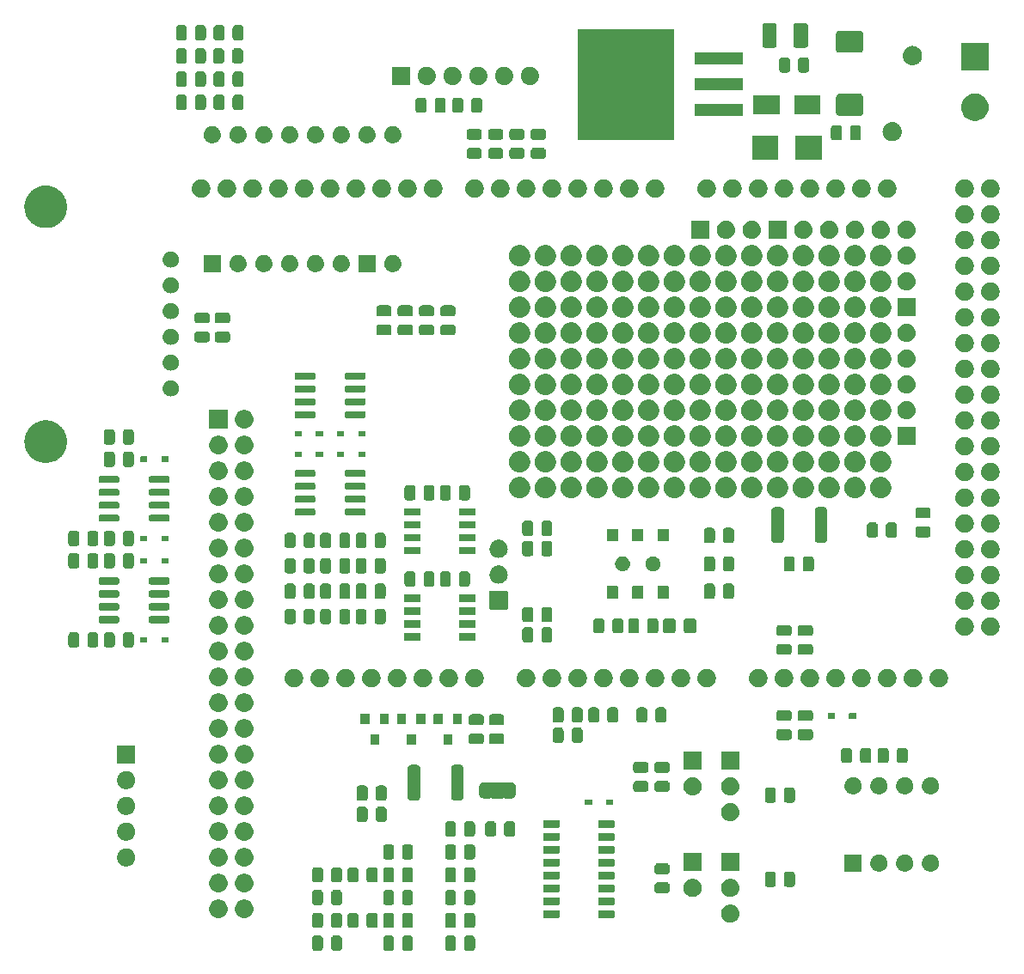
<source format=gts>
%TF.GenerationSoftware,KiCad,Pcbnew,7.0.7*%
%TF.CreationDate,2024-01-30T18:09:48+01:00*%
%TF.ProjectId,v0.4.4c,76302e34-2e34-4632-9e6b-696361645f70,4c*%
%TF.SameCoordinates,Original*%
%TF.FileFunction,Soldermask,Top*%
%TF.FilePolarity,Negative*%
%FSLAX46Y46*%
G04 Gerber Fmt 4.6, Leading zero omitted, Abs format (unit mm)*
G04 Created by KiCad (PCBNEW 7.0.7) date 2024-01-30 18:09:48*
%MOMM*%
%LPD*%
G01*
G04 APERTURE LIST*
G04 APERTURE END LIST*
G36*
X140573733Y-130656829D02*
G01*
X140589330Y-130663716D01*
X140596850Y-130664907D01*
X140628166Y-130680863D01*
X140672824Y-130700582D01*
X140749418Y-130777176D01*
X140769139Y-130821840D01*
X140785092Y-130853149D01*
X140786282Y-130860666D01*
X140793171Y-130876267D01*
X140801000Y-130943750D01*
X140801000Y-131856250D01*
X140793171Y-131923733D01*
X140786282Y-131939334D01*
X140785092Y-131946850D01*
X140769142Y-131978152D01*
X140749418Y-132022824D01*
X140672824Y-132099418D01*
X140628152Y-132119142D01*
X140596850Y-132135092D01*
X140589334Y-132136282D01*
X140573733Y-132143171D01*
X140506250Y-132151000D01*
X140018750Y-132151000D01*
X139951267Y-132143171D01*
X139935666Y-132136282D01*
X139928149Y-132135092D01*
X139896840Y-132119139D01*
X139852176Y-132099418D01*
X139775582Y-132022824D01*
X139755863Y-131978166D01*
X139739907Y-131946850D01*
X139738716Y-131939330D01*
X139731829Y-131923733D01*
X139724000Y-131856250D01*
X139724000Y-130943750D01*
X139731829Y-130876267D01*
X139738715Y-130860669D01*
X139739907Y-130853149D01*
X139755867Y-130821825D01*
X139775582Y-130777176D01*
X139852176Y-130700582D01*
X139896825Y-130680867D01*
X139928149Y-130664907D01*
X139935669Y-130663715D01*
X139951267Y-130656829D01*
X140018750Y-130649000D01*
X140506250Y-130649000D01*
X140573733Y-130656829D01*
G37*
G36*
X142448733Y-130656829D02*
G01*
X142464330Y-130663716D01*
X142471850Y-130664907D01*
X142503166Y-130680863D01*
X142547824Y-130700582D01*
X142624418Y-130777176D01*
X142644139Y-130821840D01*
X142660092Y-130853149D01*
X142661282Y-130860666D01*
X142668171Y-130876267D01*
X142676000Y-130943750D01*
X142676000Y-131856250D01*
X142668171Y-131923733D01*
X142661282Y-131939334D01*
X142660092Y-131946850D01*
X142644142Y-131978152D01*
X142624418Y-132022824D01*
X142547824Y-132099418D01*
X142503152Y-132119142D01*
X142471850Y-132135092D01*
X142464334Y-132136282D01*
X142448733Y-132143171D01*
X142381250Y-132151000D01*
X141893750Y-132151000D01*
X141826267Y-132143171D01*
X141810666Y-132136282D01*
X141803149Y-132135092D01*
X141771840Y-132119139D01*
X141727176Y-132099418D01*
X141650582Y-132022824D01*
X141630863Y-131978166D01*
X141614907Y-131946850D01*
X141613716Y-131939330D01*
X141606829Y-131923733D01*
X141599000Y-131856250D01*
X141599000Y-130943750D01*
X141606829Y-130876267D01*
X141613715Y-130860669D01*
X141614907Y-130853149D01*
X141630867Y-130821825D01*
X141650582Y-130777176D01*
X141727176Y-130700582D01*
X141771825Y-130680867D01*
X141803149Y-130664907D01*
X141810669Y-130663715D01*
X141826267Y-130656829D01*
X141893750Y-130649000D01*
X142381250Y-130649000D01*
X142448733Y-130656829D01*
G37*
G36*
X147573733Y-130656829D02*
G01*
X147589330Y-130663716D01*
X147596850Y-130664907D01*
X147628166Y-130680863D01*
X147672824Y-130700582D01*
X147749418Y-130777176D01*
X147769139Y-130821840D01*
X147785092Y-130853149D01*
X147786282Y-130860666D01*
X147793171Y-130876267D01*
X147801000Y-130943750D01*
X147801000Y-131856250D01*
X147793171Y-131923733D01*
X147786282Y-131939334D01*
X147785092Y-131946850D01*
X147769142Y-131978152D01*
X147749418Y-132022824D01*
X147672824Y-132099418D01*
X147628152Y-132119142D01*
X147596850Y-132135092D01*
X147589334Y-132136282D01*
X147573733Y-132143171D01*
X147506250Y-132151000D01*
X147018750Y-132151000D01*
X146951267Y-132143171D01*
X146935666Y-132136282D01*
X146928149Y-132135092D01*
X146896840Y-132119139D01*
X146852176Y-132099418D01*
X146775582Y-132022824D01*
X146755863Y-131978166D01*
X146739907Y-131946850D01*
X146738716Y-131939330D01*
X146731829Y-131923733D01*
X146724000Y-131856250D01*
X146724000Y-130943750D01*
X146731829Y-130876267D01*
X146738715Y-130860669D01*
X146739907Y-130853149D01*
X146755867Y-130821825D01*
X146775582Y-130777176D01*
X146852176Y-130700582D01*
X146896825Y-130680867D01*
X146928149Y-130664907D01*
X146935669Y-130663715D01*
X146951267Y-130656829D01*
X147018750Y-130649000D01*
X147506250Y-130649000D01*
X147573733Y-130656829D01*
G37*
G36*
X149448733Y-130656829D02*
G01*
X149464330Y-130663716D01*
X149471850Y-130664907D01*
X149503166Y-130680863D01*
X149547824Y-130700582D01*
X149624418Y-130777176D01*
X149644139Y-130821840D01*
X149660092Y-130853149D01*
X149661282Y-130860666D01*
X149668171Y-130876267D01*
X149676000Y-130943750D01*
X149676000Y-131856250D01*
X149668171Y-131923733D01*
X149661282Y-131939334D01*
X149660092Y-131946850D01*
X149644142Y-131978152D01*
X149624418Y-132022824D01*
X149547824Y-132099418D01*
X149503152Y-132119142D01*
X149471850Y-132135092D01*
X149464334Y-132136282D01*
X149448733Y-132143171D01*
X149381250Y-132151000D01*
X148893750Y-132151000D01*
X148826267Y-132143171D01*
X148810666Y-132136282D01*
X148803149Y-132135092D01*
X148771840Y-132119139D01*
X148727176Y-132099418D01*
X148650582Y-132022824D01*
X148630863Y-131978166D01*
X148614907Y-131946850D01*
X148613716Y-131939330D01*
X148606829Y-131923733D01*
X148599000Y-131856250D01*
X148599000Y-130943750D01*
X148606829Y-130876267D01*
X148613715Y-130860669D01*
X148614907Y-130853149D01*
X148630867Y-130821825D01*
X148650582Y-130777176D01*
X148727176Y-130700582D01*
X148771825Y-130680867D01*
X148803149Y-130664907D01*
X148810669Y-130663715D01*
X148826267Y-130656829D01*
X148893750Y-130649000D01*
X149381250Y-130649000D01*
X149448733Y-130656829D01*
G37*
G36*
X153673733Y-130656829D02*
G01*
X153689330Y-130663716D01*
X153696850Y-130664907D01*
X153728166Y-130680863D01*
X153772824Y-130700582D01*
X153849418Y-130777176D01*
X153869139Y-130821840D01*
X153885092Y-130853149D01*
X153886282Y-130860666D01*
X153893171Y-130876267D01*
X153901000Y-130943750D01*
X153901000Y-131856250D01*
X153893171Y-131923733D01*
X153886282Y-131939334D01*
X153885092Y-131946850D01*
X153869142Y-131978152D01*
X153849418Y-132022824D01*
X153772824Y-132099418D01*
X153728152Y-132119142D01*
X153696850Y-132135092D01*
X153689334Y-132136282D01*
X153673733Y-132143171D01*
X153606250Y-132151000D01*
X153118750Y-132151000D01*
X153051267Y-132143171D01*
X153035666Y-132136282D01*
X153028149Y-132135092D01*
X152996840Y-132119139D01*
X152952176Y-132099418D01*
X152875582Y-132022824D01*
X152855863Y-131978166D01*
X152839907Y-131946850D01*
X152838716Y-131939330D01*
X152831829Y-131923733D01*
X152824000Y-131856250D01*
X152824000Y-130943750D01*
X152831829Y-130876267D01*
X152838715Y-130860669D01*
X152839907Y-130853149D01*
X152855867Y-130821825D01*
X152875582Y-130777176D01*
X152952176Y-130700582D01*
X152996825Y-130680867D01*
X153028149Y-130664907D01*
X153035669Y-130663715D01*
X153051267Y-130656829D01*
X153118750Y-130649000D01*
X153606250Y-130649000D01*
X153673733Y-130656829D01*
G37*
G36*
X155548733Y-130656829D02*
G01*
X155564330Y-130663716D01*
X155571850Y-130664907D01*
X155603166Y-130680863D01*
X155647824Y-130700582D01*
X155724418Y-130777176D01*
X155744139Y-130821840D01*
X155760092Y-130853149D01*
X155761282Y-130860666D01*
X155768171Y-130876267D01*
X155776000Y-130943750D01*
X155776000Y-131856250D01*
X155768171Y-131923733D01*
X155761282Y-131939334D01*
X155760092Y-131946850D01*
X155744142Y-131978152D01*
X155724418Y-132022824D01*
X155647824Y-132099418D01*
X155603152Y-132119142D01*
X155571850Y-132135092D01*
X155564334Y-132136282D01*
X155548733Y-132143171D01*
X155481250Y-132151000D01*
X154993750Y-132151000D01*
X154926267Y-132143171D01*
X154910666Y-132136282D01*
X154903149Y-132135092D01*
X154871840Y-132119139D01*
X154827176Y-132099418D01*
X154750582Y-132022824D01*
X154730863Y-131978166D01*
X154714907Y-131946850D01*
X154713716Y-131939330D01*
X154706829Y-131923733D01*
X154699000Y-131856250D01*
X154699000Y-130943750D01*
X154706829Y-130876267D01*
X154713715Y-130860669D01*
X154714907Y-130853149D01*
X154730867Y-130821825D01*
X154750582Y-130777176D01*
X154827176Y-130700582D01*
X154871825Y-130680867D01*
X154903149Y-130664907D01*
X154910669Y-130663715D01*
X154926267Y-130656829D01*
X154993750Y-130649000D01*
X155481250Y-130649000D01*
X155548733Y-130656829D01*
G37*
G36*
X140573733Y-128406829D02*
G01*
X140589330Y-128413716D01*
X140596850Y-128414907D01*
X140628166Y-128430863D01*
X140672824Y-128450582D01*
X140749418Y-128527176D01*
X140769139Y-128571840D01*
X140785092Y-128603149D01*
X140786282Y-128610666D01*
X140793171Y-128626267D01*
X140801000Y-128693750D01*
X140801000Y-129606250D01*
X140793171Y-129673733D01*
X140786282Y-129689334D01*
X140785092Y-129696850D01*
X140769142Y-129728152D01*
X140749418Y-129772824D01*
X140672824Y-129849418D01*
X140628152Y-129869142D01*
X140596850Y-129885092D01*
X140589334Y-129886282D01*
X140573733Y-129893171D01*
X140506250Y-129901000D01*
X140018750Y-129901000D01*
X139951267Y-129893171D01*
X139935666Y-129886282D01*
X139928149Y-129885092D01*
X139896840Y-129869139D01*
X139852176Y-129849418D01*
X139775582Y-129772824D01*
X139755863Y-129728166D01*
X139739907Y-129696850D01*
X139738716Y-129689330D01*
X139731829Y-129673733D01*
X139724000Y-129606250D01*
X139724000Y-128693750D01*
X139731829Y-128626267D01*
X139738715Y-128610669D01*
X139739907Y-128603149D01*
X139755867Y-128571825D01*
X139775582Y-128527176D01*
X139852176Y-128450582D01*
X139896825Y-128430867D01*
X139928149Y-128414907D01*
X139935669Y-128413715D01*
X139951267Y-128406829D01*
X140018750Y-128399000D01*
X140506250Y-128399000D01*
X140573733Y-128406829D01*
G37*
G36*
X142448733Y-128406829D02*
G01*
X142464330Y-128413716D01*
X142471850Y-128414907D01*
X142503166Y-128430863D01*
X142547824Y-128450582D01*
X142624418Y-128527176D01*
X142644139Y-128571840D01*
X142660092Y-128603149D01*
X142661282Y-128610666D01*
X142668171Y-128626267D01*
X142676000Y-128693750D01*
X142676000Y-129606250D01*
X142668171Y-129673733D01*
X142661282Y-129689334D01*
X142660092Y-129696850D01*
X142644142Y-129728152D01*
X142624418Y-129772824D01*
X142547824Y-129849418D01*
X142503152Y-129869142D01*
X142471850Y-129885092D01*
X142464334Y-129886282D01*
X142448733Y-129893171D01*
X142381250Y-129901000D01*
X141893750Y-129901000D01*
X141826267Y-129893171D01*
X141810666Y-129886282D01*
X141803149Y-129885092D01*
X141771840Y-129869139D01*
X141727176Y-129849418D01*
X141650582Y-129772824D01*
X141630863Y-129728166D01*
X141614907Y-129696850D01*
X141613716Y-129689330D01*
X141606829Y-129673733D01*
X141599000Y-129606250D01*
X141599000Y-128693750D01*
X141606829Y-128626267D01*
X141613715Y-128610669D01*
X141614907Y-128603149D01*
X141630867Y-128571825D01*
X141650582Y-128527176D01*
X141727176Y-128450582D01*
X141771825Y-128430867D01*
X141803149Y-128414907D01*
X141810669Y-128413715D01*
X141826267Y-128406829D01*
X141893750Y-128399000D01*
X142381250Y-128399000D01*
X142448733Y-128406829D01*
G37*
G36*
X144073733Y-128406829D02*
G01*
X144089330Y-128413716D01*
X144096850Y-128414907D01*
X144128166Y-128430863D01*
X144172824Y-128450582D01*
X144249418Y-128527176D01*
X144269139Y-128571840D01*
X144285092Y-128603149D01*
X144286282Y-128610666D01*
X144293171Y-128626267D01*
X144301000Y-128693750D01*
X144301000Y-129606250D01*
X144293171Y-129673733D01*
X144286282Y-129689334D01*
X144285092Y-129696850D01*
X144269142Y-129728152D01*
X144249418Y-129772824D01*
X144172824Y-129849418D01*
X144128152Y-129869142D01*
X144096850Y-129885092D01*
X144089334Y-129886282D01*
X144073733Y-129893171D01*
X144006250Y-129901000D01*
X143518750Y-129901000D01*
X143451267Y-129893171D01*
X143435666Y-129886282D01*
X143428149Y-129885092D01*
X143396840Y-129869139D01*
X143352176Y-129849418D01*
X143275582Y-129772824D01*
X143255863Y-129728166D01*
X143239907Y-129696850D01*
X143238716Y-129689330D01*
X143231829Y-129673733D01*
X143224000Y-129606250D01*
X143224000Y-128693750D01*
X143231829Y-128626267D01*
X143238715Y-128610669D01*
X143239907Y-128603149D01*
X143255867Y-128571825D01*
X143275582Y-128527176D01*
X143352176Y-128450582D01*
X143396825Y-128430867D01*
X143428149Y-128414907D01*
X143435669Y-128413715D01*
X143451267Y-128406829D01*
X143518750Y-128399000D01*
X144006250Y-128399000D01*
X144073733Y-128406829D01*
G37*
G36*
X145948733Y-128406829D02*
G01*
X145964330Y-128413716D01*
X145971850Y-128414907D01*
X146003166Y-128430863D01*
X146047824Y-128450582D01*
X146124418Y-128527176D01*
X146144139Y-128571840D01*
X146160092Y-128603149D01*
X146161282Y-128610666D01*
X146168171Y-128626267D01*
X146176000Y-128693750D01*
X146176000Y-129606250D01*
X146168171Y-129673733D01*
X146161282Y-129689334D01*
X146160092Y-129696850D01*
X146144142Y-129728152D01*
X146124418Y-129772824D01*
X146047824Y-129849418D01*
X146003152Y-129869142D01*
X145971850Y-129885092D01*
X145964334Y-129886282D01*
X145948733Y-129893171D01*
X145881250Y-129901000D01*
X145393750Y-129901000D01*
X145326267Y-129893171D01*
X145310666Y-129886282D01*
X145303149Y-129885092D01*
X145271840Y-129869139D01*
X145227176Y-129849418D01*
X145150582Y-129772824D01*
X145130863Y-129728166D01*
X145114907Y-129696850D01*
X145113716Y-129689330D01*
X145106829Y-129673733D01*
X145099000Y-129606250D01*
X145099000Y-128693750D01*
X145106829Y-128626267D01*
X145113715Y-128610669D01*
X145114907Y-128603149D01*
X145130867Y-128571825D01*
X145150582Y-128527176D01*
X145227176Y-128450582D01*
X145271825Y-128430867D01*
X145303149Y-128414907D01*
X145310669Y-128413715D01*
X145326267Y-128406829D01*
X145393750Y-128399000D01*
X145881250Y-128399000D01*
X145948733Y-128406829D01*
G37*
G36*
X147573733Y-128406829D02*
G01*
X147589330Y-128413716D01*
X147596850Y-128414907D01*
X147628166Y-128430863D01*
X147672824Y-128450582D01*
X147749418Y-128527176D01*
X147769139Y-128571840D01*
X147785092Y-128603149D01*
X147786282Y-128610666D01*
X147793171Y-128626267D01*
X147801000Y-128693750D01*
X147801000Y-129606250D01*
X147793171Y-129673733D01*
X147786282Y-129689334D01*
X147785092Y-129696850D01*
X147769142Y-129728152D01*
X147749418Y-129772824D01*
X147672824Y-129849418D01*
X147628152Y-129869142D01*
X147596850Y-129885092D01*
X147589334Y-129886282D01*
X147573733Y-129893171D01*
X147506250Y-129901000D01*
X147018750Y-129901000D01*
X146951267Y-129893171D01*
X146935666Y-129886282D01*
X146928149Y-129885092D01*
X146896840Y-129869139D01*
X146852176Y-129849418D01*
X146775582Y-129772824D01*
X146755863Y-129728166D01*
X146739907Y-129696850D01*
X146738716Y-129689330D01*
X146731829Y-129673733D01*
X146724000Y-129606250D01*
X146724000Y-128693750D01*
X146731829Y-128626267D01*
X146738715Y-128610669D01*
X146739907Y-128603149D01*
X146755867Y-128571825D01*
X146775582Y-128527176D01*
X146852176Y-128450582D01*
X146896825Y-128430867D01*
X146928149Y-128414907D01*
X146935669Y-128413715D01*
X146951267Y-128406829D01*
X147018750Y-128399000D01*
X147506250Y-128399000D01*
X147573733Y-128406829D01*
G37*
G36*
X149448733Y-128406829D02*
G01*
X149464330Y-128413716D01*
X149471850Y-128414907D01*
X149503166Y-128430863D01*
X149547824Y-128450582D01*
X149624418Y-128527176D01*
X149644139Y-128571840D01*
X149660092Y-128603149D01*
X149661282Y-128610666D01*
X149668171Y-128626267D01*
X149676000Y-128693750D01*
X149676000Y-129606250D01*
X149668171Y-129673733D01*
X149661282Y-129689334D01*
X149660092Y-129696850D01*
X149644142Y-129728152D01*
X149624418Y-129772824D01*
X149547824Y-129849418D01*
X149503152Y-129869142D01*
X149471850Y-129885092D01*
X149464334Y-129886282D01*
X149448733Y-129893171D01*
X149381250Y-129901000D01*
X148893750Y-129901000D01*
X148826267Y-129893171D01*
X148810666Y-129886282D01*
X148803149Y-129885092D01*
X148771840Y-129869139D01*
X148727176Y-129849418D01*
X148650582Y-129772824D01*
X148630863Y-129728166D01*
X148614907Y-129696850D01*
X148613716Y-129689330D01*
X148606829Y-129673733D01*
X148599000Y-129606250D01*
X148599000Y-128693750D01*
X148606829Y-128626267D01*
X148613715Y-128610669D01*
X148614907Y-128603149D01*
X148630867Y-128571825D01*
X148650582Y-128527176D01*
X148727176Y-128450582D01*
X148771825Y-128430867D01*
X148803149Y-128414907D01*
X148810669Y-128413715D01*
X148826267Y-128406829D01*
X148893750Y-128399000D01*
X149381250Y-128399000D01*
X149448733Y-128406829D01*
G37*
G36*
X153673733Y-128406829D02*
G01*
X153689330Y-128413716D01*
X153696850Y-128414907D01*
X153728166Y-128430863D01*
X153772824Y-128450582D01*
X153849418Y-128527176D01*
X153869139Y-128571840D01*
X153885092Y-128603149D01*
X153886282Y-128610666D01*
X153893171Y-128626267D01*
X153901000Y-128693750D01*
X153901000Y-129606250D01*
X153893171Y-129673733D01*
X153886282Y-129689334D01*
X153885092Y-129696850D01*
X153869142Y-129728152D01*
X153849418Y-129772824D01*
X153772824Y-129849418D01*
X153728152Y-129869142D01*
X153696850Y-129885092D01*
X153689334Y-129886282D01*
X153673733Y-129893171D01*
X153606250Y-129901000D01*
X153118750Y-129901000D01*
X153051267Y-129893171D01*
X153035666Y-129886282D01*
X153028149Y-129885092D01*
X152996840Y-129869139D01*
X152952176Y-129849418D01*
X152875582Y-129772824D01*
X152855863Y-129728166D01*
X152839907Y-129696850D01*
X152838716Y-129689330D01*
X152831829Y-129673733D01*
X152824000Y-129606250D01*
X152824000Y-128693750D01*
X152831829Y-128626267D01*
X152838715Y-128610669D01*
X152839907Y-128603149D01*
X152855867Y-128571825D01*
X152875582Y-128527176D01*
X152952176Y-128450582D01*
X152996825Y-128430867D01*
X153028149Y-128414907D01*
X153035669Y-128413715D01*
X153051267Y-128406829D01*
X153118750Y-128399000D01*
X153606250Y-128399000D01*
X153673733Y-128406829D01*
G37*
G36*
X155548733Y-128406829D02*
G01*
X155564330Y-128413716D01*
X155571850Y-128414907D01*
X155603166Y-128430863D01*
X155647824Y-128450582D01*
X155724418Y-128527176D01*
X155744139Y-128571840D01*
X155760092Y-128603149D01*
X155761282Y-128610666D01*
X155768171Y-128626267D01*
X155776000Y-128693750D01*
X155776000Y-129606250D01*
X155768171Y-129673733D01*
X155761282Y-129689334D01*
X155760092Y-129696850D01*
X155744142Y-129728152D01*
X155724418Y-129772824D01*
X155647824Y-129849418D01*
X155603152Y-129869142D01*
X155571850Y-129885092D01*
X155564334Y-129886282D01*
X155548733Y-129893171D01*
X155481250Y-129901000D01*
X154993750Y-129901000D01*
X154926267Y-129893171D01*
X154910666Y-129886282D01*
X154903149Y-129885092D01*
X154871840Y-129869139D01*
X154827176Y-129849418D01*
X154750582Y-129772824D01*
X154730863Y-129728166D01*
X154714907Y-129696850D01*
X154713716Y-129689330D01*
X154706829Y-129673733D01*
X154699000Y-129606250D01*
X154699000Y-128693750D01*
X154706829Y-128626267D01*
X154713715Y-128610669D01*
X154714907Y-128603149D01*
X154730867Y-128571825D01*
X154750582Y-128527176D01*
X154827176Y-128450582D01*
X154871825Y-128430867D01*
X154903149Y-128414907D01*
X154910669Y-128413715D01*
X154926267Y-128406829D01*
X154993750Y-128399000D01*
X155481250Y-128399000D01*
X155548733Y-128406829D01*
G37*
G36*
X180943983Y-127583936D02*
G01*
X180994180Y-127583936D01*
X181037524Y-127593149D01*
X181075659Y-127596905D01*
X181123566Y-127611437D01*
X181178424Y-127623098D01*
X181213530Y-127638728D01*
X181244566Y-127648143D01*
X181293884Y-127674504D01*
X181350500Y-127699711D01*
X181376822Y-127718835D01*
X181400232Y-127731348D01*
X181447988Y-127770540D01*
X181502887Y-127810427D01*
X181520711Y-127830223D01*
X181536675Y-127843324D01*
X181579572Y-127895594D01*
X181628924Y-127950405D01*
X181639292Y-127968363D01*
X181648651Y-127979767D01*
X181683273Y-128044542D01*
X181723104Y-128113530D01*
X181727685Y-128127630D01*
X181731856Y-128135433D01*
X181754852Y-128211242D01*
X181781311Y-128292672D01*
X181782242Y-128301532D01*
X181783094Y-128304340D01*
X181791384Y-128388513D01*
X181801000Y-128480000D01*
X181791383Y-128571494D01*
X181783094Y-128655659D01*
X181782242Y-128658466D01*
X181781311Y-128667328D01*
X181754848Y-128748771D01*
X181731856Y-128824566D01*
X181727686Y-128832366D01*
X181723104Y-128846470D01*
X181683266Y-128915470D01*
X181648651Y-128980232D01*
X181639294Y-128991633D01*
X181628924Y-129009595D01*
X181579563Y-129064415D01*
X181536675Y-129116675D01*
X181520714Y-129129773D01*
X181502887Y-129149573D01*
X181447977Y-129189467D01*
X181400232Y-129228651D01*
X181376827Y-129241161D01*
X181350500Y-129260289D01*
X181293873Y-129285500D01*
X181244566Y-129311856D01*
X181213537Y-129321268D01*
X181178424Y-129336902D01*
X181123555Y-129348564D01*
X181075659Y-129363094D01*
X181037533Y-129366849D01*
X180994180Y-129376064D01*
X180943972Y-129376064D01*
X180899999Y-129380395D01*
X180856026Y-129376064D01*
X180805820Y-129376064D01*
X180762467Y-129366849D01*
X180724340Y-129363094D01*
X180676441Y-129348563D01*
X180621576Y-129336902D01*
X180586464Y-129321269D01*
X180555433Y-129311856D01*
X180506120Y-129285498D01*
X180449500Y-129260289D01*
X180423175Y-129241163D01*
X180399767Y-129228651D01*
X180352013Y-129189460D01*
X180297113Y-129149573D01*
X180279287Y-129129776D01*
X180263324Y-129116675D01*
X180220425Y-129064402D01*
X180171076Y-129009595D01*
X180160708Y-128991637D01*
X180151348Y-128980232D01*
X180116719Y-128915447D01*
X180076896Y-128846470D01*
X180072315Y-128832371D01*
X180068143Y-128824566D01*
X180045136Y-128748725D01*
X180018689Y-128667328D01*
X180017758Y-128658471D01*
X180016905Y-128655659D01*
X180008600Y-128571342D01*
X179999000Y-128480000D01*
X180008599Y-128388664D01*
X180016905Y-128304340D01*
X180017758Y-128301527D01*
X180018689Y-128292672D01*
X180045132Y-128211288D01*
X180068143Y-128135433D01*
X180072315Y-128127626D01*
X180076896Y-128113530D01*
X180116712Y-128044565D01*
X180151348Y-127979767D01*
X180160710Y-127968359D01*
X180171076Y-127950405D01*
X180220416Y-127895607D01*
X180263324Y-127843324D01*
X180279291Y-127830219D01*
X180297113Y-127810427D01*
X180352002Y-127770546D01*
X180399767Y-127731348D01*
X180423180Y-127718833D01*
X180449500Y-127699711D01*
X180506109Y-127674506D01*
X180555433Y-127648143D01*
X180586471Y-127638727D01*
X180621576Y-127623098D01*
X180676430Y-127611438D01*
X180724340Y-127596905D01*
X180762476Y-127593148D01*
X180805820Y-127583936D01*
X180856016Y-127583936D01*
X180899999Y-127579604D01*
X180943983Y-127583936D01*
G37*
G36*
X130544732Y-127090410D02*
G01*
X130595602Y-127090410D01*
X130639530Y-127099747D01*
X130678309Y-127103567D01*
X130727029Y-127118346D01*
X130782627Y-127130164D01*
X130818202Y-127146003D01*
X130849773Y-127155580D01*
X130899944Y-127182396D01*
X130957300Y-127207933D01*
X130983963Y-127227305D01*
X131007787Y-127240039D01*
X131056388Y-127279925D01*
X131111987Y-127320320D01*
X131130038Y-127340367D01*
X131146292Y-127353707D01*
X131189971Y-127406930D01*
X131239927Y-127462412D01*
X131250422Y-127480590D01*
X131259960Y-127492212D01*
X131295235Y-127558209D01*
X131335529Y-127627999D01*
X131340165Y-127642267D01*
X131344419Y-127650226D01*
X131367873Y-127727545D01*
X131394614Y-127809844D01*
X131395555Y-127818799D01*
X131396432Y-127821690D01*
X131404974Y-127908419D01*
X131414600Y-128000000D01*
X131404973Y-128091588D01*
X131396432Y-128178309D01*
X131395555Y-128181198D01*
X131394614Y-128190156D01*
X131367868Y-128272468D01*
X131344419Y-128349773D01*
X131340165Y-128357730D01*
X131335529Y-128372001D01*
X131295228Y-128441803D01*
X131259960Y-128507787D01*
X131250424Y-128519406D01*
X131239927Y-128537588D01*
X131189962Y-128593079D01*
X131146292Y-128646292D01*
X131130041Y-128659628D01*
X131111987Y-128679680D01*
X131056378Y-128720082D01*
X131007787Y-128759960D01*
X130983968Y-128772690D01*
X130957300Y-128792067D01*
X130899933Y-128817608D01*
X130849773Y-128844419D01*
X130818209Y-128853993D01*
X130782627Y-128869836D01*
X130727018Y-128881656D01*
X130678309Y-128896432D01*
X130639539Y-128900250D01*
X130595602Y-128909590D01*
X130544722Y-128909590D01*
X130500000Y-128913995D01*
X130455278Y-128909590D01*
X130404398Y-128909590D01*
X130360461Y-128900250D01*
X130321690Y-128896432D01*
X130272978Y-128881655D01*
X130217373Y-128869836D01*
X130181792Y-128853994D01*
X130150226Y-128844419D01*
X130100060Y-128817605D01*
X130042700Y-128792067D01*
X130016033Y-128772692D01*
X129992212Y-128759960D01*
X129943613Y-128720075D01*
X129888013Y-128679680D01*
X129869961Y-128659631D01*
X129853707Y-128646292D01*
X129810026Y-128593066D01*
X129760073Y-128537588D01*
X129749578Y-128519410D01*
X129740039Y-128507787D01*
X129704757Y-128441779D01*
X129664471Y-128372001D01*
X129659835Y-128357734D01*
X129655580Y-128349773D01*
X129632116Y-128272422D01*
X129605386Y-128190156D01*
X129604445Y-128181203D01*
X129603567Y-128178309D01*
X129595010Y-128091437D01*
X129585400Y-128000000D01*
X129595009Y-127908570D01*
X129603567Y-127821690D01*
X129604445Y-127818794D01*
X129605386Y-127809844D01*
X129632111Y-127727591D01*
X129655580Y-127650226D01*
X129659836Y-127642262D01*
X129664471Y-127627999D01*
X129704750Y-127558232D01*
X129740039Y-127492212D01*
X129749580Y-127480585D01*
X129760073Y-127462412D01*
X129810016Y-127406943D01*
X129853707Y-127353707D01*
X129869964Y-127340364D01*
X129888013Y-127320320D01*
X129943602Y-127279931D01*
X129992212Y-127240039D01*
X130016039Y-127227303D01*
X130042700Y-127207933D01*
X130100049Y-127182399D01*
X130150226Y-127155580D01*
X130181799Y-127146002D01*
X130217373Y-127130164D01*
X130272967Y-127118346D01*
X130321690Y-127103567D01*
X130360470Y-127099747D01*
X130404398Y-127090410D01*
X130455268Y-127090410D01*
X130500000Y-127086004D01*
X130544732Y-127090410D01*
G37*
G36*
X133084732Y-127090410D02*
G01*
X133135602Y-127090410D01*
X133179530Y-127099747D01*
X133218309Y-127103567D01*
X133267029Y-127118346D01*
X133322627Y-127130164D01*
X133358202Y-127146003D01*
X133389773Y-127155580D01*
X133439944Y-127182396D01*
X133497300Y-127207933D01*
X133523963Y-127227305D01*
X133547787Y-127240039D01*
X133596388Y-127279925D01*
X133651987Y-127320320D01*
X133670038Y-127340367D01*
X133686292Y-127353707D01*
X133729971Y-127406930D01*
X133779927Y-127462412D01*
X133790422Y-127480590D01*
X133799960Y-127492212D01*
X133835235Y-127558209D01*
X133875529Y-127627999D01*
X133880165Y-127642267D01*
X133884419Y-127650226D01*
X133907873Y-127727545D01*
X133934614Y-127809844D01*
X133935555Y-127818799D01*
X133936432Y-127821690D01*
X133944974Y-127908419D01*
X133954600Y-128000000D01*
X133944973Y-128091588D01*
X133936432Y-128178309D01*
X133935555Y-128181198D01*
X133934614Y-128190156D01*
X133907868Y-128272468D01*
X133884419Y-128349773D01*
X133880165Y-128357730D01*
X133875529Y-128372001D01*
X133835228Y-128441803D01*
X133799960Y-128507787D01*
X133790424Y-128519406D01*
X133779927Y-128537588D01*
X133729962Y-128593079D01*
X133686292Y-128646292D01*
X133670041Y-128659628D01*
X133651987Y-128679680D01*
X133596378Y-128720082D01*
X133547787Y-128759960D01*
X133523968Y-128772690D01*
X133497300Y-128792067D01*
X133439933Y-128817608D01*
X133389773Y-128844419D01*
X133358209Y-128853993D01*
X133322627Y-128869836D01*
X133267018Y-128881656D01*
X133218309Y-128896432D01*
X133179539Y-128900250D01*
X133135602Y-128909590D01*
X133084722Y-128909590D01*
X133040000Y-128913995D01*
X132995278Y-128909590D01*
X132944398Y-128909590D01*
X132900461Y-128900250D01*
X132861690Y-128896432D01*
X132812978Y-128881655D01*
X132757373Y-128869836D01*
X132721792Y-128853994D01*
X132690226Y-128844419D01*
X132640060Y-128817605D01*
X132582700Y-128792067D01*
X132556033Y-128772692D01*
X132532212Y-128759960D01*
X132483613Y-128720075D01*
X132428013Y-128679680D01*
X132409961Y-128659631D01*
X132393707Y-128646292D01*
X132350026Y-128593066D01*
X132300073Y-128537588D01*
X132289578Y-128519410D01*
X132280039Y-128507787D01*
X132244757Y-128441779D01*
X132204471Y-128372001D01*
X132199835Y-128357734D01*
X132195580Y-128349773D01*
X132172116Y-128272422D01*
X132145386Y-128190156D01*
X132144445Y-128181203D01*
X132143567Y-128178309D01*
X132135010Y-128091437D01*
X132125400Y-128000000D01*
X132135009Y-127908570D01*
X132143567Y-127821690D01*
X132144445Y-127818794D01*
X132145386Y-127809844D01*
X132172111Y-127727591D01*
X132195580Y-127650226D01*
X132199836Y-127642262D01*
X132204471Y-127627999D01*
X132244750Y-127558232D01*
X132280039Y-127492212D01*
X132289580Y-127480585D01*
X132300073Y-127462412D01*
X132350016Y-127406943D01*
X132393707Y-127353707D01*
X132409964Y-127340364D01*
X132428013Y-127320320D01*
X132483602Y-127279931D01*
X132532212Y-127240039D01*
X132556039Y-127227303D01*
X132582700Y-127207933D01*
X132640049Y-127182399D01*
X132690226Y-127155580D01*
X132721799Y-127146002D01*
X132757373Y-127130164D01*
X132812967Y-127118346D01*
X132861690Y-127103567D01*
X132900470Y-127099747D01*
X132944398Y-127090410D01*
X132995268Y-127090410D01*
X133040000Y-127086004D01*
X133084732Y-127090410D01*
G37*
G36*
X164069517Y-128197882D02*
G01*
X164086062Y-128208938D01*
X164097118Y-128225483D01*
X164101000Y-128245000D01*
X164101000Y-128845000D01*
X164097118Y-128864517D01*
X164086062Y-128881062D01*
X164069517Y-128892118D01*
X164050000Y-128896000D01*
X162550000Y-128896000D01*
X162530483Y-128892118D01*
X162513938Y-128881062D01*
X162502882Y-128864517D01*
X162499000Y-128845000D01*
X162499000Y-128245000D01*
X162502882Y-128225483D01*
X162513938Y-128208938D01*
X162530483Y-128197882D01*
X162550000Y-128194000D01*
X164050000Y-128194000D01*
X164069517Y-128197882D01*
G37*
G36*
X169469517Y-128197882D02*
G01*
X169486062Y-128208938D01*
X169497118Y-128225483D01*
X169501000Y-128245000D01*
X169501000Y-128845000D01*
X169497118Y-128864517D01*
X169486062Y-128881062D01*
X169469517Y-128892118D01*
X169450000Y-128896000D01*
X167950000Y-128896000D01*
X167930483Y-128892118D01*
X167913938Y-128881062D01*
X167902882Y-128864517D01*
X167899000Y-128845000D01*
X167899000Y-128245000D01*
X167902882Y-128225483D01*
X167913938Y-128208938D01*
X167930483Y-128197882D01*
X167950000Y-128194000D01*
X169450000Y-128194000D01*
X169469517Y-128197882D01*
G37*
G36*
X140573733Y-126156829D02*
G01*
X140589330Y-126163716D01*
X140596850Y-126164907D01*
X140628166Y-126180863D01*
X140672824Y-126200582D01*
X140749418Y-126277176D01*
X140769139Y-126321840D01*
X140785092Y-126353149D01*
X140786282Y-126360666D01*
X140793171Y-126376267D01*
X140801000Y-126443750D01*
X140801000Y-127356250D01*
X140793171Y-127423733D01*
X140786282Y-127439334D01*
X140785092Y-127446850D01*
X140769142Y-127478152D01*
X140749418Y-127522824D01*
X140672824Y-127599418D01*
X140628152Y-127619142D01*
X140596850Y-127635092D01*
X140589334Y-127636282D01*
X140573733Y-127643171D01*
X140506250Y-127651000D01*
X140018750Y-127651000D01*
X139951267Y-127643171D01*
X139935666Y-127636282D01*
X139928149Y-127635092D01*
X139896840Y-127619139D01*
X139852176Y-127599418D01*
X139775582Y-127522824D01*
X139755863Y-127478166D01*
X139739907Y-127446850D01*
X139738716Y-127439330D01*
X139731829Y-127423733D01*
X139724000Y-127356250D01*
X139724000Y-126443750D01*
X139731829Y-126376267D01*
X139738715Y-126360669D01*
X139739907Y-126353149D01*
X139755867Y-126321825D01*
X139775582Y-126277176D01*
X139852176Y-126200582D01*
X139896825Y-126180867D01*
X139928149Y-126164907D01*
X139935669Y-126163715D01*
X139951267Y-126156829D01*
X140018750Y-126149000D01*
X140506250Y-126149000D01*
X140573733Y-126156829D01*
G37*
G36*
X142448733Y-126156829D02*
G01*
X142464330Y-126163716D01*
X142471850Y-126164907D01*
X142503166Y-126180863D01*
X142547824Y-126200582D01*
X142624418Y-126277176D01*
X142644139Y-126321840D01*
X142660092Y-126353149D01*
X142661282Y-126360666D01*
X142668171Y-126376267D01*
X142676000Y-126443750D01*
X142676000Y-127356250D01*
X142668171Y-127423733D01*
X142661282Y-127439334D01*
X142660092Y-127446850D01*
X142644142Y-127478152D01*
X142624418Y-127522824D01*
X142547824Y-127599418D01*
X142503152Y-127619142D01*
X142471850Y-127635092D01*
X142464334Y-127636282D01*
X142448733Y-127643171D01*
X142381250Y-127651000D01*
X141893750Y-127651000D01*
X141826267Y-127643171D01*
X141810666Y-127636282D01*
X141803149Y-127635092D01*
X141771840Y-127619139D01*
X141727176Y-127599418D01*
X141650582Y-127522824D01*
X141630863Y-127478166D01*
X141614907Y-127446850D01*
X141613716Y-127439330D01*
X141606829Y-127423733D01*
X141599000Y-127356250D01*
X141599000Y-126443750D01*
X141606829Y-126376267D01*
X141613715Y-126360669D01*
X141614907Y-126353149D01*
X141630867Y-126321825D01*
X141650582Y-126277176D01*
X141727176Y-126200582D01*
X141771825Y-126180867D01*
X141803149Y-126164907D01*
X141810669Y-126163715D01*
X141826267Y-126156829D01*
X141893750Y-126149000D01*
X142381250Y-126149000D01*
X142448733Y-126156829D01*
G37*
G36*
X147573733Y-126156829D02*
G01*
X147589330Y-126163716D01*
X147596850Y-126164907D01*
X147628166Y-126180863D01*
X147672824Y-126200582D01*
X147749418Y-126277176D01*
X147769139Y-126321840D01*
X147785092Y-126353149D01*
X147786282Y-126360666D01*
X147793171Y-126376267D01*
X147801000Y-126443750D01*
X147801000Y-127356250D01*
X147793171Y-127423733D01*
X147786282Y-127439334D01*
X147785092Y-127446850D01*
X147769142Y-127478152D01*
X147749418Y-127522824D01*
X147672824Y-127599418D01*
X147628152Y-127619142D01*
X147596850Y-127635092D01*
X147589334Y-127636282D01*
X147573733Y-127643171D01*
X147506250Y-127651000D01*
X147018750Y-127651000D01*
X146951267Y-127643171D01*
X146935666Y-127636282D01*
X146928149Y-127635092D01*
X146896840Y-127619139D01*
X146852176Y-127599418D01*
X146775582Y-127522824D01*
X146755863Y-127478166D01*
X146739907Y-127446850D01*
X146738716Y-127439330D01*
X146731829Y-127423733D01*
X146724000Y-127356250D01*
X146724000Y-126443750D01*
X146731829Y-126376267D01*
X146738715Y-126360669D01*
X146739907Y-126353149D01*
X146755867Y-126321825D01*
X146775582Y-126277176D01*
X146852176Y-126200582D01*
X146896825Y-126180867D01*
X146928149Y-126164907D01*
X146935669Y-126163715D01*
X146951267Y-126156829D01*
X147018750Y-126149000D01*
X147506250Y-126149000D01*
X147573733Y-126156829D01*
G37*
G36*
X149448733Y-126156829D02*
G01*
X149464330Y-126163716D01*
X149471850Y-126164907D01*
X149503166Y-126180863D01*
X149547824Y-126200582D01*
X149624418Y-126277176D01*
X149644139Y-126321840D01*
X149660092Y-126353149D01*
X149661282Y-126360666D01*
X149668171Y-126376267D01*
X149676000Y-126443750D01*
X149676000Y-127356250D01*
X149668171Y-127423733D01*
X149661282Y-127439334D01*
X149660092Y-127446850D01*
X149644142Y-127478152D01*
X149624418Y-127522824D01*
X149547824Y-127599418D01*
X149503152Y-127619142D01*
X149471850Y-127635092D01*
X149464334Y-127636282D01*
X149448733Y-127643171D01*
X149381250Y-127651000D01*
X148893750Y-127651000D01*
X148826267Y-127643171D01*
X148810666Y-127636282D01*
X148803149Y-127635092D01*
X148771840Y-127619139D01*
X148727176Y-127599418D01*
X148650582Y-127522824D01*
X148630863Y-127478166D01*
X148614907Y-127446850D01*
X148613716Y-127439330D01*
X148606829Y-127423733D01*
X148599000Y-127356250D01*
X148599000Y-126443750D01*
X148606829Y-126376267D01*
X148613715Y-126360669D01*
X148614907Y-126353149D01*
X148630867Y-126321825D01*
X148650582Y-126277176D01*
X148727176Y-126200582D01*
X148771825Y-126180867D01*
X148803149Y-126164907D01*
X148810669Y-126163715D01*
X148826267Y-126156829D01*
X148893750Y-126149000D01*
X149381250Y-126149000D01*
X149448733Y-126156829D01*
G37*
G36*
X153673733Y-126156829D02*
G01*
X153689330Y-126163716D01*
X153696850Y-126164907D01*
X153728166Y-126180863D01*
X153772824Y-126200582D01*
X153849418Y-126277176D01*
X153869139Y-126321840D01*
X153885092Y-126353149D01*
X153886282Y-126360666D01*
X153893171Y-126376267D01*
X153901000Y-126443750D01*
X153901000Y-127356250D01*
X153893171Y-127423733D01*
X153886282Y-127439334D01*
X153885092Y-127446850D01*
X153869142Y-127478152D01*
X153849418Y-127522824D01*
X153772824Y-127599418D01*
X153728152Y-127619142D01*
X153696850Y-127635092D01*
X153689334Y-127636282D01*
X153673733Y-127643171D01*
X153606250Y-127651000D01*
X153118750Y-127651000D01*
X153051267Y-127643171D01*
X153035666Y-127636282D01*
X153028149Y-127635092D01*
X152996840Y-127619139D01*
X152952176Y-127599418D01*
X152875582Y-127522824D01*
X152855863Y-127478166D01*
X152839907Y-127446850D01*
X152838716Y-127439330D01*
X152831829Y-127423733D01*
X152824000Y-127356250D01*
X152824000Y-126443750D01*
X152831829Y-126376267D01*
X152838715Y-126360669D01*
X152839907Y-126353149D01*
X152855867Y-126321825D01*
X152875582Y-126277176D01*
X152952176Y-126200582D01*
X152996825Y-126180867D01*
X153028149Y-126164907D01*
X153035669Y-126163715D01*
X153051267Y-126156829D01*
X153118750Y-126149000D01*
X153606250Y-126149000D01*
X153673733Y-126156829D01*
G37*
G36*
X155548733Y-126156829D02*
G01*
X155564330Y-126163716D01*
X155571850Y-126164907D01*
X155603166Y-126180863D01*
X155647824Y-126200582D01*
X155724418Y-126277176D01*
X155744139Y-126321840D01*
X155760092Y-126353149D01*
X155761282Y-126360666D01*
X155768171Y-126376267D01*
X155776000Y-126443750D01*
X155776000Y-127356250D01*
X155768171Y-127423733D01*
X155761282Y-127439334D01*
X155760092Y-127446850D01*
X155744142Y-127478152D01*
X155724418Y-127522824D01*
X155647824Y-127599418D01*
X155603152Y-127619142D01*
X155571850Y-127635092D01*
X155564334Y-127636282D01*
X155548733Y-127643171D01*
X155481250Y-127651000D01*
X154993750Y-127651000D01*
X154926267Y-127643171D01*
X154910666Y-127636282D01*
X154903149Y-127635092D01*
X154871840Y-127619139D01*
X154827176Y-127599418D01*
X154750582Y-127522824D01*
X154730863Y-127478166D01*
X154714907Y-127446850D01*
X154713716Y-127439330D01*
X154706829Y-127423733D01*
X154699000Y-127356250D01*
X154699000Y-126443750D01*
X154706829Y-126376267D01*
X154713715Y-126360669D01*
X154714907Y-126353149D01*
X154730867Y-126321825D01*
X154750582Y-126277176D01*
X154827176Y-126200582D01*
X154871825Y-126180867D01*
X154903149Y-126164907D01*
X154910669Y-126163715D01*
X154926267Y-126156829D01*
X154993750Y-126149000D01*
X155481250Y-126149000D01*
X155548733Y-126156829D01*
G37*
G36*
X164069517Y-126927882D02*
G01*
X164086062Y-126938938D01*
X164097118Y-126955483D01*
X164101000Y-126975000D01*
X164101000Y-127575000D01*
X164097118Y-127594517D01*
X164086062Y-127611062D01*
X164069517Y-127622118D01*
X164050000Y-127626000D01*
X162550000Y-127626000D01*
X162530483Y-127622118D01*
X162513938Y-127611062D01*
X162502882Y-127594517D01*
X162499000Y-127575000D01*
X162499000Y-126975000D01*
X162502882Y-126955483D01*
X162513938Y-126938938D01*
X162530483Y-126927882D01*
X162550000Y-126924000D01*
X164050000Y-126924000D01*
X164069517Y-126927882D01*
G37*
G36*
X169469517Y-126927882D02*
G01*
X169486062Y-126938938D01*
X169497118Y-126955483D01*
X169501000Y-126975000D01*
X169501000Y-127575000D01*
X169497118Y-127594517D01*
X169486062Y-127611062D01*
X169469517Y-127622118D01*
X169450000Y-127626000D01*
X167950000Y-127626000D01*
X167930483Y-127622118D01*
X167913938Y-127611062D01*
X167902882Y-127594517D01*
X167899000Y-127575000D01*
X167899000Y-126975000D01*
X167902882Y-126955483D01*
X167913938Y-126938938D01*
X167930483Y-126927882D01*
X167950000Y-126924000D01*
X169450000Y-126924000D01*
X169469517Y-126927882D01*
G37*
G36*
X177243983Y-125043936D02*
G01*
X177294180Y-125043936D01*
X177337524Y-125053149D01*
X177375659Y-125056905D01*
X177423566Y-125071437D01*
X177478424Y-125083098D01*
X177513530Y-125098728D01*
X177544566Y-125108143D01*
X177593884Y-125134504D01*
X177650500Y-125159711D01*
X177676822Y-125178835D01*
X177700232Y-125191348D01*
X177747988Y-125230540D01*
X177802887Y-125270427D01*
X177820711Y-125290223D01*
X177836675Y-125303324D01*
X177879572Y-125355594D01*
X177928924Y-125410405D01*
X177939292Y-125428363D01*
X177948651Y-125439767D01*
X177983273Y-125504542D01*
X178023104Y-125573530D01*
X178027685Y-125587630D01*
X178031856Y-125595433D01*
X178054852Y-125671242D01*
X178081311Y-125752672D01*
X178082242Y-125761532D01*
X178083094Y-125764340D01*
X178091385Y-125848520D01*
X178101000Y-125940000D01*
X178091382Y-126031501D01*
X178083094Y-126115659D01*
X178082242Y-126118466D01*
X178081311Y-126127328D01*
X178054848Y-126208771D01*
X178031856Y-126284566D01*
X178027686Y-126292366D01*
X178023104Y-126306470D01*
X177983266Y-126375470D01*
X177948651Y-126440232D01*
X177939294Y-126451633D01*
X177928924Y-126469595D01*
X177879563Y-126524415D01*
X177836675Y-126576675D01*
X177820714Y-126589773D01*
X177802887Y-126609573D01*
X177747977Y-126649467D01*
X177700232Y-126688651D01*
X177676827Y-126701161D01*
X177650500Y-126720289D01*
X177593873Y-126745500D01*
X177544566Y-126771856D01*
X177513537Y-126781268D01*
X177478424Y-126796902D01*
X177423555Y-126808564D01*
X177375659Y-126823094D01*
X177337532Y-126826849D01*
X177294180Y-126836064D01*
X177243973Y-126836064D01*
X177200000Y-126840395D01*
X177156027Y-126836064D01*
X177105820Y-126836064D01*
X177062467Y-126826849D01*
X177024340Y-126823094D01*
X176976441Y-126808563D01*
X176921576Y-126796902D01*
X176886464Y-126781269D01*
X176855433Y-126771856D01*
X176806120Y-126745498D01*
X176749500Y-126720289D01*
X176723175Y-126701163D01*
X176699767Y-126688651D01*
X176652013Y-126649460D01*
X176597113Y-126609573D01*
X176579287Y-126589776D01*
X176563324Y-126576675D01*
X176520425Y-126524402D01*
X176471076Y-126469595D01*
X176460708Y-126451637D01*
X176451348Y-126440232D01*
X176416719Y-126375447D01*
X176376896Y-126306470D01*
X176372315Y-126292371D01*
X176368143Y-126284566D01*
X176345136Y-126208725D01*
X176318689Y-126127328D01*
X176317758Y-126118471D01*
X176316905Y-126115659D01*
X176308601Y-126031349D01*
X176299000Y-125940000D01*
X176308598Y-125848672D01*
X176316905Y-125764340D01*
X176317758Y-125761527D01*
X176318689Y-125752672D01*
X176345132Y-125671288D01*
X176368143Y-125595433D01*
X176372315Y-125587626D01*
X176376896Y-125573530D01*
X176416712Y-125504565D01*
X176451348Y-125439767D01*
X176460710Y-125428359D01*
X176471076Y-125410405D01*
X176520416Y-125355607D01*
X176563324Y-125303324D01*
X176579291Y-125290219D01*
X176597113Y-125270427D01*
X176652002Y-125230546D01*
X176699767Y-125191348D01*
X176723180Y-125178833D01*
X176749500Y-125159711D01*
X176806109Y-125134506D01*
X176855433Y-125108143D01*
X176886471Y-125098727D01*
X176921576Y-125083098D01*
X176976430Y-125071438D01*
X177024340Y-125056905D01*
X177062476Y-125053148D01*
X177105820Y-125043936D01*
X177156016Y-125043936D01*
X177200000Y-125039604D01*
X177243983Y-125043936D01*
G37*
G36*
X180943983Y-125043936D02*
G01*
X180994180Y-125043936D01*
X181037524Y-125053149D01*
X181075659Y-125056905D01*
X181123566Y-125071437D01*
X181178424Y-125083098D01*
X181213530Y-125098728D01*
X181244566Y-125108143D01*
X181293884Y-125134504D01*
X181350500Y-125159711D01*
X181376822Y-125178835D01*
X181400232Y-125191348D01*
X181447988Y-125230540D01*
X181502887Y-125270427D01*
X181520711Y-125290223D01*
X181536675Y-125303324D01*
X181579572Y-125355594D01*
X181628924Y-125410405D01*
X181639292Y-125428363D01*
X181648651Y-125439767D01*
X181683273Y-125504542D01*
X181723104Y-125573530D01*
X181727685Y-125587630D01*
X181731856Y-125595433D01*
X181754852Y-125671242D01*
X181781311Y-125752672D01*
X181782242Y-125761532D01*
X181783094Y-125764340D01*
X181791385Y-125848520D01*
X181801000Y-125940000D01*
X181791382Y-126031501D01*
X181783094Y-126115659D01*
X181782242Y-126118466D01*
X181781311Y-126127328D01*
X181754848Y-126208771D01*
X181731856Y-126284566D01*
X181727686Y-126292366D01*
X181723104Y-126306470D01*
X181683266Y-126375470D01*
X181648651Y-126440232D01*
X181639294Y-126451633D01*
X181628924Y-126469595D01*
X181579563Y-126524415D01*
X181536675Y-126576675D01*
X181520714Y-126589773D01*
X181502887Y-126609573D01*
X181447977Y-126649467D01*
X181400232Y-126688651D01*
X181376827Y-126701161D01*
X181350500Y-126720289D01*
X181293873Y-126745500D01*
X181244566Y-126771856D01*
X181213537Y-126781268D01*
X181178424Y-126796902D01*
X181123555Y-126808564D01*
X181075659Y-126823094D01*
X181037533Y-126826849D01*
X180994180Y-126836064D01*
X180943972Y-126836064D01*
X180899999Y-126840395D01*
X180856026Y-126836064D01*
X180805820Y-126836064D01*
X180762467Y-126826849D01*
X180724340Y-126823094D01*
X180676441Y-126808563D01*
X180621576Y-126796902D01*
X180586464Y-126781269D01*
X180555433Y-126771856D01*
X180506120Y-126745498D01*
X180449500Y-126720289D01*
X180423175Y-126701163D01*
X180399767Y-126688651D01*
X180352013Y-126649460D01*
X180297113Y-126609573D01*
X180279287Y-126589776D01*
X180263324Y-126576675D01*
X180220425Y-126524402D01*
X180171076Y-126469595D01*
X180160708Y-126451637D01*
X180151348Y-126440232D01*
X180116719Y-126375447D01*
X180076896Y-126306470D01*
X180072315Y-126292371D01*
X180068143Y-126284566D01*
X180045136Y-126208725D01*
X180018689Y-126127328D01*
X180017758Y-126118471D01*
X180016905Y-126115659D01*
X180008601Y-126031349D01*
X179999000Y-125940000D01*
X180008598Y-125848672D01*
X180016905Y-125764340D01*
X180017758Y-125761527D01*
X180018689Y-125752672D01*
X180045132Y-125671288D01*
X180068143Y-125595433D01*
X180072315Y-125587626D01*
X180076896Y-125573530D01*
X180116712Y-125504565D01*
X180151348Y-125439767D01*
X180160710Y-125428359D01*
X180171076Y-125410405D01*
X180220416Y-125355607D01*
X180263324Y-125303324D01*
X180279291Y-125290219D01*
X180297113Y-125270427D01*
X180352002Y-125230546D01*
X180399767Y-125191348D01*
X180423180Y-125178833D01*
X180449500Y-125159711D01*
X180506109Y-125134506D01*
X180555433Y-125108143D01*
X180586471Y-125098727D01*
X180621576Y-125083098D01*
X180676430Y-125071438D01*
X180724340Y-125056905D01*
X180762476Y-125053148D01*
X180805820Y-125043936D01*
X180856016Y-125043936D01*
X180899999Y-125039604D01*
X180943983Y-125043936D01*
G37*
G36*
X174723733Y-125406829D02*
G01*
X174739330Y-125413716D01*
X174746850Y-125414907D01*
X174778166Y-125430863D01*
X174822824Y-125450582D01*
X174899418Y-125527176D01*
X174919139Y-125571840D01*
X174935092Y-125603149D01*
X174936282Y-125610666D01*
X174943171Y-125626267D01*
X174951000Y-125693750D01*
X174951000Y-126181250D01*
X174943171Y-126248733D01*
X174936282Y-126264334D01*
X174935092Y-126271850D01*
X174919142Y-126303152D01*
X174899418Y-126347824D01*
X174822824Y-126424418D01*
X174778152Y-126444142D01*
X174746850Y-126460092D01*
X174739334Y-126461282D01*
X174723733Y-126468171D01*
X174656250Y-126476000D01*
X173743750Y-126476000D01*
X173676267Y-126468171D01*
X173660666Y-126461282D01*
X173653149Y-126460092D01*
X173621840Y-126444139D01*
X173577176Y-126424418D01*
X173500582Y-126347824D01*
X173480863Y-126303166D01*
X173464907Y-126271850D01*
X173463716Y-126264330D01*
X173456829Y-126248733D01*
X173449000Y-126181250D01*
X173449000Y-125693750D01*
X173456829Y-125626267D01*
X173463715Y-125610669D01*
X173464907Y-125603149D01*
X173480867Y-125571825D01*
X173500582Y-125527176D01*
X173577176Y-125450582D01*
X173621825Y-125430867D01*
X173653149Y-125414907D01*
X173660669Y-125413715D01*
X173676267Y-125406829D01*
X173743750Y-125399000D01*
X174656250Y-125399000D01*
X174723733Y-125406829D01*
G37*
G36*
X130544732Y-124550410D02*
G01*
X130595602Y-124550410D01*
X130639530Y-124559747D01*
X130678309Y-124563567D01*
X130727029Y-124578346D01*
X130782627Y-124590164D01*
X130818202Y-124606003D01*
X130849773Y-124615580D01*
X130899944Y-124642396D01*
X130957300Y-124667933D01*
X130983963Y-124687305D01*
X131007787Y-124700039D01*
X131056388Y-124739925D01*
X131111987Y-124780320D01*
X131130038Y-124800367D01*
X131146292Y-124813707D01*
X131189971Y-124866930D01*
X131239927Y-124922412D01*
X131250422Y-124940590D01*
X131259960Y-124952212D01*
X131295235Y-125018209D01*
X131335529Y-125087999D01*
X131340165Y-125102267D01*
X131344419Y-125110226D01*
X131367873Y-125187545D01*
X131394614Y-125269844D01*
X131395555Y-125278799D01*
X131396432Y-125281690D01*
X131404974Y-125368419D01*
X131414600Y-125460000D01*
X131404973Y-125551588D01*
X131396432Y-125638309D01*
X131395555Y-125641198D01*
X131394614Y-125650156D01*
X131367868Y-125732468D01*
X131344419Y-125809773D01*
X131340165Y-125817730D01*
X131335529Y-125832001D01*
X131295228Y-125901803D01*
X131259960Y-125967787D01*
X131250424Y-125979406D01*
X131239927Y-125997588D01*
X131189962Y-126053079D01*
X131146292Y-126106292D01*
X131130041Y-126119628D01*
X131111987Y-126139680D01*
X131056378Y-126180082D01*
X131007787Y-126219960D01*
X130983968Y-126232690D01*
X130957300Y-126252067D01*
X130899933Y-126277608D01*
X130849773Y-126304419D01*
X130818209Y-126313993D01*
X130782627Y-126329836D01*
X130727018Y-126341656D01*
X130678309Y-126356432D01*
X130639539Y-126360250D01*
X130595602Y-126369590D01*
X130544722Y-126369590D01*
X130500000Y-126373995D01*
X130455278Y-126369590D01*
X130404398Y-126369590D01*
X130360461Y-126360250D01*
X130321690Y-126356432D01*
X130272978Y-126341655D01*
X130217373Y-126329836D01*
X130181792Y-126313994D01*
X130150226Y-126304419D01*
X130100060Y-126277605D01*
X130042700Y-126252067D01*
X130016033Y-126232692D01*
X129992212Y-126219960D01*
X129943613Y-126180075D01*
X129888013Y-126139680D01*
X129869961Y-126119631D01*
X129853707Y-126106292D01*
X129810026Y-126053066D01*
X129760073Y-125997588D01*
X129749578Y-125979410D01*
X129740039Y-125967787D01*
X129704757Y-125901779D01*
X129664471Y-125832001D01*
X129659835Y-125817734D01*
X129655580Y-125809773D01*
X129632116Y-125732422D01*
X129605386Y-125650156D01*
X129604445Y-125641203D01*
X129603567Y-125638309D01*
X129595010Y-125551437D01*
X129585400Y-125460000D01*
X129595009Y-125368570D01*
X129603567Y-125281690D01*
X129604445Y-125278794D01*
X129605386Y-125269844D01*
X129632111Y-125187591D01*
X129655580Y-125110226D01*
X129659836Y-125102262D01*
X129664471Y-125087999D01*
X129704750Y-125018232D01*
X129740039Y-124952212D01*
X129749580Y-124940585D01*
X129760073Y-124922412D01*
X129810016Y-124866943D01*
X129853707Y-124813707D01*
X129869964Y-124800364D01*
X129888013Y-124780320D01*
X129943602Y-124739931D01*
X129992212Y-124700039D01*
X130016039Y-124687303D01*
X130042700Y-124667933D01*
X130100049Y-124642399D01*
X130150226Y-124615580D01*
X130181799Y-124606002D01*
X130217373Y-124590164D01*
X130272967Y-124578346D01*
X130321690Y-124563567D01*
X130360470Y-124559747D01*
X130404398Y-124550410D01*
X130455268Y-124550410D01*
X130500000Y-124546004D01*
X130544732Y-124550410D01*
G37*
G36*
X133084732Y-124550410D02*
G01*
X133135602Y-124550410D01*
X133179530Y-124559747D01*
X133218309Y-124563567D01*
X133267029Y-124578346D01*
X133322627Y-124590164D01*
X133358202Y-124606003D01*
X133389773Y-124615580D01*
X133439944Y-124642396D01*
X133497300Y-124667933D01*
X133523963Y-124687305D01*
X133547787Y-124700039D01*
X133596388Y-124739925D01*
X133651987Y-124780320D01*
X133670038Y-124800367D01*
X133686292Y-124813707D01*
X133729971Y-124866930D01*
X133779927Y-124922412D01*
X133790422Y-124940590D01*
X133799960Y-124952212D01*
X133835235Y-125018209D01*
X133875529Y-125087999D01*
X133880165Y-125102267D01*
X133884419Y-125110226D01*
X133907873Y-125187545D01*
X133934614Y-125269844D01*
X133935555Y-125278799D01*
X133936432Y-125281690D01*
X133944974Y-125368419D01*
X133954600Y-125460000D01*
X133944973Y-125551588D01*
X133936432Y-125638309D01*
X133935555Y-125641198D01*
X133934614Y-125650156D01*
X133907868Y-125732468D01*
X133884419Y-125809773D01*
X133880165Y-125817730D01*
X133875529Y-125832001D01*
X133835228Y-125901803D01*
X133799960Y-125967787D01*
X133790424Y-125979406D01*
X133779927Y-125997588D01*
X133729962Y-126053079D01*
X133686292Y-126106292D01*
X133670041Y-126119628D01*
X133651987Y-126139680D01*
X133596378Y-126180082D01*
X133547787Y-126219960D01*
X133523968Y-126232690D01*
X133497300Y-126252067D01*
X133439933Y-126277608D01*
X133389773Y-126304419D01*
X133358209Y-126313993D01*
X133322627Y-126329836D01*
X133267018Y-126341656D01*
X133218309Y-126356432D01*
X133179539Y-126360250D01*
X133135602Y-126369590D01*
X133084722Y-126369590D01*
X133040000Y-126373995D01*
X132995278Y-126369590D01*
X132944398Y-126369590D01*
X132900461Y-126360250D01*
X132861690Y-126356432D01*
X132812978Y-126341655D01*
X132757373Y-126329836D01*
X132721792Y-126313994D01*
X132690226Y-126304419D01*
X132640060Y-126277605D01*
X132582700Y-126252067D01*
X132556033Y-126232692D01*
X132532212Y-126219960D01*
X132483613Y-126180075D01*
X132428013Y-126139680D01*
X132409961Y-126119631D01*
X132393707Y-126106292D01*
X132350026Y-126053066D01*
X132300073Y-125997588D01*
X132289578Y-125979410D01*
X132280039Y-125967787D01*
X132244757Y-125901779D01*
X132204471Y-125832001D01*
X132199835Y-125817734D01*
X132195580Y-125809773D01*
X132172116Y-125732422D01*
X132145386Y-125650156D01*
X132144445Y-125641203D01*
X132143567Y-125638309D01*
X132135010Y-125551437D01*
X132125400Y-125460000D01*
X132135009Y-125368570D01*
X132143567Y-125281690D01*
X132144445Y-125278794D01*
X132145386Y-125269844D01*
X132172111Y-125187591D01*
X132195580Y-125110226D01*
X132199836Y-125102262D01*
X132204471Y-125087999D01*
X132244750Y-125018232D01*
X132280039Y-124952212D01*
X132289580Y-124940585D01*
X132300073Y-124922412D01*
X132350016Y-124866943D01*
X132393707Y-124813707D01*
X132409964Y-124800364D01*
X132428013Y-124780320D01*
X132483602Y-124739931D01*
X132532212Y-124700039D01*
X132556039Y-124687303D01*
X132582700Y-124667933D01*
X132640049Y-124642399D01*
X132690226Y-124615580D01*
X132721799Y-124606002D01*
X132757373Y-124590164D01*
X132812967Y-124578346D01*
X132861690Y-124563567D01*
X132900470Y-124559747D01*
X132944398Y-124550410D01*
X132995268Y-124550410D01*
X133040000Y-124546004D01*
X133084732Y-124550410D01*
G37*
G36*
X164069517Y-125657882D02*
G01*
X164086062Y-125668938D01*
X164097118Y-125685483D01*
X164101000Y-125705000D01*
X164101000Y-126305000D01*
X164097118Y-126324517D01*
X164086062Y-126341062D01*
X164069517Y-126352118D01*
X164050000Y-126356000D01*
X162550000Y-126356000D01*
X162530483Y-126352118D01*
X162513938Y-126341062D01*
X162502882Y-126324517D01*
X162499000Y-126305000D01*
X162499000Y-125705000D01*
X162502882Y-125685483D01*
X162513938Y-125668938D01*
X162530483Y-125657882D01*
X162550000Y-125654000D01*
X164050000Y-125654000D01*
X164069517Y-125657882D01*
G37*
G36*
X169469517Y-125657882D02*
G01*
X169486062Y-125668938D01*
X169497118Y-125685483D01*
X169501000Y-125705000D01*
X169501000Y-126305000D01*
X169497118Y-126324517D01*
X169486062Y-126341062D01*
X169469517Y-126352118D01*
X169450000Y-126356000D01*
X167950000Y-126356000D01*
X167930483Y-126352118D01*
X167913938Y-126341062D01*
X167902882Y-126324517D01*
X167899000Y-126305000D01*
X167899000Y-125705000D01*
X167902882Y-125685483D01*
X167913938Y-125668938D01*
X167930483Y-125657882D01*
X167950000Y-125654000D01*
X169450000Y-125654000D01*
X169469517Y-125657882D01*
G37*
G36*
X185173733Y-124356829D02*
G01*
X185189330Y-124363716D01*
X185196850Y-124364907D01*
X185228166Y-124380863D01*
X185272824Y-124400582D01*
X185349418Y-124477176D01*
X185369139Y-124521840D01*
X185385092Y-124553149D01*
X185386282Y-124560666D01*
X185393171Y-124576267D01*
X185401000Y-124643750D01*
X185401000Y-125556250D01*
X185393171Y-125623733D01*
X185386282Y-125639334D01*
X185385092Y-125646850D01*
X185369142Y-125678152D01*
X185349418Y-125722824D01*
X185272824Y-125799418D01*
X185228152Y-125819142D01*
X185196850Y-125835092D01*
X185189334Y-125836282D01*
X185173733Y-125843171D01*
X185106250Y-125851000D01*
X184618750Y-125851000D01*
X184551267Y-125843171D01*
X184535666Y-125836282D01*
X184528149Y-125835092D01*
X184496840Y-125819139D01*
X184452176Y-125799418D01*
X184375582Y-125722824D01*
X184355863Y-125678166D01*
X184339907Y-125646850D01*
X184338716Y-125639330D01*
X184331829Y-125623733D01*
X184324000Y-125556250D01*
X184324000Y-124643750D01*
X184331829Y-124576267D01*
X184338715Y-124560669D01*
X184339907Y-124553149D01*
X184355867Y-124521825D01*
X184375582Y-124477176D01*
X184452176Y-124400582D01*
X184496825Y-124380867D01*
X184528149Y-124364907D01*
X184535669Y-124363715D01*
X184551267Y-124356829D01*
X184618750Y-124349000D01*
X185106250Y-124349000D01*
X185173733Y-124356829D01*
G37*
G36*
X187048733Y-124356829D02*
G01*
X187064330Y-124363716D01*
X187071850Y-124364907D01*
X187103166Y-124380863D01*
X187147824Y-124400582D01*
X187224418Y-124477176D01*
X187244139Y-124521840D01*
X187260092Y-124553149D01*
X187261282Y-124560666D01*
X187268171Y-124576267D01*
X187276000Y-124643750D01*
X187276000Y-125556250D01*
X187268171Y-125623733D01*
X187261282Y-125639334D01*
X187260092Y-125646850D01*
X187244142Y-125678152D01*
X187224418Y-125722824D01*
X187147824Y-125799418D01*
X187103152Y-125819142D01*
X187071850Y-125835092D01*
X187064334Y-125836282D01*
X187048733Y-125843171D01*
X186981250Y-125851000D01*
X186493750Y-125851000D01*
X186426267Y-125843171D01*
X186410666Y-125836282D01*
X186403149Y-125835092D01*
X186371840Y-125819139D01*
X186327176Y-125799418D01*
X186250582Y-125722824D01*
X186230863Y-125678166D01*
X186214907Y-125646850D01*
X186213716Y-125639330D01*
X186206829Y-125623733D01*
X186199000Y-125556250D01*
X186199000Y-124643750D01*
X186206829Y-124576267D01*
X186213715Y-124560669D01*
X186214907Y-124553149D01*
X186230867Y-124521825D01*
X186250582Y-124477176D01*
X186327176Y-124400582D01*
X186371825Y-124380867D01*
X186403149Y-124364907D01*
X186410669Y-124363715D01*
X186426267Y-124356829D01*
X186493750Y-124349000D01*
X186981250Y-124349000D01*
X187048733Y-124356829D01*
G37*
G36*
X140573733Y-123906829D02*
G01*
X140589330Y-123913716D01*
X140596850Y-123914907D01*
X140628166Y-123930863D01*
X140672824Y-123950582D01*
X140749418Y-124027176D01*
X140769139Y-124071840D01*
X140785092Y-124103149D01*
X140786282Y-124110666D01*
X140793171Y-124126267D01*
X140801000Y-124193750D01*
X140801000Y-125106250D01*
X140793171Y-125173733D01*
X140786282Y-125189334D01*
X140785092Y-125196850D01*
X140769142Y-125228152D01*
X140749418Y-125272824D01*
X140672824Y-125349418D01*
X140628152Y-125369142D01*
X140596850Y-125385092D01*
X140589334Y-125386282D01*
X140573733Y-125393171D01*
X140506250Y-125401000D01*
X140018750Y-125401000D01*
X139951267Y-125393171D01*
X139935666Y-125386282D01*
X139928149Y-125385092D01*
X139896840Y-125369139D01*
X139852176Y-125349418D01*
X139775582Y-125272824D01*
X139755863Y-125228166D01*
X139739907Y-125196850D01*
X139738716Y-125189330D01*
X139731829Y-125173733D01*
X139724000Y-125106250D01*
X139724000Y-124193750D01*
X139731829Y-124126267D01*
X139738715Y-124110669D01*
X139739907Y-124103149D01*
X139755867Y-124071825D01*
X139775582Y-124027176D01*
X139852176Y-123950582D01*
X139896825Y-123930867D01*
X139928149Y-123914907D01*
X139935669Y-123913715D01*
X139951267Y-123906829D01*
X140018750Y-123899000D01*
X140506250Y-123899000D01*
X140573733Y-123906829D01*
G37*
G36*
X142448733Y-123906829D02*
G01*
X142464330Y-123913716D01*
X142471850Y-123914907D01*
X142503166Y-123930863D01*
X142547824Y-123950582D01*
X142624418Y-124027176D01*
X142644139Y-124071840D01*
X142660092Y-124103149D01*
X142661282Y-124110666D01*
X142668171Y-124126267D01*
X142676000Y-124193750D01*
X142676000Y-125106250D01*
X142668171Y-125173733D01*
X142661282Y-125189334D01*
X142660092Y-125196850D01*
X142644142Y-125228152D01*
X142624418Y-125272824D01*
X142547824Y-125349418D01*
X142503152Y-125369142D01*
X142471850Y-125385092D01*
X142464334Y-125386282D01*
X142448733Y-125393171D01*
X142381250Y-125401000D01*
X141893750Y-125401000D01*
X141826267Y-125393171D01*
X141810666Y-125386282D01*
X141803149Y-125385092D01*
X141771840Y-125369139D01*
X141727176Y-125349418D01*
X141650582Y-125272824D01*
X141630863Y-125228166D01*
X141614907Y-125196850D01*
X141613716Y-125189330D01*
X141606829Y-125173733D01*
X141599000Y-125106250D01*
X141599000Y-124193750D01*
X141606829Y-124126267D01*
X141613715Y-124110669D01*
X141614907Y-124103149D01*
X141630867Y-124071825D01*
X141650582Y-124027176D01*
X141727176Y-123950582D01*
X141771825Y-123930867D01*
X141803149Y-123914907D01*
X141810669Y-123913715D01*
X141826267Y-123906829D01*
X141893750Y-123899000D01*
X142381250Y-123899000D01*
X142448733Y-123906829D01*
G37*
G36*
X144073733Y-123906829D02*
G01*
X144089330Y-123913716D01*
X144096850Y-123914907D01*
X144128166Y-123930863D01*
X144172824Y-123950582D01*
X144249418Y-124027176D01*
X144269139Y-124071840D01*
X144285092Y-124103149D01*
X144286282Y-124110666D01*
X144293171Y-124126267D01*
X144301000Y-124193750D01*
X144301000Y-125106250D01*
X144293171Y-125173733D01*
X144286282Y-125189334D01*
X144285092Y-125196850D01*
X144269142Y-125228152D01*
X144249418Y-125272824D01*
X144172824Y-125349418D01*
X144128152Y-125369142D01*
X144096850Y-125385092D01*
X144089334Y-125386282D01*
X144073733Y-125393171D01*
X144006250Y-125401000D01*
X143518750Y-125401000D01*
X143451267Y-125393171D01*
X143435666Y-125386282D01*
X143428149Y-125385092D01*
X143396840Y-125369139D01*
X143352176Y-125349418D01*
X143275582Y-125272824D01*
X143255863Y-125228166D01*
X143239907Y-125196850D01*
X143238716Y-125189330D01*
X143231829Y-125173733D01*
X143224000Y-125106250D01*
X143224000Y-124193750D01*
X143231829Y-124126267D01*
X143238715Y-124110669D01*
X143239907Y-124103149D01*
X143255867Y-124071825D01*
X143275582Y-124027176D01*
X143352176Y-123950582D01*
X143396825Y-123930867D01*
X143428149Y-123914907D01*
X143435669Y-123913715D01*
X143451267Y-123906829D01*
X143518750Y-123899000D01*
X144006250Y-123899000D01*
X144073733Y-123906829D01*
G37*
G36*
X145948733Y-123906829D02*
G01*
X145964330Y-123913716D01*
X145971850Y-123914907D01*
X146003166Y-123930863D01*
X146047824Y-123950582D01*
X146124418Y-124027176D01*
X146144139Y-124071840D01*
X146160092Y-124103149D01*
X146161282Y-124110666D01*
X146168171Y-124126267D01*
X146176000Y-124193750D01*
X146176000Y-125106250D01*
X146168171Y-125173733D01*
X146161282Y-125189334D01*
X146160092Y-125196850D01*
X146144142Y-125228152D01*
X146124418Y-125272824D01*
X146047824Y-125349418D01*
X146003152Y-125369142D01*
X145971850Y-125385092D01*
X145964334Y-125386282D01*
X145948733Y-125393171D01*
X145881250Y-125401000D01*
X145393750Y-125401000D01*
X145326267Y-125393171D01*
X145310666Y-125386282D01*
X145303149Y-125385092D01*
X145271840Y-125369139D01*
X145227176Y-125349418D01*
X145150582Y-125272824D01*
X145130863Y-125228166D01*
X145114907Y-125196850D01*
X145113716Y-125189330D01*
X145106829Y-125173733D01*
X145099000Y-125106250D01*
X145099000Y-124193750D01*
X145106829Y-124126267D01*
X145113715Y-124110669D01*
X145114907Y-124103149D01*
X145130867Y-124071825D01*
X145150582Y-124027176D01*
X145227176Y-123950582D01*
X145271825Y-123930867D01*
X145303149Y-123914907D01*
X145310669Y-123913715D01*
X145326267Y-123906829D01*
X145393750Y-123899000D01*
X145881250Y-123899000D01*
X145948733Y-123906829D01*
G37*
G36*
X147573733Y-123906829D02*
G01*
X147589330Y-123913716D01*
X147596850Y-123914907D01*
X147628166Y-123930863D01*
X147672824Y-123950582D01*
X147749418Y-124027176D01*
X147769139Y-124071840D01*
X147785092Y-124103149D01*
X147786282Y-124110666D01*
X147793171Y-124126267D01*
X147801000Y-124193750D01*
X147801000Y-125106250D01*
X147793171Y-125173733D01*
X147786282Y-125189334D01*
X147785092Y-125196850D01*
X147769142Y-125228152D01*
X147749418Y-125272824D01*
X147672824Y-125349418D01*
X147628152Y-125369142D01*
X147596850Y-125385092D01*
X147589334Y-125386282D01*
X147573733Y-125393171D01*
X147506250Y-125401000D01*
X147018750Y-125401000D01*
X146951267Y-125393171D01*
X146935666Y-125386282D01*
X146928149Y-125385092D01*
X146896840Y-125369139D01*
X146852176Y-125349418D01*
X146775582Y-125272824D01*
X146755863Y-125228166D01*
X146739907Y-125196850D01*
X146738716Y-125189330D01*
X146731829Y-125173733D01*
X146724000Y-125106250D01*
X146724000Y-124193750D01*
X146731829Y-124126267D01*
X146738715Y-124110669D01*
X146739907Y-124103149D01*
X146755867Y-124071825D01*
X146775582Y-124027176D01*
X146852176Y-123950582D01*
X146896825Y-123930867D01*
X146928149Y-123914907D01*
X146935669Y-123913715D01*
X146951267Y-123906829D01*
X147018750Y-123899000D01*
X147506250Y-123899000D01*
X147573733Y-123906829D01*
G37*
G36*
X149448733Y-123906829D02*
G01*
X149464330Y-123913716D01*
X149471850Y-123914907D01*
X149503166Y-123930863D01*
X149547824Y-123950582D01*
X149624418Y-124027176D01*
X149644139Y-124071840D01*
X149660092Y-124103149D01*
X149661282Y-124110666D01*
X149668171Y-124126267D01*
X149676000Y-124193750D01*
X149676000Y-125106250D01*
X149668171Y-125173733D01*
X149661282Y-125189334D01*
X149660092Y-125196850D01*
X149644142Y-125228152D01*
X149624418Y-125272824D01*
X149547824Y-125349418D01*
X149503152Y-125369142D01*
X149471850Y-125385092D01*
X149464334Y-125386282D01*
X149448733Y-125393171D01*
X149381250Y-125401000D01*
X148893750Y-125401000D01*
X148826267Y-125393171D01*
X148810666Y-125386282D01*
X148803149Y-125385092D01*
X148771840Y-125369139D01*
X148727176Y-125349418D01*
X148650582Y-125272824D01*
X148630863Y-125228166D01*
X148614907Y-125196850D01*
X148613716Y-125189330D01*
X148606829Y-125173733D01*
X148599000Y-125106250D01*
X148599000Y-124193750D01*
X148606829Y-124126267D01*
X148613715Y-124110669D01*
X148614907Y-124103149D01*
X148630867Y-124071825D01*
X148650582Y-124027176D01*
X148727176Y-123950582D01*
X148771825Y-123930867D01*
X148803149Y-123914907D01*
X148810669Y-123913715D01*
X148826267Y-123906829D01*
X148893750Y-123899000D01*
X149381250Y-123899000D01*
X149448733Y-123906829D01*
G37*
G36*
X153673733Y-123906829D02*
G01*
X153689330Y-123913716D01*
X153696850Y-123914907D01*
X153728166Y-123930863D01*
X153772824Y-123950582D01*
X153849418Y-124027176D01*
X153869139Y-124071840D01*
X153885092Y-124103149D01*
X153886282Y-124110666D01*
X153893171Y-124126267D01*
X153901000Y-124193750D01*
X153901000Y-125106250D01*
X153893171Y-125173733D01*
X153886282Y-125189334D01*
X153885092Y-125196850D01*
X153869142Y-125228152D01*
X153849418Y-125272824D01*
X153772824Y-125349418D01*
X153728152Y-125369142D01*
X153696850Y-125385092D01*
X153689334Y-125386282D01*
X153673733Y-125393171D01*
X153606250Y-125401000D01*
X153118750Y-125401000D01*
X153051267Y-125393171D01*
X153035666Y-125386282D01*
X153028149Y-125385092D01*
X152996840Y-125369139D01*
X152952176Y-125349418D01*
X152875582Y-125272824D01*
X152855863Y-125228166D01*
X152839907Y-125196850D01*
X152838716Y-125189330D01*
X152831829Y-125173733D01*
X152824000Y-125106250D01*
X152824000Y-124193750D01*
X152831829Y-124126267D01*
X152838715Y-124110669D01*
X152839907Y-124103149D01*
X152855867Y-124071825D01*
X152875582Y-124027176D01*
X152952176Y-123950582D01*
X152996825Y-123930867D01*
X153028149Y-123914907D01*
X153035669Y-123913715D01*
X153051267Y-123906829D01*
X153118750Y-123899000D01*
X153606250Y-123899000D01*
X153673733Y-123906829D01*
G37*
G36*
X155548733Y-123906829D02*
G01*
X155564330Y-123913716D01*
X155571850Y-123914907D01*
X155603166Y-123930863D01*
X155647824Y-123950582D01*
X155724418Y-124027176D01*
X155744139Y-124071840D01*
X155760092Y-124103149D01*
X155761282Y-124110666D01*
X155768171Y-124126267D01*
X155776000Y-124193750D01*
X155776000Y-125106250D01*
X155768171Y-125173733D01*
X155761282Y-125189334D01*
X155760092Y-125196850D01*
X155744142Y-125228152D01*
X155724418Y-125272824D01*
X155647824Y-125349418D01*
X155603152Y-125369142D01*
X155571850Y-125385092D01*
X155564334Y-125386282D01*
X155548733Y-125393171D01*
X155481250Y-125401000D01*
X154993750Y-125401000D01*
X154926267Y-125393171D01*
X154910666Y-125386282D01*
X154903149Y-125385092D01*
X154871840Y-125369139D01*
X154827176Y-125349418D01*
X154750582Y-125272824D01*
X154730863Y-125228166D01*
X154714907Y-125196850D01*
X154713716Y-125189330D01*
X154706829Y-125173733D01*
X154699000Y-125106250D01*
X154699000Y-124193750D01*
X154706829Y-124126267D01*
X154713715Y-124110669D01*
X154714907Y-124103149D01*
X154730867Y-124071825D01*
X154750582Y-124027176D01*
X154827176Y-123950582D01*
X154871825Y-123930867D01*
X154903149Y-123914907D01*
X154910669Y-123913715D01*
X154926267Y-123906829D01*
X154993750Y-123899000D01*
X155481250Y-123899000D01*
X155548733Y-123906829D01*
G37*
G36*
X164069517Y-124387882D02*
G01*
X164086062Y-124398938D01*
X164097118Y-124415483D01*
X164101000Y-124435000D01*
X164101000Y-125035000D01*
X164097118Y-125054517D01*
X164086062Y-125071062D01*
X164069517Y-125082118D01*
X164050000Y-125086000D01*
X162550000Y-125086000D01*
X162530483Y-125082118D01*
X162513938Y-125071062D01*
X162502882Y-125054517D01*
X162499000Y-125035000D01*
X162499000Y-124435000D01*
X162502882Y-124415483D01*
X162513938Y-124398938D01*
X162530483Y-124387882D01*
X162550000Y-124384000D01*
X164050000Y-124384000D01*
X164069517Y-124387882D01*
G37*
G36*
X169469517Y-124387882D02*
G01*
X169486062Y-124398938D01*
X169497118Y-124415483D01*
X169501000Y-124435000D01*
X169501000Y-125035000D01*
X169497118Y-125054517D01*
X169486062Y-125071062D01*
X169469517Y-125082118D01*
X169450000Y-125086000D01*
X167950000Y-125086000D01*
X167930483Y-125082118D01*
X167913938Y-125071062D01*
X167902882Y-125054517D01*
X167899000Y-125035000D01*
X167899000Y-124435000D01*
X167902882Y-124415483D01*
X167913938Y-124398938D01*
X167930483Y-124387882D01*
X167950000Y-124384000D01*
X169450000Y-124384000D01*
X169469517Y-124387882D01*
G37*
G36*
X174723733Y-123531829D02*
G01*
X174739330Y-123538716D01*
X174746850Y-123539907D01*
X174778166Y-123555863D01*
X174822824Y-123575582D01*
X174899418Y-123652176D01*
X174919139Y-123696840D01*
X174935092Y-123728149D01*
X174936282Y-123735666D01*
X174943171Y-123751267D01*
X174951000Y-123818750D01*
X174951000Y-124306250D01*
X174943171Y-124373733D01*
X174936282Y-124389334D01*
X174935092Y-124396850D01*
X174919142Y-124428152D01*
X174899418Y-124472824D01*
X174822824Y-124549418D01*
X174778152Y-124569142D01*
X174746850Y-124585092D01*
X174739334Y-124586282D01*
X174723733Y-124593171D01*
X174656250Y-124601000D01*
X173743750Y-124601000D01*
X173676267Y-124593171D01*
X173660666Y-124586282D01*
X173653149Y-124585092D01*
X173621840Y-124569139D01*
X173577176Y-124549418D01*
X173500582Y-124472824D01*
X173480863Y-124428166D01*
X173464907Y-124396850D01*
X173463716Y-124389330D01*
X173456829Y-124373733D01*
X173449000Y-124306250D01*
X173449000Y-123818750D01*
X173456829Y-123751267D01*
X173463715Y-123735669D01*
X173464907Y-123728149D01*
X173480867Y-123696825D01*
X173500582Y-123652176D01*
X173577176Y-123575582D01*
X173621825Y-123555867D01*
X173653149Y-123539907D01*
X173660669Y-123538715D01*
X173676267Y-123531829D01*
X173743750Y-123524000D01*
X174656250Y-123524000D01*
X174723733Y-123531829D01*
G37*
G36*
X193819517Y-122652882D02*
G01*
X193836062Y-122663938D01*
X193847118Y-122680483D01*
X193851000Y-122700000D01*
X193851000Y-124300000D01*
X193847118Y-124319517D01*
X193836062Y-124336062D01*
X193819517Y-124347118D01*
X193800000Y-124351000D01*
X192200000Y-124351000D01*
X192180483Y-124347118D01*
X192163938Y-124336062D01*
X192152882Y-124319517D01*
X192149000Y-124300000D01*
X192149000Y-122700000D01*
X192152882Y-122680483D01*
X192163938Y-122663938D01*
X192180483Y-122652882D01*
X192200000Y-122649000D01*
X193800000Y-122649000D01*
X193819517Y-122652882D01*
G37*
G36*
X195581198Y-122653662D02*
G01*
X195628954Y-122653662D01*
X195670194Y-122662427D01*
X195705901Y-122665945D01*
X195750759Y-122679552D01*
X195802973Y-122690651D01*
X195836384Y-122705526D01*
X195865435Y-122714339D01*
X195911602Y-122739015D01*
X195965500Y-122763012D01*
X195990554Y-122781215D01*
X196012453Y-122792920D01*
X196057128Y-122829584D01*
X196109430Y-122867584D01*
X196126411Y-122886443D01*
X196141320Y-122898679D01*
X196181387Y-122947501D01*
X196228473Y-122999795D01*
X196238364Y-123016927D01*
X196247079Y-123027546D01*
X196279306Y-123087840D01*
X196317427Y-123153867D01*
X196321813Y-123167368D01*
X196325660Y-123174564D01*
X196346861Y-123244455D01*
X196372404Y-123323067D01*
X196373303Y-123331623D01*
X196374054Y-123334098D01*
X196381371Y-123408389D01*
X196391000Y-123500000D01*
X196381370Y-123591619D01*
X196374054Y-123665901D01*
X196373303Y-123668375D01*
X196372404Y-123676933D01*
X196346856Y-123755558D01*
X196325660Y-123825435D01*
X196321814Y-123832629D01*
X196317427Y-123846133D01*
X196279299Y-123912172D01*
X196247079Y-123972453D01*
X196238366Y-123983069D01*
X196228473Y-124000205D01*
X196181378Y-124052509D01*
X196141320Y-124101320D01*
X196126414Y-124113552D01*
X196109430Y-124132416D01*
X196057118Y-124170423D01*
X196012453Y-124207079D01*
X195990559Y-124218780D01*
X195965500Y-124236988D01*
X195911591Y-124260989D01*
X195865435Y-124285660D01*
X195836391Y-124294470D01*
X195802973Y-124309349D01*
X195750748Y-124320449D01*
X195705901Y-124334054D01*
X195670203Y-124337570D01*
X195628954Y-124346338D01*
X195581188Y-124346338D01*
X195540000Y-124350395D01*
X195498811Y-124346338D01*
X195451046Y-124346338D01*
X195409797Y-124337570D01*
X195374098Y-124334054D01*
X195329248Y-124320448D01*
X195277027Y-124309349D01*
X195243610Y-124294471D01*
X195214564Y-124285660D01*
X195168402Y-124260986D01*
X195114500Y-124236988D01*
X195089443Y-124218783D01*
X195067546Y-124207079D01*
X195022873Y-124170416D01*
X194970570Y-124132416D01*
X194953588Y-124113555D01*
X194938679Y-124101320D01*
X194898610Y-124052496D01*
X194851527Y-124000205D01*
X194841636Y-123983073D01*
X194832920Y-123972453D01*
X194800687Y-123912148D01*
X194762573Y-123846133D01*
X194758186Y-123832634D01*
X194754339Y-123825435D01*
X194733128Y-123755512D01*
X194707596Y-123676933D01*
X194706697Y-123668380D01*
X194705945Y-123665901D01*
X194698613Y-123591467D01*
X194689000Y-123500000D01*
X194698612Y-123408540D01*
X194705945Y-123334098D01*
X194706697Y-123331618D01*
X194707596Y-123323067D01*
X194733123Y-123244502D01*
X194754339Y-123174564D01*
X194758187Y-123167363D01*
X194762573Y-123153867D01*
X194800680Y-123087863D01*
X194832920Y-123027546D01*
X194841638Y-123016923D01*
X194851527Y-122999795D01*
X194898601Y-122947513D01*
X194938679Y-122898679D01*
X194953591Y-122886440D01*
X194970570Y-122867584D01*
X195022862Y-122829591D01*
X195067546Y-122792920D01*
X195089448Y-122781213D01*
X195114500Y-122763012D01*
X195168391Y-122739018D01*
X195214564Y-122714339D01*
X195243617Y-122705525D01*
X195277027Y-122690651D01*
X195329237Y-122679553D01*
X195374098Y-122665945D01*
X195409806Y-122662427D01*
X195451046Y-122653662D01*
X195498800Y-122653662D01*
X195539999Y-122649604D01*
X195581198Y-122653662D01*
G37*
G36*
X198121199Y-122653662D02*
G01*
X198168954Y-122653662D01*
X198210194Y-122662427D01*
X198245901Y-122665945D01*
X198290759Y-122679552D01*
X198342973Y-122690651D01*
X198376384Y-122705526D01*
X198405435Y-122714339D01*
X198451602Y-122739015D01*
X198505500Y-122763012D01*
X198530554Y-122781215D01*
X198552453Y-122792920D01*
X198597128Y-122829584D01*
X198649430Y-122867584D01*
X198666411Y-122886443D01*
X198681320Y-122898679D01*
X198721387Y-122947501D01*
X198768473Y-122999795D01*
X198778364Y-123016927D01*
X198787079Y-123027546D01*
X198819306Y-123087840D01*
X198857427Y-123153867D01*
X198861813Y-123167368D01*
X198865660Y-123174564D01*
X198886861Y-123244455D01*
X198912404Y-123323067D01*
X198913303Y-123331623D01*
X198914054Y-123334098D01*
X198921371Y-123408389D01*
X198931000Y-123500000D01*
X198921370Y-123591619D01*
X198914054Y-123665901D01*
X198913303Y-123668375D01*
X198912404Y-123676933D01*
X198886856Y-123755558D01*
X198865660Y-123825435D01*
X198861814Y-123832629D01*
X198857427Y-123846133D01*
X198819299Y-123912172D01*
X198787079Y-123972453D01*
X198778366Y-123983069D01*
X198768473Y-124000205D01*
X198721378Y-124052509D01*
X198681320Y-124101320D01*
X198666414Y-124113552D01*
X198649430Y-124132416D01*
X198597118Y-124170423D01*
X198552453Y-124207079D01*
X198530559Y-124218780D01*
X198505500Y-124236988D01*
X198451591Y-124260989D01*
X198405435Y-124285660D01*
X198376391Y-124294470D01*
X198342973Y-124309349D01*
X198290748Y-124320449D01*
X198245901Y-124334054D01*
X198210203Y-124337570D01*
X198168954Y-124346338D01*
X198121188Y-124346338D01*
X198080000Y-124350395D01*
X198038811Y-124346338D01*
X197991046Y-124346338D01*
X197949797Y-124337570D01*
X197914098Y-124334054D01*
X197869248Y-124320448D01*
X197817027Y-124309349D01*
X197783610Y-124294471D01*
X197754564Y-124285660D01*
X197708402Y-124260986D01*
X197654500Y-124236988D01*
X197629443Y-124218783D01*
X197607546Y-124207079D01*
X197562873Y-124170416D01*
X197510570Y-124132416D01*
X197493588Y-124113555D01*
X197478679Y-124101320D01*
X197438610Y-124052496D01*
X197391527Y-124000205D01*
X197381636Y-123983073D01*
X197372920Y-123972453D01*
X197340687Y-123912148D01*
X197302573Y-123846133D01*
X197298186Y-123832634D01*
X197294339Y-123825435D01*
X197273128Y-123755512D01*
X197247596Y-123676933D01*
X197246697Y-123668380D01*
X197245945Y-123665901D01*
X197238613Y-123591467D01*
X197229000Y-123500000D01*
X197238612Y-123408540D01*
X197245945Y-123334098D01*
X197246697Y-123331618D01*
X197247596Y-123323067D01*
X197273123Y-123244502D01*
X197294339Y-123174564D01*
X197298187Y-123167363D01*
X197302573Y-123153867D01*
X197340680Y-123087863D01*
X197372920Y-123027546D01*
X197381638Y-123016923D01*
X197391527Y-122999795D01*
X197438601Y-122947513D01*
X197478679Y-122898679D01*
X197493591Y-122886440D01*
X197510570Y-122867584D01*
X197562862Y-122829591D01*
X197607546Y-122792920D01*
X197629448Y-122781213D01*
X197654500Y-122763012D01*
X197708391Y-122739018D01*
X197754564Y-122714339D01*
X197783617Y-122705525D01*
X197817027Y-122690651D01*
X197869237Y-122679553D01*
X197914098Y-122665945D01*
X197949806Y-122662427D01*
X197991046Y-122653662D01*
X198038801Y-122653662D01*
X198080000Y-122649604D01*
X198121199Y-122653662D01*
G37*
G36*
X200661198Y-122653662D02*
G01*
X200708954Y-122653662D01*
X200750194Y-122662427D01*
X200785901Y-122665945D01*
X200830759Y-122679552D01*
X200882973Y-122690651D01*
X200916384Y-122705526D01*
X200945435Y-122714339D01*
X200991602Y-122739015D01*
X201045500Y-122763012D01*
X201070554Y-122781215D01*
X201092453Y-122792920D01*
X201137128Y-122829584D01*
X201189430Y-122867584D01*
X201206411Y-122886443D01*
X201221320Y-122898679D01*
X201261387Y-122947501D01*
X201308473Y-122999795D01*
X201318364Y-123016927D01*
X201327079Y-123027546D01*
X201359306Y-123087840D01*
X201397427Y-123153867D01*
X201401813Y-123167368D01*
X201405660Y-123174564D01*
X201426861Y-123244455D01*
X201452404Y-123323067D01*
X201453303Y-123331623D01*
X201454054Y-123334098D01*
X201461371Y-123408389D01*
X201471000Y-123500000D01*
X201461370Y-123591619D01*
X201454054Y-123665901D01*
X201453303Y-123668375D01*
X201452404Y-123676933D01*
X201426856Y-123755558D01*
X201405660Y-123825435D01*
X201401814Y-123832629D01*
X201397427Y-123846133D01*
X201359299Y-123912172D01*
X201327079Y-123972453D01*
X201318366Y-123983069D01*
X201308473Y-124000205D01*
X201261378Y-124052509D01*
X201221320Y-124101320D01*
X201206414Y-124113552D01*
X201189430Y-124132416D01*
X201137118Y-124170423D01*
X201092453Y-124207079D01*
X201070559Y-124218780D01*
X201045500Y-124236988D01*
X200991591Y-124260989D01*
X200945435Y-124285660D01*
X200916391Y-124294470D01*
X200882973Y-124309349D01*
X200830748Y-124320449D01*
X200785901Y-124334054D01*
X200750203Y-124337570D01*
X200708954Y-124346338D01*
X200661188Y-124346338D01*
X200620000Y-124350395D01*
X200578811Y-124346338D01*
X200531046Y-124346338D01*
X200489797Y-124337570D01*
X200454098Y-124334054D01*
X200409248Y-124320448D01*
X200357027Y-124309349D01*
X200323610Y-124294471D01*
X200294564Y-124285660D01*
X200248402Y-124260986D01*
X200194500Y-124236988D01*
X200169443Y-124218783D01*
X200147546Y-124207079D01*
X200102873Y-124170416D01*
X200050570Y-124132416D01*
X200033588Y-124113555D01*
X200018679Y-124101320D01*
X199978610Y-124052496D01*
X199931527Y-124000205D01*
X199921636Y-123983073D01*
X199912920Y-123972453D01*
X199880687Y-123912148D01*
X199842573Y-123846133D01*
X199838186Y-123832634D01*
X199834339Y-123825435D01*
X199813128Y-123755512D01*
X199787596Y-123676933D01*
X199786697Y-123668380D01*
X199785945Y-123665901D01*
X199778613Y-123591467D01*
X199769000Y-123500000D01*
X199778612Y-123408540D01*
X199785945Y-123334098D01*
X199786697Y-123331618D01*
X199787596Y-123323067D01*
X199813123Y-123244502D01*
X199834339Y-123174564D01*
X199838187Y-123167363D01*
X199842573Y-123153867D01*
X199880680Y-123087863D01*
X199912920Y-123027546D01*
X199921638Y-123016923D01*
X199931527Y-122999795D01*
X199978601Y-122947513D01*
X200018679Y-122898679D01*
X200033591Y-122886440D01*
X200050570Y-122867584D01*
X200102862Y-122829591D01*
X200147546Y-122792920D01*
X200169448Y-122781213D01*
X200194500Y-122763012D01*
X200248391Y-122739018D01*
X200294564Y-122714339D01*
X200323617Y-122705525D01*
X200357027Y-122690651D01*
X200409237Y-122679553D01*
X200454098Y-122665945D01*
X200489806Y-122662427D01*
X200531046Y-122653662D01*
X200578800Y-122653662D01*
X200619999Y-122649604D01*
X200661198Y-122653662D01*
G37*
G36*
X178069517Y-122502882D02*
G01*
X178086062Y-122513938D01*
X178097118Y-122530483D01*
X178101000Y-122550000D01*
X178101000Y-124250000D01*
X178097118Y-124269517D01*
X178086062Y-124286062D01*
X178069517Y-124297118D01*
X178050000Y-124301000D01*
X176350000Y-124301000D01*
X176330483Y-124297118D01*
X176313938Y-124286062D01*
X176302882Y-124269517D01*
X176299000Y-124250000D01*
X176299000Y-122550000D01*
X176302882Y-122530483D01*
X176313938Y-122513938D01*
X176330483Y-122502882D01*
X176350000Y-122499000D01*
X178050000Y-122499000D01*
X178069517Y-122502882D01*
G37*
G36*
X181769517Y-122502882D02*
G01*
X181786062Y-122513938D01*
X181797118Y-122530483D01*
X181801000Y-122550000D01*
X181801000Y-124250000D01*
X181797118Y-124269517D01*
X181786062Y-124286062D01*
X181769517Y-124297118D01*
X181750000Y-124301000D01*
X180050000Y-124301000D01*
X180030483Y-124297118D01*
X180013938Y-124286062D01*
X180002882Y-124269517D01*
X179999000Y-124250000D01*
X179999000Y-122550000D01*
X180002882Y-122530483D01*
X180013938Y-122513938D01*
X180030483Y-122502882D01*
X180050000Y-122499000D01*
X181750000Y-122499000D01*
X181769517Y-122502882D01*
G37*
G36*
X121455983Y-122039936D02*
G01*
X121506180Y-122039936D01*
X121549524Y-122049149D01*
X121587659Y-122052905D01*
X121635566Y-122067437D01*
X121690424Y-122079098D01*
X121725530Y-122094728D01*
X121756566Y-122104143D01*
X121805884Y-122130504D01*
X121862500Y-122155711D01*
X121888822Y-122174835D01*
X121912232Y-122187348D01*
X121959988Y-122226540D01*
X122014887Y-122266427D01*
X122032711Y-122286223D01*
X122048675Y-122299324D01*
X122091572Y-122351594D01*
X122140924Y-122406405D01*
X122151292Y-122424363D01*
X122160651Y-122435767D01*
X122195273Y-122500542D01*
X122235104Y-122569530D01*
X122239685Y-122583630D01*
X122243856Y-122591433D01*
X122266852Y-122667242D01*
X122293311Y-122748672D01*
X122294242Y-122757532D01*
X122295094Y-122760340D01*
X122303384Y-122844513D01*
X122313000Y-122936000D01*
X122303383Y-123027494D01*
X122295094Y-123111659D01*
X122294242Y-123114466D01*
X122293311Y-123123328D01*
X122266848Y-123204771D01*
X122243856Y-123280566D01*
X122239686Y-123288366D01*
X122235104Y-123302470D01*
X122195266Y-123371470D01*
X122160651Y-123436232D01*
X122151294Y-123447633D01*
X122140924Y-123465595D01*
X122091563Y-123520415D01*
X122048675Y-123572675D01*
X122032714Y-123585773D01*
X122014887Y-123605573D01*
X121959977Y-123645467D01*
X121912232Y-123684651D01*
X121888827Y-123697161D01*
X121862500Y-123716289D01*
X121805873Y-123741500D01*
X121756566Y-123767856D01*
X121725537Y-123777268D01*
X121690424Y-123792902D01*
X121635555Y-123804564D01*
X121587659Y-123819094D01*
X121549532Y-123822849D01*
X121506180Y-123832064D01*
X121455973Y-123832064D01*
X121412000Y-123836395D01*
X121368027Y-123832064D01*
X121317820Y-123832064D01*
X121274467Y-123822849D01*
X121236340Y-123819094D01*
X121188441Y-123804563D01*
X121133576Y-123792902D01*
X121098464Y-123777269D01*
X121067433Y-123767856D01*
X121018120Y-123741498D01*
X120961500Y-123716289D01*
X120935175Y-123697163D01*
X120911767Y-123684651D01*
X120864013Y-123645460D01*
X120809113Y-123605573D01*
X120791287Y-123585776D01*
X120775324Y-123572675D01*
X120732425Y-123520402D01*
X120683076Y-123465595D01*
X120672708Y-123447637D01*
X120663348Y-123436232D01*
X120628719Y-123371447D01*
X120588896Y-123302470D01*
X120584315Y-123288371D01*
X120580143Y-123280566D01*
X120557136Y-123204725D01*
X120530689Y-123123328D01*
X120529758Y-123114471D01*
X120528905Y-123111659D01*
X120520600Y-123027342D01*
X120511000Y-122936000D01*
X120520599Y-122844664D01*
X120528905Y-122760340D01*
X120529758Y-122757527D01*
X120530689Y-122748672D01*
X120557132Y-122667288D01*
X120580143Y-122591433D01*
X120584315Y-122583626D01*
X120588896Y-122569530D01*
X120628712Y-122500565D01*
X120663348Y-122435767D01*
X120672710Y-122424359D01*
X120683076Y-122406405D01*
X120732416Y-122351607D01*
X120775324Y-122299324D01*
X120791291Y-122286219D01*
X120809113Y-122266427D01*
X120864002Y-122226546D01*
X120911767Y-122187348D01*
X120935180Y-122174833D01*
X120961500Y-122155711D01*
X121018109Y-122130506D01*
X121067433Y-122104143D01*
X121098471Y-122094727D01*
X121133576Y-122079098D01*
X121188430Y-122067438D01*
X121236340Y-122052905D01*
X121274476Y-122049148D01*
X121317820Y-122039936D01*
X121368016Y-122039936D01*
X121412000Y-122035604D01*
X121455983Y-122039936D01*
G37*
G36*
X130544732Y-122010410D02*
G01*
X130595602Y-122010410D01*
X130639530Y-122019747D01*
X130678309Y-122023567D01*
X130727029Y-122038346D01*
X130782627Y-122050164D01*
X130818202Y-122066003D01*
X130849773Y-122075580D01*
X130899944Y-122102396D01*
X130957300Y-122127933D01*
X130983963Y-122147305D01*
X131007787Y-122160039D01*
X131056388Y-122199925D01*
X131111987Y-122240320D01*
X131130038Y-122260367D01*
X131146292Y-122273707D01*
X131189971Y-122326930D01*
X131239927Y-122382412D01*
X131250422Y-122400590D01*
X131259960Y-122412212D01*
X131295235Y-122478209D01*
X131335529Y-122547999D01*
X131340165Y-122562267D01*
X131344419Y-122570226D01*
X131367873Y-122647545D01*
X131394614Y-122729844D01*
X131395555Y-122738799D01*
X131396432Y-122741690D01*
X131404974Y-122828419D01*
X131414600Y-122920000D01*
X131404973Y-123011588D01*
X131396432Y-123098309D01*
X131395555Y-123101198D01*
X131394614Y-123110156D01*
X131367868Y-123192468D01*
X131344419Y-123269773D01*
X131340165Y-123277730D01*
X131335529Y-123292001D01*
X131295228Y-123361803D01*
X131259960Y-123427787D01*
X131250424Y-123439406D01*
X131239927Y-123457588D01*
X131189962Y-123513079D01*
X131146292Y-123566292D01*
X131130041Y-123579628D01*
X131111987Y-123599680D01*
X131056378Y-123640082D01*
X131007787Y-123679960D01*
X130983968Y-123692690D01*
X130957300Y-123712067D01*
X130899933Y-123737608D01*
X130849773Y-123764419D01*
X130818209Y-123773993D01*
X130782627Y-123789836D01*
X130727018Y-123801656D01*
X130678309Y-123816432D01*
X130639539Y-123820250D01*
X130595602Y-123829590D01*
X130544722Y-123829590D01*
X130500000Y-123833995D01*
X130455278Y-123829590D01*
X130404398Y-123829590D01*
X130360461Y-123820250D01*
X130321690Y-123816432D01*
X130272978Y-123801655D01*
X130217373Y-123789836D01*
X130181792Y-123773994D01*
X130150226Y-123764419D01*
X130100060Y-123737605D01*
X130042700Y-123712067D01*
X130016033Y-123692692D01*
X129992212Y-123679960D01*
X129943613Y-123640075D01*
X129888013Y-123599680D01*
X129869961Y-123579631D01*
X129853707Y-123566292D01*
X129810026Y-123513066D01*
X129760073Y-123457588D01*
X129749578Y-123439410D01*
X129740039Y-123427787D01*
X129704757Y-123361779D01*
X129664471Y-123292001D01*
X129659835Y-123277734D01*
X129655580Y-123269773D01*
X129632116Y-123192422D01*
X129605386Y-123110156D01*
X129604445Y-123101203D01*
X129603567Y-123098309D01*
X129595010Y-123011437D01*
X129585400Y-122920000D01*
X129595009Y-122828570D01*
X129603567Y-122741690D01*
X129604445Y-122738794D01*
X129605386Y-122729844D01*
X129632111Y-122647591D01*
X129655580Y-122570226D01*
X129659836Y-122562262D01*
X129664471Y-122547999D01*
X129704750Y-122478232D01*
X129740039Y-122412212D01*
X129749580Y-122400585D01*
X129760073Y-122382412D01*
X129810016Y-122326943D01*
X129853707Y-122273707D01*
X129869964Y-122260364D01*
X129888013Y-122240320D01*
X129943602Y-122199931D01*
X129992212Y-122160039D01*
X130016039Y-122147303D01*
X130042700Y-122127933D01*
X130100049Y-122102399D01*
X130150226Y-122075580D01*
X130181799Y-122066002D01*
X130217373Y-122050164D01*
X130272967Y-122038346D01*
X130321690Y-122023567D01*
X130360470Y-122019747D01*
X130404398Y-122010410D01*
X130455268Y-122010410D01*
X130500000Y-122006004D01*
X130544732Y-122010410D01*
G37*
G36*
X133084732Y-122010410D02*
G01*
X133135602Y-122010410D01*
X133179530Y-122019747D01*
X133218309Y-122023567D01*
X133267029Y-122038346D01*
X133322627Y-122050164D01*
X133358202Y-122066003D01*
X133389773Y-122075580D01*
X133439944Y-122102396D01*
X133497300Y-122127933D01*
X133523963Y-122147305D01*
X133547787Y-122160039D01*
X133596388Y-122199925D01*
X133651987Y-122240320D01*
X133670038Y-122260367D01*
X133686292Y-122273707D01*
X133729971Y-122326930D01*
X133779927Y-122382412D01*
X133790422Y-122400590D01*
X133799960Y-122412212D01*
X133835235Y-122478209D01*
X133875529Y-122547999D01*
X133880165Y-122562267D01*
X133884419Y-122570226D01*
X133907873Y-122647545D01*
X133934614Y-122729844D01*
X133935555Y-122738799D01*
X133936432Y-122741690D01*
X133944974Y-122828419D01*
X133954600Y-122920000D01*
X133944973Y-123011588D01*
X133936432Y-123098309D01*
X133935555Y-123101198D01*
X133934614Y-123110156D01*
X133907868Y-123192468D01*
X133884419Y-123269773D01*
X133880165Y-123277730D01*
X133875529Y-123292001D01*
X133835228Y-123361803D01*
X133799960Y-123427787D01*
X133790424Y-123439406D01*
X133779927Y-123457588D01*
X133729962Y-123513079D01*
X133686292Y-123566292D01*
X133670041Y-123579628D01*
X133651987Y-123599680D01*
X133596378Y-123640082D01*
X133547787Y-123679960D01*
X133523968Y-123692690D01*
X133497300Y-123712067D01*
X133439933Y-123737608D01*
X133389773Y-123764419D01*
X133358209Y-123773993D01*
X133322627Y-123789836D01*
X133267018Y-123801656D01*
X133218309Y-123816432D01*
X133179539Y-123820250D01*
X133135602Y-123829590D01*
X133084722Y-123829590D01*
X133040000Y-123833995D01*
X132995278Y-123829590D01*
X132944398Y-123829590D01*
X132900461Y-123820250D01*
X132861690Y-123816432D01*
X132812978Y-123801655D01*
X132757373Y-123789836D01*
X132721792Y-123773994D01*
X132690226Y-123764419D01*
X132640060Y-123737605D01*
X132582700Y-123712067D01*
X132556033Y-123692692D01*
X132532212Y-123679960D01*
X132483613Y-123640075D01*
X132428013Y-123599680D01*
X132409961Y-123579631D01*
X132393707Y-123566292D01*
X132350026Y-123513066D01*
X132300073Y-123457588D01*
X132289578Y-123439410D01*
X132280039Y-123427787D01*
X132244757Y-123361779D01*
X132204471Y-123292001D01*
X132199835Y-123277734D01*
X132195580Y-123269773D01*
X132172116Y-123192422D01*
X132145386Y-123110156D01*
X132144445Y-123101203D01*
X132143567Y-123098309D01*
X132135010Y-123011437D01*
X132125400Y-122920000D01*
X132135009Y-122828570D01*
X132143567Y-122741690D01*
X132144445Y-122738794D01*
X132145386Y-122729844D01*
X132172111Y-122647591D01*
X132195580Y-122570226D01*
X132199836Y-122562262D01*
X132204471Y-122547999D01*
X132244750Y-122478232D01*
X132280039Y-122412212D01*
X132289580Y-122400585D01*
X132300073Y-122382412D01*
X132350016Y-122326943D01*
X132393707Y-122273707D01*
X132409964Y-122260364D01*
X132428013Y-122240320D01*
X132483602Y-122199931D01*
X132532212Y-122160039D01*
X132556039Y-122147303D01*
X132582700Y-122127933D01*
X132640049Y-122102399D01*
X132690226Y-122075580D01*
X132721799Y-122066002D01*
X132757373Y-122050164D01*
X132812967Y-122038346D01*
X132861690Y-122023567D01*
X132900470Y-122019747D01*
X132944398Y-122010410D01*
X132995268Y-122010410D01*
X133040000Y-122006004D01*
X133084732Y-122010410D01*
G37*
G36*
X164069517Y-123117882D02*
G01*
X164086062Y-123128938D01*
X164097118Y-123145483D01*
X164101000Y-123165000D01*
X164101000Y-123765000D01*
X164097118Y-123784517D01*
X164086062Y-123801062D01*
X164069517Y-123812118D01*
X164050000Y-123816000D01*
X162550000Y-123816000D01*
X162530483Y-123812118D01*
X162513938Y-123801062D01*
X162502882Y-123784517D01*
X162499000Y-123765000D01*
X162499000Y-123165000D01*
X162502882Y-123145483D01*
X162513938Y-123128938D01*
X162530483Y-123117882D01*
X162550000Y-123114000D01*
X164050000Y-123114000D01*
X164069517Y-123117882D01*
G37*
G36*
X169469517Y-123117882D02*
G01*
X169486062Y-123128938D01*
X169497118Y-123145483D01*
X169501000Y-123165000D01*
X169501000Y-123765000D01*
X169497118Y-123784517D01*
X169486062Y-123801062D01*
X169469517Y-123812118D01*
X169450000Y-123816000D01*
X167950000Y-123816000D01*
X167930483Y-123812118D01*
X167913938Y-123801062D01*
X167902882Y-123784517D01*
X167899000Y-123765000D01*
X167899000Y-123165000D01*
X167902882Y-123145483D01*
X167913938Y-123128938D01*
X167930483Y-123117882D01*
X167950000Y-123114000D01*
X169450000Y-123114000D01*
X169469517Y-123117882D01*
G37*
G36*
X147573733Y-121656829D02*
G01*
X147589330Y-121663716D01*
X147596850Y-121664907D01*
X147628166Y-121680863D01*
X147672824Y-121700582D01*
X147749418Y-121777176D01*
X147769139Y-121821840D01*
X147785092Y-121853149D01*
X147786282Y-121860666D01*
X147793171Y-121876267D01*
X147801000Y-121943750D01*
X147801000Y-122856250D01*
X147793171Y-122923733D01*
X147786282Y-122939334D01*
X147785092Y-122946850D01*
X147769142Y-122978152D01*
X147749418Y-123022824D01*
X147672824Y-123099418D01*
X147628152Y-123119142D01*
X147596850Y-123135092D01*
X147589334Y-123136282D01*
X147573733Y-123143171D01*
X147506250Y-123151000D01*
X147018750Y-123151000D01*
X146951267Y-123143171D01*
X146935666Y-123136282D01*
X146928149Y-123135092D01*
X146896840Y-123119139D01*
X146852176Y-123099418D01*
X146775582Y-123022824D01*
X146755863Y-122978166D01*
X146739907Y-122946850D01*
X146738716Y-122939330D01*
X146731829Y-122923733D01*
X146724000Y-122856250D01*
X146724000Y-121943750D01*
X146731829Y-121876267D01*
X146738715Y-121860669D01*
X146739907Y-121853149D01*
X146755867Y-121821825D01*
X146775582Y-121777176D01*
X146852176Y-121700582D01*
X146896825Y-121680867D01*
X146928149Y-121664907D01*
X146935669Y-121663715D01*
X146951267Y-121656829D01*
X147018750Y-121649000D01*
X147506250Y-121649000D01*
X147573733Y-121656829D01*
G37*
G36*
X149448733Y-121656829D02*
G01*
X149464330Y-121663716D01*
X149471850Y-121664907D01*
X149503166Y-121680863D01*
X149547824Y-121700582D01*
X149624418Y-121777176D01*
X149644139Y-121821840D01*
X149660092Y-121853149D01*
X149661282Y-121860666D01*
X149668171Y-121876267D01*
X149676000Y-121943750D01*
X149676000Y-122856250D01*
X149668171Y-122923733D01*
X149661282Y-122939334D01*
X149660092Y-122946850D01*
X149644142Y-122978152D01*
X149624418Y-123022824D01*
X149547824Y-123099418D01*
X149503152Y-123119142D01*
X149471850Y-123135092D01*
X149464334Y-123136282D01*
X149448733Y-123143171D01*
X149381250Y-123151000D01*
X148893750Y-123151000D01*
X148826267Y-123143171D01*
X148810666Y-123136282D01*
X148803149Y-123135092D01*
X148771840Y-123119139D01*
X148727176Y-123099418D01*
X148650582Y-123022824D01*
X148630863Y-122978166D01*
X148614907Y-122946850D01*
X148613716Y-122939330D01*
X148606829Y-122923733D01*
X148599000Y-122856250D01*
X148599000Y-121943750D01*
X148606829Y-121876267D01*
X148613715Y-121860669D01*
X148614907Y-121853149D01*
X148630867Y-121821825D01*
X148650582Y-121777176D01*
X148727176Y-121700582D01*
X148771825Y-121680867D01*
X148803149Y-121664907D01*
X148810669Y-121663715D01*
X148826267Y-121656829D01*
X148893750Y-121649000D01*
X149381250Y-121649000D01*
X149448733Y-121656829D01*
G37*
G36*
X153673733Y-121656829D02*
G01*
X153689330Y-121663716D01*
X153696850Y-121664907D01*
X153728166Y-121680863D01*
X153772824Y-121700582D01*
X153849418Y-121777176D01*
X153869139Y-121821840D01*
X153885092Y-121853149D01*
X153886282Y-121860666D01*
X153893171Y-121876267D01*
X153901000Y-121943750D01*
X153901000Y-122856250D01*
X153893171Y-122923733D01*
X153886282Y-122939334D01*
X153885092Y-122946850D01*
X153869142Y-122978152D01*
X153849418Y-123022824D01*
X153772824Y-123099418D01*
X153728152Y-123119142D01*
X153696850Y-123135092D01*
X153689334Y-123136282D01*
X153673733Y-123143171D01*
X153606250Y-123151000D01*
X153118750Y-123151000D01*
X153051267Y-123143171D01*
X153035666Y-123136282D01*
X153028149Y-123135092D01*
X152996840Y-123119139D01*
X152952176Y-123099418D01*
X152875582Y-123022824D01*
X152855863Y-122978166D01*
X152839907Y-122946850D01*
X152838716Y-122939330D01*
X152831829Y-122923733D01*
X152824000Y-122856250D01*
X152824000Y-121943750D01*
X152831829Y-121876267D01*
X152838715Y-121860669D01*
X152839907Y-121853149D01*
X152855867Y-121821825D01*
X152875582Y-121777176D01*
X152952176Y-121700582D01*
X152996825Y-121680867D01*
X153028149Y-121664907D01*
X153035669Y-121663715D01*
X153051267Y-121656829D01*
X153118750Y-121649000D01*
X153606250Y-121649000D01*
X153673733Y-121656829D01*
G37*
G36*
X155548733Y-121656829D02*
G01*
X155564330Y-121663716D01*
X155571850Y-121664907D01*
X155603166Y-121680863D01*
X155647824Y-121700582D01*
X155724418Y-121777176D01*
X155744139Y-121821840D01*
X155760092Y-121853149D01*
X155761282Y-121860666D01*
X155768171Y-121876267D01*
X155776000Y-121943750D01*
X155776000Y-122856250D01*
X155768171Y-122923733D01*
X155761282Y-122939334D01*
X155760092Y-122946850D01*
X155744142Y-122978152D01*
X155724418Y-123022824D01*
X155647824Y-123099418D01*
X155603152Y-123119142D01*
X155571850Y-123135092D01*
X155564334Y-123136282D01*
X155548733Y-123143171D01*
X155481250Y-123151000D01*
X154993750Y-123151000D01*
X154926267Y-123143171D01*
X154910666Y-123136282D01*
X154903149Y-123135092D01*
X154871840Y-123119139D01*
X154827176Y-123099418D01*
X154750582Y-123022824D01*
X154730863Y-122978166D01*
X154714907Y-122946850D01*
X154713716Y-122939330D01*
X154706829Y-122923733D01*
X154699000Y-122856250D01*
X154699000Y-121943750D01*
X154706829Y-121876267D01*
X154713715Y-121860669D01*
X154714907Y-121853149D01*
X154730867Y-121821825D01*
X154750582Y-121777176D01*
X154827176Y-121700582D01*
X154871825Y-121680867D01*
X154903149Y-121664907D01*
X154910669Y-121663715D01*
X154926267Y-121656829D01*
X154993750Y-121649000D01*
X155481250Y-121649000D01*
X155548733Y-121656829D01*
G37*
G36*
X164069517Y-121847882D02*
G01*
X164086062Y-121858938D01*
X164097118Y-121875483D01*
X164101000Y-121895000D01*
X164101000Y-122495000D01*
X164097118Y-122514517D01*
X164086062Y-122531062D01*
X164069517Y-122542118D01*
X164050000Y-122546000D01*
X162550000Y-122546000D01*
X162530483Y-122542118D01*
X162513938Y-122531062D01*
X162502882Y-122514517D01*
X162499000Y-122495000D01*
X162499000Y-121895000D01*
X162502882Y-121875483D01*
X162513938Y-121858938D01*
X162530483Y-121847882D01*
X162550000Y-121844000D01*
X164050000Y-121844000D01*
X164069517Y-121847882D01*
G37*
G36*
X169469517Y-121847882D02*
G01*
X169486062Y-121858938D01*
X169497118Y-121875483D01*
X169501000Y-121895000D01*
X169501000Y-122495000D01*
X169497118Y-122514517D01*
X169486062Y-122531062D01*
X169469517Y-122542118D01*
X169450000Y-122546000D01*
X167950000Y-122546000D01*
X167930483Y-122542118D01*
X167913938Y-122531062D01*
X167902882Y-122514517D01*
X167899000Y-122495000D01*
X167899000Y-121895000D01*
X167902882Y-121875483D01*
X167913938Y-121858938D01*
X167930483Y-121847882D01*
X167950000Y-121844000D01*
X169450000Y-121844000D01*
X169469517Y-121847882D01*
G37*
G36*
X121455983Y-119499936D02*
G01*
X121506180Y-119499936D01*
X121549524Y-119509149D01*
X121587659Y-119512905D01*
X121635566Y-119527437D01*
X121690424Y-119539098D01*
X121725530Y-119554728D01*
X121756566Y-119564143D01*
X121805884Y-119590504D01*
X121862500Y-119615711D01*
X121888822Y-119634835D01*
X121912232Y-119647348D01*
X121959988Y-119686540D01*
X122014887Y-119726427D01*
X122032711Y-119746223D01*
X122048675Y-119759324D01*
X122091572Y-119811594D01*
X122140924Y-119866405D01*
X122151292Y-119884363D01*
X122160651Y-119895767D01*
X122195273Y-119960542D01*
X122235104Y-120029530D01*
X122239685Y-120043630D01*
X122243856Y-120051433D01*
X122266852Y-120127242D01*
X122293311Y-120208672D01*
X122294242Y-120217532D01*
X122295094Y-120220340D01*
X122303385Y-120304520D01*
X122313000Y-120396000D01*
X122303382Y-120487501D01*
X122295094Y-120571659D01*
X122294242Y-120574466D01*
X122293311Y-120583328D01*
X122266848Y-120664771D01*
X122243856Y-120740566D01*
X122239686Y-120748366D01*
X122235104Y-120762470D01*
X122195266Y-120831470D01*
X122160651Y-120896232D01*
X122151294Y-120907633D01*
X122140924Y-120925595D01*
X122091563Y-120980415D01*
X122048675Y-121032675D01*
X122032714Y-121045773D01*
X122014887Y-121065573D01*
X121959977Y-121105467D01*
X121912232Y-121144651D01*
X121888827Y-121157161D01*
X121862500Y-121176289D01*
X121805873Y-121201500D01*
X121756566Y-121227856D01*
X121725537Y-121237268D01*
X121690424Y-121252902D01*
X121635555Y-121264564D01*
X121587659Y-121279094D01*
X121549533Y-121282849D01*
X121506180Y-121292064D01*
X121455972Y-121292064D01*
X121411999Y-121296395D01*
X121368026Y-121292064D01*
X121317820Y-121292064D01*
X121274467Y-121282849D01*
X121236340Y-121279094D01*
X121188441Y-121264563D01*
X121133576Y-121252902D01*
X121098464Y-121237269D01*
X121067433Y-121227856D01*
X121018120Y-121201498D01*
X120961500Y-121176289D01*
X120935175Y-121157163D01*
X120911767Y-121144651D01*
X120864013Y-121105460D01*
X120809113Y-121065573D01*
X120791287Y-121045776D01*
X120775324Y-121032675D01*
X120732425Y-120980402D01*
X120683076Y-120925595D01*
X120672708Y-120907637D01*
X120663348Y-120896232D01*
X120628719Y-120831447D01*
X120588896Y-120762470D01*
X120584315Y-120748371D01*
X120580143Y-120740566D01*
X120557136Y-120664725D01*
X120530689Y-120583328D01*
X120529758Y-120574471D01*
X120528905Y-120571659D01*
X120520600Y-120487342D01*
X120511000Y-120396000D01*
X120520599Y-120304664D01*
X120528905Y-120220340D01*
X120529758Y-120217527D01*
X120530689Y-120208672D01*
X120557132Y-120127288D01*
X120580143Y-120051433D01*
X120584315Y-120043626D01*
X120588896Y-120029530D01*
X120628712Y-119960565D01*
X120663348Y-119895767D01*
X120672710Y-119884359D01*
X120683076Y-119866405D01*
X120732416Y-119811607D01*
X120775324Y-119759324D01*
X120791291Y-119746219D01*
X120809113Y-119726427D01*
X120864002Y-119686546D01*
X120911767Y-119647348D01*
X120935180Y-119634833D01*
X120961500Y-119615711D01*
X121018109Y-119590506D01*
X121067433Y-119564143D01*
X121098471Y-119554727D01*
X121133576Y-119539098D01*
X121188430Y-119527438D01*
X121236340Y-119512905D01*
X121274476Y-119509148D01*
X121317820Y-119499936D01*
X121368016Y-119499936D01*
X121412000Y-119495604D01*
X121455983Y-119499936D01*
G37*
G36*
X130544732Y-119470410D02*
G01*
X130595602Y-119470410D01*
X130639530Y-119479747D01*
X130678309Y-119483567D01*
X130727029Y-119498346D01*
X130782627Y-119510164D01*
X130818202Y-119526003D01*
X130849773Y-119535580D01*
X130899944Y-119562396D01*
X130957300Y-119587933D01*
X130983963Y-119607305D01*
X131007787Y-119620039D01*
X131056388Y-119659925D01*
X131111987Y-119700320D01*
X131130038Y-119720367D01*
X131146292Y-119733707D01*
X131189971Y-119786930D01*
X131239927Y-119842412D01*
X131250422Y-119860590D01*
X131259960Y-119872212D01*
X131295235Y-119938209D01*
X131335529Y-120007999D01*
X131340165Y-120022267D01*
X131344419Y-120030226D01*
X131367873Y-120107545D01*
X131394614Y-120189844D01*
X131395555Y-120198799D01*
X131396432Y-120201690D01*
X131404974Y-120288419D01*
X131414600Y-120380000D01*
X131404973Y-120471588D01*
X131396432Y-120558309D01*
X131395555Y-120561198D01*
X131394614Y-120570156D01*
X131367868Y-120652468D01*
X131344419Y-120729773D01*
X131340165Y-120737730D01*
X131335529Y-120752001D01*
X131295228Y-120821803D01*
X131259960Y-120887787D01*
X131250424Y-120899406D01*
X131239927Y-120917588D01*
X131189962Y-120973079D01*
X131146292Y-121026292D01*
X131130041Y-121039628D01*
X131111987Y-121059680D01*
X131056378Y-121100082D01*
X131007787Y-121139960D01*
X130983968Y-121152690D01*
X130957300Y-121172067D01*
X130899933Y-121197608D01*
X130849773Y-121224419D01*
X130818209Y-121233993D01*
X130782627Y-121249836D01*
X130727018Y-121261656D01*
X130678309Y-121276432D01*
X130639539Y-121280250D01*
X130595602Y-121289590D01*
X130544722Y-121289590D01*
X130500000Y-121293995D01*
X130455278Y-121289590D01*
X130404398Y-121289590D01*
X130360461Y-121280250D01*
X130321690Y-121276432D01*
X130272978Y-121261655D01*
X130217373Y-121249836D01*
X130181792Y-121233994D01*
X130150226Y-121224419D01*
X130100060Y-121197605D01*
X130042700Y-121172067D01*
X130016033Y-121152692D01*
X129992212Y-121139960D01*
X129943613Y-121100075D01*
X129888013Y-121059680D01*
X129869961Y-121039631D01*
X129853707Y-121026292D01*
X129810026Y-120973066D01*
X129760073Y-120917588D01*
X129749578Y-120899410D01*
X129740039Y-120887787D01*
X129704757Y-120821779D01*
X129664471Y-120752001D01*
X129659835Y-120737734D01*
X129655580Y-120729773D01*
X129632116Y-120652422D01*
X129605386Y-120570156D01*
X129604445Y-120561203D01*
X129603567Y-120558309D01*
X129595010Y-120471437D01*
X129585400Y-120380000D01*
X129595009Y-120288570D01*
X129603567Y-120201690D01*
X129604445Y-120198794D01*
X129605386Y-120189844D01*
X129632111Y-120107591D01*
X129655580Y-120030226D01*
X129659836Y-120022262D01*
X129664471Y-120007999D01*
X129704750Y-119938232D01*
X129740039Y-119872212D01*
X129749580Y-119860585D01*
X129760073Y-119842412D01*
X129810016Y-119786943D01*
X129853707Y-119733707D01*
X129869964Y-119720364D01*
X129888013Y-119700320D01*
X129943602Y-119659931D01*
X129992212Y-119620039D01*
X130016039Y-119607303D01*
X130042700Y-119587933D01*
X130100049Y-119562399D01*
X130150226Y-119535580D01*
X130181799Y-119526002D01*
X130217373Y-119510164D01*
X130272967Y-119498346D01*
X130321690Y-119483567D01*
X130360470Y-119479747D01*
X130404398Y-119470410D01*
X130455268Y-119470410D01*
X130500000Y-119466004D01*
X130544732Y-119470410D01*
G37*
G36*
X133084732Y-119470410D02*
G01*
X133135602Y-119470410D01*
X133179530Y-119479747D01*
X133218309Y-119483567D01*
X133267029Y-119498346D01*
X133322627Y-119510164D01*
X133358202Y-119526003D01*
X133389773Y-119535580D01*
X133439944Y-119562396D01*
X133497300Y-119587933D01*
X133523963Y-119607305D01*
X133547787Y-119620039D01*
X133596388Y-119659925D01*
X133651987Y-119700320D01*
X133670038Y-119720367D01*
X133686292Y-119733707D01*
X133729971Y-119786930D01*
X133779927Y-119842412D01*
X133790422Y-119860590D01*
X133799960Y-119872212D01*
X133835235Y-119938209D01*
X133875529Y-120007999D01*
X133880165Y-120022267D01*
X133884419Y-120030226D01*
X133907873Y-120107545D01*
X133934614Y-120189844D01*
X133935555Y-120198799D01*
X133936432Y-120201690D01*
X133944974Y-120288419D01*
X133954600Y-120380000D01*
X133944973Y-120471588D01*
X133936432Y-120558309D01*
X133935555Y-120561198D01*
X133934614Y-120570156D01*
X133907868Y-120652468D01*
X133884419Y-120729773D01*
X133880165Y-120737730D01*
X133875529Y-120752001D01*
X133835228Y-120821803D01*
X133799960Y-120887787D01*
X133790424Y-120899406D01*
X133779927Y-120917588D01*
X133729962Y-120973079D01*
X133686292Y-121026292D01*
X133670041Y-121039628D01*
X133651987Y-121059680D01*
X133596378Y-121100082D01*
X133547787Y-121139960D01*
X133523968Y-121152690D01*
X133497300Y-121172067D01*
X133439933Y-121197608D01*
X133389773Y-121224419D01*
X133358209Y-121233993D01*
X133322627Y-121249836D01*
X133267018Y-121261656D01*
X133218309Y-121276432D01*
X133179539Y-121280250D01*
X133135602Y-121289590D01*
X133084722Y-121289590D01*
X133040000Y-121293995D01*
X132995278Y-121289590D01*
X132944398Y-121289590D01*
X132900461Y-121280250D01*
X132861690Y-121276432D01*
X132812978Y-121261655D01*
X132757373Y-121249836D01*
X132721792Y-121233994D01*
X132690226Y-121224419D01*
X132640060Y-121197605D01*
X132582700Y-121172067D01*
X132556033Y-121152692D01*
X132532212Y-121139960D01*
X132483613Y-121100075D01*
X132428013Y-121059680D01*
X132409961Y-121039631D01*
X132393707Y-121026292D01*
X132350026Y-120973066D01*
X132300073Y-120917588D01*
X132289578Y-120899410D01*
X132280039Y-120887787D01*
X132244757Y-120821779D01*
X132204471Y-120752001D01*
X132199835Y-120737734D01*
X132195580Y-120729773D01*
X132172116Y-120652422D01*
X132145386Y-120570156D01*
X132144445Y-120561203D01*
X132143567Y-120558309D01*
X132135010Y-120471437D01*
X132125400Y-120380000D01*
X132135009Y-120288570D01*
X132143567Y-120201690D01*
X132144445Y-120198794D01*
X132145386Y-120189844D01*
X132172111Y-120107591D01*
X132195580Y-120030226D01*
X132199836Y-120022262D01*
X132204471Y-120007999D01*
X132244750Y-119938232D01*
X132280039Y-119872212D01*
X132289580Y-119860585D01*
X132300073Y-119842412D01*
X132350016Y-119786943D01*
X132393707Y-119733707D01*
X132409964Y-119720364D01*
X132428013Y-119700320D01*
X132483602Y-119659931D01*
X132532212Y-119620039D01*
X132556039Y-119607303D01*
X132582700Y-119587933D01*
X132640049Y-119562399D01*
X132690226Y-119535580D01*
X132721799Y-119526002D01*
X132757373Y-119510164D01*
X132812967Y-119498346D01*
X132861690Y-119483567D01*
X132900470Y-119479747D01*
X132944398Y-119470410D01*
X132995268Y-119470410D01*
X133040000Y-119466004D01*
X133084732Y-119470410D01*
G37*
G36*
X164069517Y-120577882D02*
G01*
X164086062Y-120588938D01*
X164097118Y-120605483D01*
X164101000Y-120625000D01*
X164101000Y-121225000D01*
X164097118Y-121244517D01*
X164086062Y-121261062D01*
X164069517Y-121272118D01*
X164050000Y-121276000D01*
X162550000Y-121276000D01*
X162530483Y-121272118D01*
X162513938Y-121261062D01*
X162502882Y-121244517D01*
X162499000Y-121225000D01*
X162499000Y-120625000D01*
X162502882Y-120605483D01*
X162513938Y-120588938D01*
X162530483Y-120577882D01*
X162550000Y-120574000D01*
X164050000Y-120574000D01*
X164069517Y-120577882D01*
G37*
G36*
X169469517Y-120577882D02*
G01*
X169486062Y-120588938D01*
X169497118Y-120605483D01*
X169501000Y-120625000D01*
X169501000Y-121225000D01*
X169497118Y-121244517D01*
X169486062Y-121261062D01*
X169469517Y-121272118D01*
X169450000Y-121276000D01*
X167950000Y-121276000D01*
X167930483Y-121272118D01*
X167913938Y-121261062D01*
X167902882Y-121244517D01*
X167899000Y-121225000D01*
X167899000Y-120625000D01*
X167902882Y-120605483D01*
X167913938Y-120588938D01*
X167930483Y-120577882D01*
X167950000Y-120574000D01*
X169450000Y-120574000D01*
X169469517Y-120577882D01*
G37*
G36*
X153673733Y-119398829D02*
G01*
X153689330Y-119405716D01*
X153696850Y-119406907D01*
X153728166Y-119422863D01*
X153772824Y-119442582D01*
X153849418Y-119519176D01*
X153869139Y-119563840D01*
X153885092Y-119595149D01*
X153886282Y-119602666D01*
X153893171Y-119618267D01*
X153901000Y-119685750D01*
X153901000Y-120598250D01*
X153893171Y-120665733D01*
X153886282Y-120681334D01*
X153885092Y-120688850D01*
X153869142Y-120720152D01*
X153849418Y-120764824D01*
X153772824Y-120841418D01*
X153728152Y-120861142D01*
X153696850Y-120877092D01*
X153689334Y-120878282D01*
X153673733Y-120885171D01*
X153606250Y-120893000D01*
X153118750Y-120893000D01*
X153051267Y-120885171D01*
X153035666Y-120878282D01*
X153028149Y-120877092D01*
X152996840Y-120861139D01*
X152952176Y-120841418D01*
X152875582Y-120764824D01*
X152855863Y-120720166D01*
X152839907Y-120688850D01*
X152838716Y-120681330D01*
X152831829Y-120665733D01*
X152824000Y-120598250D01*
X152824000Y-119685750D01*
X152831829Y-119618267D01*
X152838715Y-119602669D01*
X152839907Y-119595149D01*
X152855867Y-119563825D01*
X152875582Y-119519176D01*
X152952176Y-119442582D01*
X152996825Y-119422867D01*
X153028149Y-119406907D01*
X153035669Y-119405715D01*
X153051267Y-119398829D01*
X153118750Y-119391000D01*
X153606250Y-119391000D01*
X153673733Y-119398829D01*
G37*
G36*
X155548733Y-119398829D02*
G01*
X155564330Y-119405716D01*
X155571850Y-119406907D01*
X155603166Y-119422863D01*
X155647824Y-119442582D01*
X155724418Y-119519176D01*
X155744139Y-119563840D01*
X155760092Y-119595149D01*
X155761282Y-119602666D01*
X155768171Y-119618267D01*
X155776000Y-119685750D01*
X155776000Y-120598250D01*
X155768171Y-120665733D01*
X155761282Y-120681334D01*
X155760092Y-120688850D01*
X155744142Y-120720152D01*
X155724418Y-120764824D01*
X155647824Y-120841418D01*
X155603152Y-120861142D01*
X155571850Y-120877092D01*
X155564334Y-120878282D01*
X155548733Y-120885171D01*
X155481250Y-120893000D01*
X154993750Y-120893000D01*
X154926267Y-120885171D01*
X154910666Y-120878282D01*
X154903149Y-120877092D01*
X154871840Y-120861139D01*
X154827176Y-120841418D01*
X154750582Y-120764824D01*
X154730863Y-120720166D01*
X154714907Y-120688850D01*
X154713716Y-120681330D01*
X154706829Y-120665733D01*
X154699000Y-120598250D01*
X154699000Y-119685750D01*
X154706829Y-119618267D01*
X154713715Y-119602669D01*
X154714907Y-119595149D01*
X154730867Y-119563825D01*
X154750582Y-119519176D01*
X154827176Y-119442582D01*
X154871825Y-119422867D01*
X154903149Y-119406907D01*
X154910669Y-119405715D01*
X154926267Y-119398829D01*
X154993750Y-119391000D01*
X155481250Y-119391000D01*
X155548733Y-119398829D01*
G37*
G36*
X157615733Y-119398829D02*
G01*
X157631330Y-119405716D01*
X157638850Y-119406907D01*
X157670166Y-119422863D01*
X157714824Y-119442582D01*
X157791418Y-119519176D01*
X157811139Y-119563840D01*
X157827092Y-119595149D01*
X157828282Y-119602666D01*
X157835171Y-119618267D01*
X157843000Y-119685750D01*
X157843000Y-120598250D01*
X157835171Y-120665733D01*
X157828282Y-120681334D01*
X157827092Y-120688850D01*
X157811142Y-120720152D01*
X157791418Y-120764824D01*
X157714824Y-120841418D01*
X157670152Y-120861142D01*
X157638850Y-120877092D01*
X157631334Y-120878282D01*
X157615733Y-120885171D01*
X157548250Y-120893000D01*
X157060750Y-120893000D01*
X156993267Y-120885171D01*
X156977666Y-120878282D01*
X156970149Y-120877092D01*
X156938840Y-120861139D01*
X156894176Y-120841418D01*
X156817582Y-120764824D01*
X156797863Y-120720166D01*
X156781907Y-120688850D01*
X156780716Y-120681330D01*
X156773829Y-120665733D01*
X156766000Y-120598250D01*
X156766000Y-119685750D01*
X156773829Y-119618267D01*
X156780715Y-119602669D01*
X156781907Y-119595149D01*
X156797867Y-119563825D01*
X156817582Y-119519176D01*
X156894176Y-119442582D01*
X156938825Y-119422867D01*
X156970149Y-119406907D01*
X156977669Y-119405715D01*
X156993267Y-119398829D01*
X157060750Y-119391000D01*
X157548250Y-119391000D01*
X157615733Y-119398829D01*
G37*
G36*
X159490733Y-119398829D02*
G01*
X159506330Y-119405716D01*
X159513850Y-119406907D01*
X159545166Y-119422863D01*
X159589824Y-119442582D01*
X159666418Y-119519176D01*
X159686139Y-119563840D01*
X159702092Y-119595149D01*
X159703282Y-119602666D01*
X159710171Y-119618267D01*
X159718000Y-119685750D01*
X159718000Y-120598250D01*
X159710171Y-120665733D01*
X159703282Y-120681334D01*
X159702092Y-120688850D01*
X159686142Y-120720152D01*
X159666418Y-120764824D01*
X159589824Y-120841418D01*
X159545152Y-120861142D01*
X159513850Y-120877092D01*
X159506334Y-120878282D01*
X159490733Y-120885171D01*
X159423250Y-120893000D01*
X158935750Y-120893000D01*
X158868267Y-120885171D01*
X158852666Y-120878282D01*
X158845149Y-120877092D01*
X158813840Y-120861139D01*
X158769176Y-120841418D01*
X158692582Y-120764824D01*
X158672863Y-120720166D01*
X158656907Y-120688850D01*
X158655716Y-120681330D01*
X158648829Y-120665733D01*
X158641000Y-120598250D01*
X158641000Y-119685750D01*
X158648829Y-119618267D01*
X158655715Y-119602669D01*
X158656907Y-119595149D01*
X158672867Y-119563825D01*
X158692582Y-119519176D01*
X158769176Y-119442582D01*
X158813825Y-119422867D01*
X158845149Y-119406907D01*
X158852669Y-119405715D01*
X158868267Y-119398829D01*
X158935750Y-119391000D01*
X159423250Y-119391000D01*
X159490733Y-119398829D01*
G37*
G36*
X164069517Y-119307882D02*
G01*
X164086062Y-119318938D01*
X164097118Y-119335483D01*
X164101000Y-119355000D01*
X164101000Y-119955000D01*
X164097118Y-119974517D01*
X164086062Y-119991062D01*
X164069517Y-120002118D01*
X164050000Y-120006000D01*
X162550000Y-120006000D01*
X162530483Y-120002118D01*
X162513938Y-119991062D01*
X162502882Y-119974517D01*
X162499000Y-119955000D01*
X162499000Y-119355000D01*
X162502882Y-119335483D01*
X162513938Y-119318938D01*
X162530483Y-119307882D01*
X162550000Y-119304000D01*
X164050000Y-119304000D01*
X164069517Y-119307882D01*
G37*
G36*
X169469517Y-119307882D02*
G01*
X169486062Y-119318938D01*
X169497118Y-119335483D01*
X169501000Y-119355000D01*
X169501000Y-119955000D01*
X169497118Y-119974517D01*
X169486062Y-119991062D01*
X169469517Y-120002118D01*
X169450000Y-120006000D01*
X167950000Y-120006000D01*
X167930483Y-120002118D01*
X167913938Y-119991062D01*
X167902882Y-119974517D01*
X167899000Y-119955000D01*
X167899000Y-119355000D01*
X167902882Y-119335483D01*
X167913938Y-119318938D01*
X167930483Y-119307882D01*
X167950000Y-119304000D01*
X169450000Y-119304000D01*
X169469517Y-119307882D01*
G37*
G36*
X144973733Y-117956829D02*
G01*
X144989330Y-117963716D01*
X144996850Y-117964907D01*
X145028166Y-117980863D01*
X145072824Y-118000582D01*
X145149418Y-118077176D01*
X145169139Y-118121840D01*
X145185092Y-118153149D01*
X145186282Y-118160666D01*
X145193171Y-118176267D01*
X145201000Y-118243750D01*
X145201000Y-119156250D01*
X145193171Y-119223733D01*
X145186282Y-119239334D01*
X145185092Y-119246850D01*
X145169142Y-119278152D01*
X145149418Y-119322824D01*
X145072824Y-119399418D01*
X145028152Y-119419142D01*
X144996850Y-119435092D01*
X144989334Y-119436282D01*
X144973733Y-119443171D01*
X144906250Y-119451000D01*
X144418750Y-119451000D01*
X144351267Y-119443171D01*
X144335666Y-119436282D01*
X144328149Y-119435092D01*
X144296840Y-119419139D01*
X144252176Y-119399418D01*
X144175582Y-119322824D01*
X144155863Y-119278166D01*
X144139907Y-119246850D01*
X144138716Y-119239330D01*
X144131829Y-119223733D01*
X144124000Y-119156250D01*
X144124000Y-118243750D01*
X144131829Y-118176267D01*
X144138715Y-118160669D01*
X144139907Y-118153149D01*
X144155867Y-118121825D01*
X144175582Y-118077176D01*
X144252176Y-118000582D01*
X144296825Y-117980867D01*
X144328149Y-117964907D01*
X144335669Y-117963715D01*
X144351267Y-117956829D01*
X144418750Y-117949000D01*
X144906250Y-117949000D01*
X144973733Y-117956829D01*
G37*
G36*
X146848733Y-117956829D02*
G01*
X146864330Y-117963716D01*
X146871850Y-117964907D01*
X146903166Y-117980863D01*
X146947824Y-118000582D01*
X147024418Y-118077176D01*
X147044139Y-118121840D01*
X147060092Y-118153149D01*
X147061282Y-118160666D01*
X147068171Y-118176267D01*
X147076000Y-118243750D01*
X147076000Y-119156250D01*
X147068171Y-119223733D01*
X147061282Y-119239334D01*
X147060092Y-119246850D01*
X147044142Y-119278152D01*
X147024418Y-119322824D01*
X146947824Y-119399418D01*
X146903152Y-119419142D01*
X146871850Y-119435092D01*
X146864334Y-119436282D01*
X146848733Y-119443171D01*
X146781250Y-119451000D01*
X146293750Y-119451000D01*
X146226267Y-119443171D01*
X146210666Y-119436282D01*
X146203149Y-119435092D01*
X146171840Y-119419139D01*
X146127176Y-119399418D01*
X146050582Y-119322824D01*
X146030863Y-119278166D01*
X146014907Y-119246850D01*
X146013716Y-119239330D01*
X146006829Y-119223733D01*
X145999000Y-119156250D01*
X145999000Y-118243750D01*
X146006829Y-118176267D01*
X146013715Y-118160669D01*
X146014907Y-118153149D01*
X146030867Y-118121825D01*
X146050582Y-118077176D01*
X146127176Y-118000582D01*
X146171825Y-117980867D01*
X146203149Y-117964907D01*
X146210669Y-117963715D01*
X146226267Y-117956829D01*
X146293750Y-117949000D01*
X146781250Y-117949000D01*
X146848733Y-117956829D01*
G37*
G36*
X180943983Y-117583936D02*
G01*
X180994180Y-117583936D01*
X181037524Y-117593149D01*
X181075659Y-117596905D01*
X181123566Y-117611437D01*
X181178424Y-117623098D01*
X181213530Y-117638728D01*
X181244566Y-117648143D01*
X181293884Y-117674504D01*
X181350500Y-117699711D01*
X181376822Y-117718835D01*
X181400232Y-117731348D01*
X181447988Y-117770540D01*
X181502887Y-117810427D01*
X181520711Y-117830223D01*
X181536675Y-117843324D01*
X181579572Y-117895594D01*
X181628924Y-117950405D01*
X181639292Y-117968363D01*
X181648651Y-117979767D01*
X181683273Y-118044542D01*
X181723104Y-118113530D01*
X181727685Y-118127630D01*
X181731856Y-118135433D01*
X181754852Y-118211242D01*
X181781311Y-118292672D01*
X181782242Y-118301532D01*
X181783094Y-118304340D01*
X181791384Y-118388513D01*
X181801000Y-118480000D01*
X181791383Y-118571494D01*
X181783094Y-118655659D01*
X181782242Y-118658466D01*
X181781311Y-118667328D01*
X181754848Y-118748771D01*
X181731856Y-118824566D01*
X181727686Y-118832366D01*
X181723104Y-118846470D01*
X181683266Y-118915470D01*
X181648651Y-118980232D01*
X181639294Y-118991633D01*
X181628924Y-119009595D01*
X181579563Y-119064415D01*
X181536675Y-119116675D01*
X181520714Y-119129773D01*
X181502887Y-119149573D01*
X181447977Y-119189467D01*
X181400232Y-119228651D01*
X181376827Y-119241161D01*
X181350500Y-119260289D01*
X181293873Y-119285500D01*
X181244566Y-119311856D01*
X181213537Y-119321268D01*
X181178424Y-119336902D01*
X181123555Y-119348564D01*
X181075659Y-119363094D01*
X181037532Y-119366849D01*
X180994180Y-119376064D01*
X180943973Y-119376064D01*
X180900000Y-119380395D01*
X180856027Y-119376064D01*
X180805820Y-119376064D01*
X180762467Y-119366849D01*
X180724340Y-119363094D01*
X180676441Y-119348563D01*
X180621576Y-119336902D01*
X180586464Y-119321269D01*
X180555433Y-119311856D01*
X180506120Y-119285498D01*
X180449500Y-119260289D01*
X180423175Y-119241163D01*
X180399767Y-119228651D01*
X180352013Y-119189460D01*
X180297113Y-119149573D01*
X180279287Y-119129776D01*
X180263324Y-119116675D01*
X180220425Y-119064402D01*
X180171076Y-119009595D01*
X180160708Y-118991637D01*
X180151348Y-118980232D01*
X180116719Y-118915447D01*
X180076896Y-118846470D01*
X180072315Y-118832371D01*
X180068143Y-118824566D01*
X180045136Y-118748725D01*
X180018689Y-118667328D01*
X180017758Y-118658471D01*
X180016905Y-118655659D01*
X180008600Y-118571342D01*
X179999000Y-118480000D01*
X180008599Y-118388664D01*
X180016905Y-118304340D01*
X180017758Y-118301527D01*
X180018689Y-118292672D01*
X180045132Y-118211288D01*
X180068143Y-118135433D01*
X180072315Y-118127626D01*
X180076896Y-118113530D01*
X180116712Y-118044565D01*
X180151348Y-117979767D01*
X180160710Y-117968359D01*
X180171076Y-117950405D01*
X180220416Y-117895607D01*
X180263324Y-117843324D01*
X180279291Y-117830219D01*
X180297113Y-117810427D01*
X180352002Y-117770546D01*
X180399767Y-117731348D01*
X180423180Y-117718833D01*
X180449500Y-117699711D01*
X180506109Y-117674506D01*
X180555433Y-117648143D01*
X180586471Y-117638727D01*
X180621576Y-117623098D01*
X180676430Y-117611438D01*
X180724340Y-117596905D01*
X180762476Y-117593148D01*
X180805820Y-117583936D01*
X180856016Y-117583936D01*
X180900000Y-117579604D01*
X180943983Y-117583936D01*
G37*
G36*
X121455983Y-116959936D02*
G01*
X121506180Y-116959936D01*
X121549524Y-116969149D01*
X121587659Y-116972905D01*
X121635566Y-116987437D01*
X121690424Y-116999098D01*
X121725530Y-117014728D01*
X121756566Y-117024143D01*
X121805884Y-117050504D01*
X121862500Y-117075711D01*
X121888822Y-117094835D01*
X121912232Y-117107348D01*
X121959988Y-117146540D01*
X122014887Y-117186427D01*
X122032711Y-117206223D01*
X122048675Y-117219324D01*
X122091572Y-117271594D01*
X122140924Y-117326405D01*
X122151292Y-117344363D01*
X122160651Y-117355767D01*
X122195273Y-117420542D01*
X122235104Y-117489530D01*
X122239685Y-117503630D01*
X122243856Y-117511433D01*
X122266852Y-117587242D01*
X122293311Y-117668672D01*
X122294242Y-117677532D01*
X122295094Y-117680340D01*
X122303384Y-117764513D01*
X122313000Y-117856000D01*
X122303383Y-117947494D01*
X122295094Y-118031659D01*
X122294242Y-118034466D01*
X122293311Y-118043328D01*
X122266848Y-118124771D01*
X122243856Y-118200566D01*
X122239686Y-118208366D01*
X122235104Y-118222470D01*
X122195266Y-118291470D01*
X122160651Y-118356232D01*
X122151294Y-118367633D01*
X122140924Y-118385595D01*
X122091563Y-118440415D01*
X122048675Y-118492675D01*
X122032714Y-118505773D01*
X122014887Y-118525573D01*
X121959977Y-118565467D01*
X121912232Y-118604651D01*
X121888827Y-118617161D01*
X121862500Y-118636289D01*
X121805873Y-118661500D01*
X121756566Y-118687856D01*
X121725537Y-118697268D01*
X121690424Y-118712902D01*
X121635555Y-118724564D01*
X121587659Y-118739094D01*
X121549533Y-118742849D01*
X121506180Y-118752064D01*
X121455972Y-118752064D01*
X121411999Y-118756395D01*
X121368026Y-118752064D01*
X121317820Y-118752064D01*
X121274467Y-118742849D01*
X121236340Y-118739094D01*
X121188441Y-118724563D01*
X121133576Y-118712902D01*
X121098464Y-118697269D01*
X121067433Y-118687856D01*
X121018120Y-118661498D01*
X120961500Y-118636289D01*
X120935175Y-118617163D01*
X120911767Y-118604651D01*
X120864013Y-118565460D01*
X120809113Y-118525573D01*
X120791287Y-118505776D01*
X120775324Y-118492675D01*
X120732425Y-118440402D01*
X120683076Y-118385595D01*
X120672708Y-118367637D01*
X120663348Y-118356232D01*
X120628719Y-118291447D01*
X120588896Y-118222470D01*
X120584315Y-118208371D01*
X120580143Y-118200566D01*
X120557136Y-118124725D01*
X120530689Y-118043328D01*
X120529758Y-118034471D01*
X120528905Y-118031659D01*
X120520600Y-117947342D01*
X120511000Y-117856000D01*
X120520599Y-117764664D01*
X120528905Y-117680340D01*
X120529758Y-117677527D01*
X120530689Y-117668672D01*
X120557132Y-117587288D01*
X120580143Y-117511433D01*
X120584315Y-117503626D01*
X120588896Y-117489530D01*
X120628712Y-117420565D01*
X120663348Y-117355767D01*
X120672710Y-117344359D01*
X120683076Y-117326405D01*
X120732416Y-117271607D01*
X120775324Y-117219324D01*
X120791291Y-117206219D01*
X120809113Y-117186427D01*
X120864002Y-117146546D01*
X120911767Y-117107348D01*
X120935180Y-117094833D01*
X120961500Y-117075711D01*
X121018109Y-117050506D01*
X121067433Y-117024143D01*
X121098471Y-117014727D01*
X121133576Y-116999098D01*
X121188430Y-116987438D01*
X121236340Y-116972905D01*
X121274476Y-116969148D01*
X121317820Y-116959936D01*
X121368016Y-116959936D01*
X121411999Y-116955604D01*
X121455983Y-116959936D01*
G37*
G36*
X130544732Y-116930410D02*
G01*
X130595602Y-116930410D01*
X130639530Y-116939747D01*
X130678309Y-116943567D01*
X130727029Y-116958346D01*
X130782627Y-116970164D01*
X130818202Y-116986003D01*
X130849773Y-116995580D01*
X130899944Y-117022396D01*
X130957300Y-117047933D01*
X130983963Y-117067305D01*
X131007787Y-117080039D01*
X131056388Y-117119925D01*
X131111987Y-117160320D01*
X131130038Y-117180367D01*
X131146292Y-117193707D01*
X131189971Y-117246930D01*
X131239927Y-117302412D01*
X131250422Y-117320590D01*
X131259960Y-117332212D01*
X131295235Y-117398209D01*
X131335529Y-117467999D01*
X131340165Y-117482267D01*
X131344419Y-117490226D01*
X131367873Y-117567545D01*
X131394614Y-117649844D01*
X131395555Y-117658799D01*
X131396432Y-117661690D01*
X131404974Y-117748419D01*
X131414600Y-117840000D01*
X131404973Y-117931588D01*
X131396432Y-118018309D01*
X131395555Y-118021198D01*
X131394614Y-118030156D01*
X131367868Y-118112468D01*
X131344419Y-118189773D01*
X131340165Y-118197730D01*
X131335529Y-118212001D01*
X131295228Y-118281803D01*
X131259960Y-118347787D01*
X131250424Y-118359406D01*
X131239927Y-118377588D01*
X131189962Y-118433079D01*
X131146292Y-118486292D01*
X131130041Y-118499628D01*
X131111987Y-118519680D01*
X131056378Y-118560082D01*
X131007787Y-118599960D01*
X130983968Y-118612690D01*
X130957300Y-118632067D01*
X130899933Y-118657608D01*
X130849773Y-118684419D01*
X130818209Y-118693993D01*
X130782627Y-118709836D01*
X130727018Y-118721656D01*
X130678309Y-118736432D01*
X130639539Y-118740250D01*
X130595602Y-118749590D01*
X130544722Y-118749590D01*
X130500000Y-118753995D01*
X130455278Y-118749590D01*
X130404398Y-118749590D01*
X130360461Y-118740250D01*
X130321690Y-118736432D01*
X130272978Y-118721655D01*
X130217373Y-118709836D01*
X130181792Y-118693994D01*
X130150226Y-118684419D01*
X130100060Y-118657605D01*
X130042700Y-118632067D01*
X130016033Y-118612692D01*
X129992212Y-118599960D01*
X129943613Y-118560075D01*
X129888013Y-118519680D01*
X129869961Y-118499631D01*
X129853707Y-118486292D01*
X129810026Y-118433066D01*
X129760073Y-118377588D01*
X129749578Y-118359410D01*
X129740039Y-118347787D01*
X129704757Y-118281779D01*
X129664471Y-118212001D01*
X129659835Y-118197734D01*
X129655580Y-118189773D01*
X129632116Y-118112422D01*
X129605386Y-118030156D01*
X129604445Y-118021203D01*
X129603567Y-118018309D01*
X129595010Y-117931437D01*
X129585400Y-117840000D01*
X129595009Y-117748570D01*
X129603567Y-117661690D01*
X129604445Y-117658794D01*
X129605386Y-117649844D01*
X129632111Y-117567591D01*
X129655580Y-117490226D01*
X129659836Y-117482262D01*
X129664471Y-117467999D01*
X129704750Y-117398232D01*
X129740039Y-117332212D01*
X129749580Y-117320585D01*
X129760073Y-117302412D01*
X129810016Y-117246943D01*
X129853707Y-117193707D01*
X129869964Y-117180364D01*
X129888013Y-117160320D01*
X129943602Y-117119931D01*
X129992212Y-117080039D01*
X130016039Y-117067303D01*
X130042700Y-117047933D01*
X130100049Y-117022399D01*
X130150226Y-116995580D01*
X130181799Y-116986002D01*
X130217373Y-116970164D01*
X130272967Y-116958346D01*
X130321690Y-116943567D01*
X130360470Y-116939747D01*
X130404398Y-116930410D01*
X130455268Y-116930410D01*
X130500000Y-116926004D01*
X130544732Y-116930410D01*
G37*
G36*
X133084732Y-116930410D02*
G01*
X133135602Y-116930410D01*
X133179530Y-116939747D01*
X133218309Y-116943567D01*
X133267029Y-116958346D01*
X133322627Y-116970164D01*
X133358202Y-116986003D01*
X133389773Y-116995580D01*
X133439944Y-117022396D01*
X133497300Y-117047933D01*
X133523963Y-117067305D01*
X133547787Y-117080039D01*
X133596388Y-117119925D01*
X133651987Y-117160320D01*
X133670038Y-117180367D01*
X133686292Y-117193707D01*
X133729971Y-117246930D01*
X133779927Y-117302412D01*
X133790422Y-117320590D01*
X133799960Y-117332212D01*
X133835235Y-117398209D01*
X133875529Y-117467999D01*
X133880165Y-117482267D01*
X133884419Y-117490226D01*
X133907873Y-117567545D01*
X133934614Y-117649844D01*
X133935555Y-117658799D01*
X133936432Y-117661690D01*
X133944974Y-117748419D01*
X133954600Y-117840000D01*
X133944973Y-117931588D01*
X133936432Y-118018309D01*
X133935555Y-118021198D01*
X133934614Y-118030156D01*
X133907868Y-118112468D01*
X133884419Y-118189773D01*
X133880165Y-118197730D01*
X133875529Y-118212001D01*
X133835228Y-118281803D01*
X133799960Y-118347787D01*
X133790424Y-118359406D01*
X133779927Y-118377588D01*
X133729962Y-118433079D01*
X133686292Y-118486292D01*
X133670041Y-118499628D01*
X133651987Y-118519680D01*
X133596378Y-118560082D01*
X133547787Y-118599960D01*
X133523968Y-118612690D01*
X133497300Y-118632067D01*
X133439933Y-118657608D01*
X133389773Y-118684419D01*
X133358209Y-118693993D01*
X133322627Y-118709836D01*
X133267018Y-118721656D01*
X133218309Y-118736432D01*
X133179539Y-118740250D01*
X133135602Y-118749590D01*
X133084722Y-118749590D01*
X133040000Y-118753995D01*
X132995278Y-118749590D01*
X132944398Y-118749590D01*
X132900461Y-118740250D01*
X132861690Y-118736432D01*
X132812978Y-118721655D01*
X132757373Y-118709836D01*
X132721792Y-118693994D01*
X132690226Y-118684419D01*
X132640060Y-118657605D01*
X132582700Y-118632067D01*
X132556033Y-118612692D01*
X132532212Y-118599960D01*
X132483613Y-118560075D01*
X132428013Y-118519680D01*
X132409961Y-118499631D01*
X132393707Y-118486292D01*
X132350026Y-118433066D01*
X132300073Y-118377588D01*
X132289578Y-118359410D01*
X132280039Y-118347787D01*
X132244757Y-118281779D01*
X132204471Y-118212001D01*
X132199835Y-118197734D01*
X132195580Y-118189773D01*
X132172116Y-118112422D01*
X132145386Y-118030156D01*
X132144445Y-118021203D01*
X132143567Y-118018309D01*
X132135010Y-117931437D01*
X132125400Y-117840000D01*
X132135009Y-117748570D01*
X132143567Y-117661690D01*
X132144445Y-117658794D01*
X132145386Y-117649844D01*
X132172111Y-117567591D01*
X132195580Y-117490226D01*
X132199836Y-117482262D01*
X132204471Y-117467999D01*
X132244750Y-117398232D01*
X132280039Y-117332212D01*
X132289580Y-117320585D01*
X132300073Y-117302412D01*
X132350016Y-117246943D01*
X132393707Y-117193707D01*
X132409964Y-117180364D01*
X132428013Y-117160320D01*
X132483602Y-117119931D01*
X132532212Y-117080039D01*
X132556039Y-117067303D01*
X132582700Y-117047933D01*
X132640049Y-117022399D01*
X132690226Y-116995580D01*
X132721799Y-116986002D01*
X132757373Y-116970164D01*
X132812967Y-116958346D01*
X132861690Y-116943567D01*
X132900470Y-116939747D01*
X132944398Y-116930410D01*
X132995268Y-116930410D01*
X133040000Y-116926004D01*
X133084732Y-116930410D01*
G37*
G36*
X167269517Y-117227882D02*
G01*
X167286062Y-117238938D01*
X167297118Y-117255483D01*
X167301000Y-117275000D01*
X167301000Y-117725000D01*
X167297118Y-117744517D01*
X167286062Y-117761062D01*
X167269517Y-117772118D01*
X167250000Y-117776000D01*
X166650000Y-117776000D01*
X166630483Y-117772118D01*
X166613938Y-117761062D01*
X166602882Y-117744517D01*
X166599000Y-117725000D01*
X166599000Y-117275000D01*
X166602882Y-117255483D01*
X166613938Y-117238938D01*
X166630483Y-117227882D01*
X166650000Y-117224000D01*
X167250000Y-117224000D01*
X167269517Y-117227882D01*
G37*
G36*
X169369517Y-117227882D02*
G01*
X169386062Y-117238938D01*
X169397118Y-117255483D01*
X169401000Y-117275000D01*
X169401000Y-117725000D01*
X169397118Y-117744517D01*
X169386062Y-117761062D01*
X169369517Y-117772118D01*
X169350000Y-117776000D01*
X168750000Y-117776000D01*
X168730483Y-117772118D01*
X168713938Y-117761062D01*
X168702882Y-117744517D01*
X168699000Y-117725000D01*
X168699000Y-117275000D01*
X168702882Y-117255483D01*
X168713938Y-117238938D01*
X168730483Y-117227882D01*
X168750000Y-117224000D01*
X169350000Y-117224000D01*
X169369517Y-117227882D01*
G37*
G36*
X185173733Y-116056829D02*
G01*
X185189330Y-116063716D01*
X185196850Y-116064907D01*
X185228166Y-116080863D01*
X185272824Y-116100582D01*
X185349418Y-116177176D01*
X185369139Y-116221840D01*
X185385092Y-116253149D01*
X185386282Y-116260666D01*
X185393171Y-116276267D01*
X185401000Y-116343750D01*
X185401000Y-117256250D01*
X185393171Y-117323733D01*
X185386282Y-117339334D01*
X185385092Y-117346850D01*
X185369142Y-117378152D01*
X185349418Y-117422824D01*
X185272824Y-117499418D01*
X185228152Y-117519142D01*
X185196850Y-117535092D01*
X185189334Y-117536282D01*
X185173733Y-117543171D01*
X185106250Y-117551000D01*
X184618750Y-117551000D01*
X184551267Y-117543171D01*
X184535666Y-117536282D01*
X184528149Y-117535092D01*
X184496840Y-117519139D01*
X184452176Y-117499418D01*
X184375582Y-117422824D01*
X184355863Y-117378166D01*
X184339907Y-117346850D01*
X184338716Y-117339330D01*
X184331829Y-117323733D01*
X184324000Y-117256250D01*
X184324000Y-116343750D01*
X184331829Y-116276267D01*
X184338715Y-116260669D01*
X184339907Y-116253149D01*
X184355867Y-116221825D01*
X184375582Y-116177176D01*
X184452176Y-116100582D01*
X184496825Y-116080867D01*
X184528149Y-116064907D01*
X184535669Y-116063715D01*
X184551267Y-116056829D01*
X184618750Y-116049000D01*
X185106250Y-116049000D01*
X185173733Y-116056829D01*
G37*
G36*
X187048733Y-116056829D02*
G01*
X187064330Y-116063716D01*
X187071850Y-116064907D01*
X187103166Y-116080863D01*
X187147824Y-116100582D01*
X187224418Y-116177176D01*
X187244139Y-116221840D01*
X187260092Y-116253149D01*
X187261282Y-116260666D01*
X187268171Y-116276267D01*
X187276000Y-116343750D01*
X187276000Y-117256250D01*
X187268171Y-117323733D01*
X187261282Y-117339334D01*
X187260092Y-117346850D01*
X187244142Y-117378152D01*
X187224418Y-117422824D01*
X187147824Y-117499418D01*
X187103152Y-117519142D01*
X187071850Y-117535092D01*
X187064334Y-117536282D01*
X187048733Y-117543171D01*
X186981250Y-117551000D01*
X186493750Y-117551000D01*
X186426267Y-117543171D01*
X186410666Y-117536282D01*
X186403149Y-117535092D01*
X186371840Y-117519139D01*
X186327176Y-117499418D01*
X186250582Y-117422824D01*
X186230863Y-117378166D01*
X186214907Y-117346850D01*
X186213716Y-117339330D01*
X186206829Y-117323733D01*
X186199000Y-117256250D01*
X186199000Y-116343750D01*
X186206829Y-116276267D01*
X186213715Y-116260669D01*
X186214907Y-116253149D01*
X186230867Y-116221825D01*
X186250582Y-116177176D01*
X186327176Y-116100582D01*
X186371825Y-116080867D01*
X186403149Y-116064907D01*
X186410669Y-116063715D01*
X186426267Y-116056829D01*
X186493750Y-116049000D01*
X186981250Y-116049000D01*
X187048733Y-116056829D01*
G37*
G36*
X144973733Y-115856829D02*
G01*
X144989330Y-115863716D01*
X144996850Y-115864907D01*
X145028166Y-115880863D01*
X145072824Y-115900582D01*
X145149418Y-115977176D01*
X145169139Y-116021840D01*
X145185092Y-116053149D01*
X145186282Y-116060666D01*
X145193171Y-116076267D01*
X145201000Y-116143750D01*
X145201000Y-117056250D01*
X145193171Y-117123733D01*
X145186282Y-117139334D01*
X145185092Y-117146850D01*
X145169142Y-117178152D01*
X145149418Y-117222824D01*
X145072824Y-117299418D01*
X145028152Y-117319142D01*
X144996850Y-117335092D01*
X144989334Y-117336282D01*
X144973733Y-117343171D01*
X144906250Y-117351000D01*
X144418750Y-117351000D01*
X144351267Y-117343171D01*
X144335666Y-117336282D01*
X144328149Y-117335092D01*
X144296840Y-117319139D01*
X144252176Y-117299418D01*
X144175582Y-117222824D01*
X144155863Y-117178166D01*
X144139907Y-117146850D01*
X144138716Y-117139330D01*
X144131829Y-117123733D01*
X144124000Y-117056250D01*
X144124000Y-116143750D01*
X144131829Y-116076267D01*
X144138715Y-116060669D01*
X144139907Y-116053149D01*
X144155867Y-116021825D01*
X144175582Y-115977176D01*
X144252176Y-115900582D01*
X144296825Y-115880867D01*
X144328149Y-115864907D01*
X144335669Y-115863715D01*
X144351267Y-115856829D01*
X144418750Y-115849000D01*
X144906250Y-115849000D01*
X144973733Y-115856829D01*
G37*
G36*
X146848733Y-115856829D02*
G01*
X146864330Y-115863716D01*
X146871850Y-115864907D01*
X146903166Y-115880863D01*
X146947824Y-115900582D01*
X147024418Y-115977176D01*
X147044139Y-116021840D01*
X147060092Y-116053149D01*
X147061282Y-116060666D01*
X147068171Y-116076267D01*
X147076000Y-116143750D01*
X147076000Y-117056250D01*
X147068171Y-117123733D01*
X147061282Y-117139334D01*
X147060092Y-117146850D01*
X147044142Y-117178152D01*
X147024418Y-117222824D01*
X146947824Y-117299418D01*
X146903152Y-117319142D01*
X146871850Y-117335092D01*
X146864334Y-117336282D01*
X146848733Y-117343171D01*
X146781250Y-117351000D01*
X146293750Y-117351000D01*
X146226267Y-117343171D01*
X146210666Y-117336282D01*
X146203149Y-117335092D01*
X146171840Y-117319139D01*
X146127176Y-117299418D01*
X146050582Y-117222824D01*
X146030863Y-117178166D01*
X146014907Y-117146850D01*
X146013716Y-117139330D01*
X146006829Y-117123733D01*
X145999000Y-117056250D01*
X145999000Y-116143750D01*
X146006829Y-116076267D01*
X146013715Y-116060669D01*
X146014907Y-116053149D01*
X146030867Y-116021825D01*
X146050582Y-115977176D01*
X146127176Y-115900582D01*
X146171825Y-115880867D01*
X146203149Y-115864907D01*
X146210669Y-115863715D01*
X146226267Y-115856829D01*
X146293750Y-115849000D01*
X146781250Y-115849000D01*
X146848733Y-115856829D01*
G37*
G36*
X150135915Y-113826995D02*
G01*
X150151726Y-113833976D01*
X150159533Y-113835213D01*
X150192054Y-113851783D01*
X150237106Y-113871676D01*
X150315324Y-113949894D01*
X150335219Y-113994953D01*
X150351786Y-114027466D01*
X150353022Y-114035270D01*
X150360005Y-114051085D01*
X150367999Y-114120000D01*
X150367999Y-114129829D01*
X150368000Y-114129836D01*
X150368000Y-115573530D01*
X150368000Y-117020001D01*
X150360005Y-117088915D01*
X150353021Y-117104729D01*
X150351786Y-117112533D01*
X150335223Y-117145039D01*
X150315324Y-117190106D01*
X150237106Y-117268324D01*
X150192039Y-117288223D01*
X150159533Y-117304786D01*
X150151729Y-117306021D01*
X150135915Y-117313005D01*
X150067000Y-117320999D01*
X150057170Y-117320999D01*
X150057164Y-117321000D01*
X149451836Y-117321000D01*
X149451835Y-117320999D01*
X149441999Y-117321000D01*
X149373085Y-117313005D01*
X149357270Y-117306022D01*
X149349466Y-117304786D01*
X149316953Y-117288219D01*
X149271894Y-117268324D01*
X149193676Y-117190106D01*
X149173783Y-117145054D01*
X149157213Y-117112533D01*
X149155976Y-117104726D01*
X149148995Y-117088915D01*
X149141001Y-117020000D01*
X149141000Y-117010169D01*
X149141000Y-117010163D01*
X149141000Y-114129836D01*
X149141000Y-114129835D01*
X149141000Y-114119999D01*
X149148995Y-114051085D01*
X149155976Y-114035273D01*
X149157213Y-114027466D01*
X149173786Y-113994938D01*
X149193676Y-113949894D01*
X149271894Y-113871676D01*
X149316938Y-113851786D01*
X149349466Y-113835213D01*
X149357273Y-113833976D01*
X149373085Y-113826995D01*
X149442000Y-113819001D01*
X149451829Y-113819000D01*
X149451836Y-113819000D01*
X150057164Y-113819000D01*
X150067001Y-113819000D01*
X150135915Y-113826995D01*
G37*
G36*
X154410915Y-113826995D02*
G01*
X154426726Y-113833976D01*
X154434533Y-113835213D01*
X154467054Y-113851783D01*
X154512106Y-113871676D01*
X154590324Y-113949894D01*
X154610219Y-113994953D01*
X154626786Y-114027466D01*
X154628022Y-114035270D01*
X154635005Y-114051085D01*
X154642999Y-114120000D01*
X154642999Y-114129829D01*
X154643000Y-114129836D01*
X154643000Y-115573530D01*
X154643000Y-117020001D01*
X154635005Y-117088915D01*
X154628021Y-117104729D01*
X154626786Y-117112533D01*
X154610223Y-117145039D01*
X154590324Y-117190106D01*
X154512106Y-117268324D01*
X154467039Y-117288223D01*
X154434533Y-117304786D01*
X154426729Y-117306021D01*
X154410915Y-117313005D01*
X154342000Y-117320999D01*
X154332170Y-117320999D01*
X154332164Y-117321000D01*
X153726836Y-117321000D01*
X153726835Y-117320999D01*
X153716999Y-117321000D01*
X153648085Y-117313005D01*
X153632270Y-117306022D01*
X153624466Y-117304786D01*
X153591953Y-117288219D01*
X153546894Y-117268324D01*
X153468676Y-117190106D01*
X153448783Y-117145054D01*
X153432213Y-117112533D01*
X153430976Y-117104726D01*
X153423995Y-117088915D01*
X153416001Y-117020000D01*
X153416000Y-117010169D01*
X153416000Y-117010163D01*
X153416000Y-114129836D01*
X153416000Y-114129835D01*
X153416000Y-114119999D01*
X153423995Y-114051085D01*
X153430976Y-114035273D01*
X153432213Y-114027466D01*
X153448786Y-113994938D01*
X153468676Y-113949894D01*
X153546894Y-113871676D01*
X153591938Y-113851786D01*
X153624466Y-113835213D01*
X153632273Y-113833976D01*
X153648085Y-113826995D01*
X153717000Y-113819001D01*
X153726829Y-113819000D01*
X153726836Y-113819000D01*
X154332164Y-113819000D01*
X154342001Y-113819000D01*
X154410915Y-113826995D01*
G37*
G36*
X157257517Y-115534882D02*
G01*
X157274062Y-115545938D01*
X157285118Y-115562483D01*
X157286340Y-115568629D01*
X157296193Y-115583372D01*
X157429807Y-115583372D01*
X157439659Y-115568628D01*
X157440882Y-115562483D01*
X157451938Y-115545938D01*
X157468483Y-115534882D01*
X157488000Y-115531000D01*
X158488000Y-115531000D01*
X158507517Y-115534882D01*
X158524062Y-115545938D01*
X158535118Y-115562483D01*
X158536340Y-115568629D01*
X158546193Y-115583372D01*
X158679807Y-115583372D01*
X158689659Y-115568628D01*
X158690882Y-115562483D01*
X158701938Y-115545938D01*
X158718483Y-115534882D01*
X158738000Y-115531000D01*
X159288000Y-115531000D01*
X159307517Y-115534882D01*
X159309323Y-115536089D01*
X159350215Y-115536089D01*
X159359157Y-115536089D01*
X159373525Y-115538155D01*
X159382097Y-115540672D01*
X159382104Y-115540673D01*
X159501502Y-115575732D01*
X159501504Y-115575733D01*
X159510076Y-115578250D01*
X159523281Y-115584280D01*
X159643003Y-115661221D01*
X159653973Y-115670727D01*
X159691554Y-115714098D01*
X159735089Y-115764340D01*
X159747170Y-115778282D01*
X159755018Y-115790494D01*
X159758729Y-115798621D01*
X159758732Y-115798625D01*
X159810423Y-115911815D01*
X159814137Y-115919948D01*
X159818227Y-115933876D01*
X159838481Y-116074742D01*
X159839000Y-116082000D01*
X159839000Y-116582000D01*
X159838481Y-116589258D01*
X159818227Y-116730124D01*
X159814137Y-116744052D01*
X159755018Y-116873506D01*
X159747170Y-116885718D01*
X159653973Y-116993273D01*
X159643003Y-117002779D01*
X159523281Y-117079720D01*
X159510076Y-117085750D01*
X159373525Y-117125845D01*
X159359157Y-117127911D01*
X159309323Y-117127911D01*
X159307517Y-117129118D01*
X159288000Y-117133000D01*
X159275690Y-117133000D01*
X158750310Y-117133000D01*
X158738000Y-117133000D01*
X158718483Y-117129118D01*
X158701938Y-117118062D01*
X158690882Y-117101517D01*
X158689645Y-117095298D01*
X158679852Y-117080627D01*
X158546148Y-117080627D01*
X158536355Y-117095297D01*
X158535118Y-117101517D01*
X158524062Y-117118062D01*
X158507517Y-117129118D01*
X158488000Y-117133000D01*
X157488000Y-117133000D01*
X157468483Y-117129118D01*
X157451938Y-117118062D01*
X157440882Y-117101517D01*
X157439645Y-117095298D01*
X157429852Y-117080627D01*
X157296148Y-117080627D01*
X157286355Y-117095297D01*
X157285118Y-117101517D01*
X157274062Y-117118062D01*
X157257517Y-117129118D01*
X157238000Y-117133000D01*
X157225690Y-117133000D01*
X156700310Y-117133000D01*
X156688000Y-117133000D01*
X156668483Y-117129118D01*
X156666677Y-117127911D01*
X156625785Y-117127911D01*
X156616843Y-117127911D01*
X156602475Y-117125845D01*
X156593897Y-117123326D01*
X156593895Y-117123326D01*
X156528458Y-117104111D01*
X156465924Y-117085750D01*
X156452719Y-117079720D01*
X156332997Y-117002779D01*
X156322027Y-116993273D01*
X156263738Y-116926004D01*
X156234681Y-116892471D01*
X156234679Y-116892468D01*
X156228830Y-116885718D01*
X156220982Y-116873506D01*
X156217271Y-116865380D01*
X156217267Y-116865374D01*
X156165576Y-116752184D01*
X156165574Y-116752179D01*
X156161863Y-116744052D01*
X156157773Y-116730124D01*
X156137519Y-116589258D01*
X156137000Y-116582000D01*
X156137000Y-116082000D01*
X156137519Y-116074742D01*
X156157773Y-115933876D01*
X156161863Y-115919948D01*
X156165573Y-115911822D01*
X156165576Y-115911815D01*
X156217267Y-115798625D01*
X156217273Y-115798615D01*
X156220982Y-115790494D01*
X156228830Y-115778282D01*
X156234677Y-115771534D01*
X156234681Y-115771528D01*
X156316173Y-115677482D01*
X156316176Y-115677479D01*
X156322027Y-115670727D01*
X156332997Y-115661221D01*
X156340512Y-115656391D01*
X156340516Y-115656388D01*
X156445201Y-115589111D01*
X156445203Y-115589109D01*
X156452719Y-115584280D01*
X156465924Y-115578250D01*
X156474492Y-115575734D01*
X156474497Y-115575732D01*
X156593895Y-115540673D01*
X156593903Y-115540671D01*
X156602475Y-115538155D01*
X156616843Y-115536089D01*
X156666677Y-115536089D01*
X156668483Y-115534882D01*
X156688000Y-115531000D01*
X157238000Y-115531000D01*
X157257517Y-115534882D01*
G37*
G36*
X177243983Y-115043936D02*
G01*
X177294180Y-115043936D01*
X177337524Y-115053149D01*
X177375659Y-115056905D01*
X177423566Y-115071437D01*
X177478424Y-115083098D01*
X177513530Y-115098728D01*
X177544566Y-115108143D01*
X177593884Y-115134504D01*
X177650500Y-115159711D01*
X177676822Y-115178835D01*
X177700232Y-115191348D01*
X177747988Y-115230540D01*
X177802887Y-115270427D01*
X177820711Y-115290223D01*
X177836675Y-115303324D01*
X177879572Y-115355594D01*
X177928924Y-115410405D01*
X177939292Y-115428363D01*
X177948651Y-115439767D01*
X177983273Y-115504542D01*
X178023104Y-115573530D01*
X178027685Y-115587630D01*
X178031856Y-115595433D01*
X178054852Y-115671242D01*
X178081311Y-115752672D01*
X178082242Y-115761532D01*
X178083094Y-115764340D01*
X178091384Y-115848513D01*
X178101000Y-115940000D01*
X178091383Y-116031494D01*
X178083094Y-116115659D01*
X178082242Y-116118466D01*
X178081311Y-116127328D01*
X178054848Y-116208771D01*
X178031856Y-116284566D01*
X178027686Y-116292366D01*
X178023104Y-116306470D01*
X177983266Y-116375470D01*
X177948651Y-116440232D01*
X177939294Y-116451633D01*
X177928924Y-116469595D01*
X177879563Y-116524415D01*
X177836675Y-116576675D01*
X177820714Y-116589773D01*
X177802887Y-116609573D01*
X177747977Y-116649467D01*
X177700232Y-116688651D01*
X177676827Y-116701161D01*
X177650500Y-116720289D01*
X177593873Y-116745500D01*
X177544566Y-116771856D01*
X177513537Y-116781268D01*
X177478424Y-116796902D01*
X177423555Y-116808564D01*
X177375659Y-116823094D01*
X177337532Y-116826849D01*
X177294180Y-116836064D01*
X177243973Y-116836064D01*
X177200000Y-116840395D01*
X177156027Y-116836064D01*
X177105820Y-116836064D01*
X177062467Y-116826849D01*
X177024340Y-116823094D01*
X176976441Y-116808563D01*
X176921576Y-116796902D01*
X176886464Y-116781269D01*
X176855433Y-116771856D01*
X176806120Y-116745498D01*
X176749500Y-116720289D01*
X176723175Y-116701163D01*
X176699767Y-116688651D01*
X176652013Y-116649460D01*
X176597113Y-116609573D01*
X176579287Y-116589776D01*
X176563324Y-116576675D01*
X176520425Y-116524402D01*
X176471076Y-116469595D01*
X176460708Y-116451637D01*
X176451348Y-116440232D01*
X176416719Y-116375447D01*
X176376896Y-116306470D01*
X176372315Y-116292371D01*
X176368143Y-116284566D01*
X176345136Y-116208725D01*
X176318689Y-116127328D01*
X176317758Y-116118471D01*
X176316905Y-116115659D01*
X176308600Y-116031342D01*
X176299000Y-115940000D01*
X176308599Y-115848664D01*
X176316905Y-115764340D01*
X176317758Y-115761527D01*
X176318689Y-115752672D01*
X176345132Y-115671288D01*
X176368143Y-115595433D01*
X176372315Y-115587626D01*
X176376896Y-115573530D01*
X176416712Y-115504565D01*
X176451348Y-115439767D01*
X176460710Y-115428359D01*
X176471076Y-115410405D01*
X176520416Y-115355607D01*
X176563324Y-115303324D01*
X176579291Y-115290219D01*
X176597113Y-115270427D01*
X176652002Y-115230546D01*
X176699767Y-115191348D01*
X176723180Y-115178833D01*
X176749500Y-115159711D01*
X176806109Y-115134506D01*
X176855433Y-115108143D01*
X176886471Y-115098727D01*
X176921576Y-115083098D01*
X176976430Y-115071438D01*
X177024340Y-115056905D01*
X177062476Y-115053148D01*
X177105820Y-115043936D01*
X177156016Y-115043936D01*
X177200000Y-115039604D01*
X177243983Y-115043936D01*
G37*
G36*
X180943983Y-115043936D02*
G01*
X180994180Y-115043936D01*
X181037524Y-115053149D01*
X181075659Y-115056905D01*
X181123566Y-115071437D01*
X181178424Y-115083098D01*
X181213530Y-115098728D01*
X181244566Y-115108143D01*
X181293884Y-115134504D01*
X181350500Y-115159711D01*
X181376822Y-115178835D01*
X181400232Y-115191348D01*
X181447988Y-115230540D01*
X181502887Y-115270427D01*
X181520711Y-115290223D01*
X181536675Y-115303324D01*
X181579572Y-115355594D01*
X181628924Y-115410405D01*
X181639292Y-115428363D01*
X181648651Y-115439767D01*
X181683273Y-115504542D01*
X181723104Y-115573530D01*
X181727685Y-115587630D01*
X181731856Y-115595433D01*
X181754852Y-115671242D01*
X181781311Y-115752672D01*
X181782242Y-115761532D01*
X181783094Y-115764340D01*
X181791385Y-115848520D01*
X181801000Y-115940000D01*
X181791382Y-116031501D01*
X181783094Y-116115659D01*
X181782242Y-116118466D01*
X181781311Y-116127328D01*
X181754848Y-116208771D01*
X181731856Y-116284566D01*
X181727686Y-116292366D01*
X181723104Y-116306470D01*
X181683266Y-116375470D01*
X181648651Y-116440232D01*
X181639294Y-116451633D01*
X181628924Y-116469595D01*
X181579563Y-116524415D01*
X181536675Y-116576675D01*
X181520714Y-116589773D01*
X181502887Y-116609573D01*
X181447977Y-116649467D01*
X181400232Y-116688651D01*
X181376827Y-116701161D01*
X181350500Y-116720289D01*
X181293873Y-116745500D01*
X181244566Y-116771856D01*
X181213537Y-116781268D01*
X181178424Y-116796902D01*
X181123555Y-116808564D01*
X181075659Y-116823094D01*
X181037532Y-116826849D01*
X180994180Y-116836064D01*
X180943973Y-116836064D01*
X180900000Y-116840395D01*
X180856027Y-116836064D01*
X180805820Y-116836064D01*
X180762467Y-116826849D01*
X180724340Y-116823094D01*
X180676441Y-116808563D01*
X180621576Y-116796902D01*
X180586464Y-116781269D01*
X180555433Y-116771856D01*
X180506120Y-116745498D01*
X180449500Y-116720289D01*
X180423175Y-116701163D01*
X180399767Y-116688651D01*
X180352013Y-116649460D01*
X180297113Y-116609573D01*
X180279287Y-116589776D01*
X180263324Y-116576675D01*
X180220425Y-116524402D01*
X180171076Y-116469595D01*
X180160708Y-116451637D01*
X180151348Y-116440232D01*
X180116719Y-116375447D01*
X180076896Y-116306470D01*
X180072315Y-116292371D01*
X180068143Y-116284566D01*
X180045136Y-116208725D01*
X180018689Y-116127328D01*
X180017758Y-116118471D01*
X180016905Y-116115659D01*
X180008600Y-116031342D01*
X179999000Y-115940000D01*
X180008599Y-115848664D01*
X180016905Y-115764340D01*
X180017758Y-115761527D01*
X180018689Y-115752672D01*
X180045132Y-115671288D01*
X180068143Y-115595433D01*
X180072315Y-115587626D01*
X180076896Y-115573530D01*
X180116712Y-115504565D01*
X180151348Y-115439767D01*
X180160710Y-115428359D01*
X180171076Y-115410405D01*
X180220416Y-115355607D01*
X180263324Y-115303324D01*
X180279291Y-115290219D01*
X180297113Y-115270427D01*
X180352002Y-115230546D01*
X180399767Y-115191348D01*
X180423180Y-115178833D01*
X180449500Y-115159711D01*
X180506109Y-115134506D01*
X180555433Y-115108143D01*
X180586471Y-115098727D01*
X180621576Y-115083098D01*
X180676430Y-115071438D01*
X180724340Y-115056905D01*
X180762476Y-115053148D01*
X180805820Y-115043936D01*
X180856016Y-115043936D01*
X180900000Y-115039604D01*
X180943983Y-115043936D01*
G37*
G36*
X193041199Y-115033662D02*
G01*
X193088954Y-115033662D01*
X193130194Y-115042427D01*
X193165901Y-115045945D01*
X193210759Y-115059552D01*
X193262973Y-115070651D01*
X193296384Y-115085526D01*
X193325435Y-115094339D01*
X193371602Y-115119015D01*
X193425500Y-115143012D01*
X193450554Y-115161215D01*
X193472453Y-115172920D01*
X193517128Y-115209584D01*
X193569430Y-115247584D01*
X193586411Y-115266443D01*
X193601320Y-115278679D01*
X193641387Y-115327501D01*
X193688473Y-115379795D01*
X193698364Y-115396927D01*
X193707079Y-115407546D01*
X193739306Y-115467840D01*
X193777427Y-115533867D01*
X193781813Y-115547368D01*
X193785660Y-115554564D01*
X193806861Y-115624455D01*
X193832404Y-115703067D01*
X193833303Y-115711623D01*
X193834054Y-115714098D01*
X193841371Y-115788389D01*
X193851000Y-115880000D01*
X193841370Y-115971619D01*
X193834054Y-116045901D01*
X193833303Y-116048375D01*
X193832404Y-116056933D01*
X193806856Y-116135558D01*
X193785660Y-116205435D01*
X193781814Y-116212629D01*
X193777427Y-116226133D01*
X193739299Y-116292172D01*
X193707079Y-116352453D01*
X193698366Y-116363069D01*
X193688473Y-116380205D01*
X193641378Y-116432509D01*
X193601320Y-116481320D01*
X193586414Y-116493552D01*
X193569430Y-116512416D01*
X193517118Y-116550423D01*
X193472453Y-116587079D01*
X193450559Y-116598780D01*
X193425500Y-116616988D01*
X193371591Y-116640989D01*
X193325435Y-116665660D01*
X193296391Y-116674470D01*
X193262973Y-116689349D01*
X193210748Y-116700449D01*
X193165901Y-116714054D01*
X193130203Y-116717570D01*
X193088954Y-116726338D01*
X193041188Y-116726338D01*
X193000000Y-116730395D01*
X192958811Y-116726338D01*
X192911046Y-116726338D01*
X192869797Y-116717570D01*
X192834098Y-116714054D01*
X192789248Y-116700448D01*
X192737027Y-116689349D01*
X192703610Y-116674471D01*
X192674564Y-116665660D01*
X192628402Y-116640986D01*
X192574500Y-116616988D01*
X192549443Y-116598783D01*
X192527546Y-116587079D01*
X192482873Y-116550416D01*
X192430570Y-116512416D01*
X192413588Y-116493555D01*
X192398679Y-116481320D01*
X192358610Y-116432496D01*
X192311527Y-116380205D01*
X192301636Y-116363073D01*
X192292920Y-116352453D01*
X192260687Y-116292148D01*
X192222573Y-116226133D01*
X192218186Y-116212634D01*
X192214339Y-116205435D01*
X192193128Y-116135512D01*
X192167596Y-116056933D01*
X192166697Y-116048380D01*
X192165945Y-116045901D01*
X192158608Y-115971417D01*
X192149000Y-115880000D01*
X192158612Y-115788540D01*
X192165945Y-115714098D01*
X192166697Y-115711618D01*
X192167596Y-115703067D01*
X192193123Y-115624502D01*
X192214339Y-115554564D01*
X192218187Y-115547363D01*
X192222573Y-115533867D01*
X192260680Y-115467863D01*
X192292920Y-115407546D01*
X192301638Y-115396923D01*
X192311527Y-115379795D01*
X192358601Y-115327513D01*
X192398679Y-115278679D01*
X192413591Y-115266440D01*
X192430570Y-115247584D01*
X192482862Y-115209591D01*
X192527546Y-115172920D01*
X192549448Y-115161213D01*
X192574500Y-115143012D01*
X192628391Y-115119018D01*
X192674564Y-115094339D01*
X192703617Y-115085525D01*
X192737027Y-115070651D01*
X192789237Y-115059553D01*
X192834098Y-115045945D01*
X192869806Y-115042427D01*
X192911046Y-115033662D01*
X192958801Y-115033662D01*
X193000000Y-115029604D01*
X193041199Y-115033662D01*
G37*
G36*
X195581198Y-115033662D02*
G01*
X195628954Y-115033662D01*
X195670194Y-115042427D01*
X195705901Y-115045945D01*
X195750759Y-115059552D01*
X195802973Y-115070651D01*
X195836384Y-115085526D01*
X195865435Y-115094339D01*
X195911602Y-115119015D01*
X195965500Y-115143012D01*
X195990554Y-115161215D01*
X196012453Y-115172920D01*
X196057128Y-115209584D01*
X196109430Y-115247584D01*
X196126411Y-115266443D01*
X196141320Y-115278679D01*
X196181387Y-115327501D01*
X196228473Y-115379795D01*
X196238364Y-115396927D01*
X196247079Y-115407546D01*
X196279306Y-115467840D01*
X196317427Y-115533867D01*
X196321813Y-115547368D01*
X196325660Y-115554564D01*
X196346861Y-115624455D01*
X196372404Y-115703067D01*
X196373303Y-115711623D01*
X196374054Y-115714098D01*
X196381371Y-115788389D01*
X196391000Y-115880000D01*
X196381370Y-115971619D01*
X196374054Y-116045901D01*
X196373303Y-116048375D01*
X196372404Y-116056933D01*
X196346856Y-116135558D01*
X196325660Y-116205435D01*
X196321814Y-116212629D01*
X196317427Y-116226133D01*
X196279299Y-116292172D01*
X196247079Y-116352453D01*
X196238366Y-116363069D01*
X196228473Y-116380205D01*
X196181378Y-116432509D01*
X196141320Y-116481320D01*
X196126414Y-116493552D01*
X196109430Y-116512416D01*
X196057118Y-116550423D01*
X196012453Y-116587079D01*
X195990559Y-116598780D01*
X195965500Y-116616988D01*
X195911591Y-116640989D01*
X195865435Y-116665660D01*
X195836391Y-116674470D01*
X195802973Y-116689349D01*
X195750748Y-116700449D01*
X195705901Y-116714054D01*
X195670203Y-116717570D01*
X195628954Y-116726338D01*
X195581188Y-116726338D01*
X195540000Y-116730395D01*
X195498811Y-116726338D01*
X195451046Y-116726338D01*
X195409797Y-116717570D01*
X195374098Y-116714054D01*
X195329248Y-116700448D01*
X195277027Y-116689349D01*
X195243610Y-116674471D01*
X195214564Y-116665660D01*
X195168402Y-116640986D01*
X195114500Y-116616988D01*
X195089443Y-116598783D01*
X195067546Y-116587079D01*
X195022873Y-116550416D01*
X194970570Y-116512416D01*
X194953588Y-116493555D01*
X194938679Y-116481320D01*
X194898610Y-116432496D01*
X194851527Y-116380205D01*
X194841636Y-116363073D01*
X194832920Y-116352453D01*
X194800687Y-116292148D01*
X194762573Y-116226133D01*
X194758186Y-116212634D01*
X194754339Y-116205435D01*
X194733128Y-116135512D01*
X194707596Y-116056933D01*
X194706697Y-116048380D01*
X194705945Y-116045901D01*
X194698608Y-115971417D01*
X194689000Y-115880000D01*
X194698612Y-115788540D01*
X194705945Y-115714098D01*
X194706697Y-115711618D01*
X194707596Y-115703067D01*
X194733123Y-115624502D01*
X194754339Y-115554564D01*
X194758187Y-115547363D01*
X194762573Y-115533867D01*
X194800680Y-115467863D01*
X194832920Y-115407546D01*
X194841638Y-115396923D01*
X194851527Y-115379795D01*
X194898601Y-115327513D01*
X194938679Y-115278679D01*
X194953591Y-115266440D01*
X194970570Y-115247584D01*
X195022862Y-115209591D01*
X195067546Y-115172920D01*
X195089448Y-115161213D01*
X195114500Y-115143012D01*
X195168391Y-115119018D01*
X195214564Y-115094339D01*
X195243617Y-115085525D01*
X195277027Y-115070651D01*
X195329237Y-115059553D01*
X195374098Y-115045945D01*
X195409806Y-115042427D01*
X195451046Y-115033662D01*
X195498800Y-115033662D01*
X195539999Y-115029604D01*
X195581198Y-115033662D01*
G37*
G36*
X198121199Y-115033662D02*
G01*
X198168954Y-115033662D01*
X198210194Y-115042427D01*
X198245901Y-115045945D01*
X198290759Y-115059552D01*
X198342973Y-115070651D01*
X198376384Y-115085526D01*
X198405435Y-115094339D01*
X198451602Y-115119015D01*
X198505500Y-115143012D01*
X198530554Y-115161215D01*
X198552453Y-115172920D01*
X198597128Y-115209584D01*
X198649430Y-115247584D01*
X198666411Y-115266443D01*
X198681320Y-115278679D01*
X198721387Y-115327501D01*
X198768473Y-115379795D01*
X198778364Y-115396927D01*
X198787079Y-115407546D01*
X198819306Y-115467840D01*
X198857427Y-115533867D01*
X198861813Y-115547368D01*
X198865660Y-115554564D01*
X198886861Y-115624455D01*
X198912404Y-115703067D01*
X198913303Y-115711623D01*
X198914054Y-115714098D01*
X198921371Y-115788389D01*
X198931000Y-115880000D01*
X198921370Y-115971619D01*
X198914054Y-116045901D01*
X198913303Y-116048375D01*
X198912404Y-116056933D01*
X198886856Y-116135558D01*
X198865660Y-116205435D01*
X198861814Y-116212629D01*
X198857427Y-116226133D01*
X198819299Y-116292172D01*
X198787079Y-116352453D01*
X198778366Y-116363069D01*
X198768473Y-116380205D01*
X198721378Y-116432509D01*
X198681320Y-116481320D01*
X198666414Y-116493552D01*
X198649430Y-116512416D01*
X198597118Y-116550423D01*
X198552453Y-116587079D01*
X198530559Y-116598780D01*
X198505500Y-116616988D01*
X198451591Y-116640989D01*
X198405435Y-116665660D01*
X198376391Y-116674470D01*
X198342973Y-116689349D01*
X198290748Y-116700449D01*
X198245901Y-116714054D01*
X198210203Y-116717570D01*
X198168954Y-116726338D01*
X198121188Y-116726338D01*
X198080000Y-116730395D01*
X198038811Y-116726338D01*
X197991046Y-116726338D01*
X197949797Y-116717570D01*
X197914098Y-116714054D01*
X197869248Y-116700448D01*
X197817027Y-116689349D01*
X197783610Y-116674471D01*
X197754564Y-116665660D01*
X197708402Y-116640986D01*
X197654500Y-116616988D01*
X197629443Y-116598783D01*
X197607546Y-116587079D01*
X197562873Y-116550416D01*
X197510570Y-116512416D01*
X197493588Y-116493555D01*
X197478679Y-116481320D01*
X197438610Y-116432496D01*
X197391527Y-116380205D01*
X197381636Y-116363073D01*
X197372920Y-116352453D01*
X197340687Y-116292148D01*
X197302573Y-116226133D01*
X197298186Y-116212634D01*
X197294339Y-116205435D01*
X197273128Y-116135512D01*
X197247596Y-116056933D01*
X197246697Y-116048380D01*
X197245945Y-116045901D01*
X197238608Y-115971417D01*
X197229000Y-115880000D01*
X197238612Y-115788540D01*
X197245945Y-115714098D01*
X197246697Y-115711618D01*
X197247596Y-115703067D01*
X197273123Y-115624502D01*
X197294339Y-115554564D01*
X197298187Y-115547363D01*
X197302573Y-115533867D01*
X197340680Y-115467863D01*
X197372920Y-115407546D01*
X197381638Y-115396923D01*
X197391527Y-115379795D01*
X197438601Y-115327513D01*
X197478679Y-115278679D01*
X197493591Y-115266440D01*
X197510570Y-115247584D01*
X197562862Y-115209591D01*
X197607546Y-115172920D01*
X197629448Y-115161213D01*
X197654500Y-115143012D01*
X197708391Y-115119018D01*
X197754564Y-115094339D01*
X197783617Y-115085525D01*
X197817027Y-115070651D01*
X197869237Y-115059553D01*
X197914098Y-115045945D01*
X197949806Y-115042427D01*
X197991046Y-115033662D01*
X198038801Y-115033662D01*
X198080000Y-115029604D01*
X198121199Y-115033662D01*
G37*
G36*
X200661198Y-115033662D02*
G01*
X200708954Y-115033662D01*
X200750194Y-115042427D01*
X200785901Y-115045945D01*
X200830759Y-115059552D01*
X200882973Y-115070651D01*
X200916384Y-115085526D01*
X200945435Y-115094339D01*
X200991602Y-115119015D01*
X201045500Y-115143012D01*
X201070554Y-115161215D01*
X201092453Y-115172920D01*
X201137128Y-115209584D01*
X201189430Y-115247584D01*
X201206411Y-115266443D01*
X201221320Y-115278679D01*
X201261387Y-115327501D01*
X201308473Y-115379795D01*
X201318364Y-115396927D01*
X201327079Y-115407546D01*
X201359306Y-115467840D01*
X201397427Y-115533867D01*
X201401813Y-115547368D01*
X201405660Y-115554564D01*
X201426861Y-115624455D01*
X201452404Y-115703067D01*
X201453303Y-115711623D01*
X201454054Y-115714098D01*
X201461371Y-115788389D01*
X201471000Y-115880000D01*
X201461370Y-115971619D01*
X201454054Y-116045901D01*
X201453303Y-116048375D01*
X201452404Y-116056933D01*
X201426856Y-116135558D01*
X201405660Y-116205435D01*
X201401814Y-116212629D01*
X201397427Y-116226133D01*
X201359299Y-116292172D01*
X201327079Y-116352453D01*
X201318366Y-116363069D01*
X201308473Y-116380205D01*
X201261378Y-116432509D01*
X201221320Y-116481320D01*
X201206414Y-116493552D01*
X201189430Y-116512416D01*
X201137118Y-116550423D01*
X201092453Y-116587079D01*
X201070559Y-116598780D01*
X201045500Y-116616988D01*
X200991591Y-116640989D01*
X200945435Y-116665660D01*
X200916391Y-116674470D01*
X200882973Y-116689349D01*
X200830748Y-116700449D01*
X200785901Y-116714054D01*
X200750203Y-116717570D01*
X200708954Y-116726338D01*
X200661188Y-116726338D01*
X200620000Y-116730395D01*
X200578811Y-116726338D01*
X200531046Y-116726338D01*
X200489797Y-116717570D01*
X200454098Y-116714054D01*
X200409248Y-116700448D01*
X200357027Y-116689349D01*
X200323610Y-116674471D01*
X200294564Y-116665660D01*
X200248402Y-116640986D01*
X200194500Y-116616988D01*
X200169443Y-116598783D01*
X200147546Y-116587079D01*
X200102873Y-116550416D01*
X200050570Y-116512416D01*
X200033588Y-116493555D01*
X200018679Y-116481320D01*
X199978610Y-116432496D01*
X199931527Y-116380205D01*
X199921636Y-116363073D01*
X199912920Y-116352453D01*
X199880687Y-116292148D01*
X199842573Y-116226133D01*
X199838186Y-116212634D01*
X199834339Y-116205435D01*
X199813128Y-116135512D01*
X199787596Y-116056933D01*
X199786697Y-116048380D01*
X199785945Y-116045901D01*
X199778608Y-115971417D01*
X199769000Y-115880000D01*
X199778612Y-115788540D01*
X199785945Y-115714098D01*
X199786697Y-115711618D01*
X199787596Y-115703067D01*
X199813123Y-115624502D01*
X199834339Y-115554564D01*
X199838187Y-115547363D01*
X199842573Y-115533867D01*
X199880680Y-115467863D01*
X199912920Y-115407546D01*
X199921638Y-115396923D01*
X199931527Y-115379795D01*
X199978601Y-115327513D01*
X200018679Y-115278679D01*
X200033591Y-115266440D01*
X200050570Y-115247584D01*
X200102862Y-115209591D01*
X200147546Y-115172920D01*
X200169448Y-115161213D01*
X200194500Y-115143012D01*
X200248391Y-115119018D01*
X200294564Y-115094339D01*
X200323617Y-115085525D01*
X200357027Y-115070651D01*
X200409237Y-115059553D01*
X200454098Y-115045945D01*
X200489806Y-115042427D01*
X200531046Y-115033662D01*
X200578800Y-115033662D01*
X200619999Y-115029604D01*
X200661198Y-115033662D01*
G37*
G36*
X172623733Y-115406829D02*
G01*
X172639330Y-115413716D01*
X172646850Y-115414907D01*
X172678166Y-115430863D01*
X172722824Y-115450582D01*
X172799418Y-115527176D01*
X172819139Y-115571840D01*
X172835092Y-115603149D01*
X172836282Y-115610666D01*
X172843171Y-115626267D01*
X172851000Y-115693750D01*
X172851000Y-116181250D01*
X172843171Y-116248733D01*
X172836282Y-116264334D01*
X172835092Y-116271850D01*
X172819142Y-116303152D01*
X172799418Y-116347824D01*
X172722824Y-116424418D01*
X172678152Y-116444142D01*
X172646850Y-116460092D01*
X172639334Y-116461282D01*
X172623733Y-116468171D01*
X172556250Y-116476000D01*
X171643750Y-116476000D01*
X171576267Y-116468171D01*
X171560666Y-116461282D01*
X171553149Y-116460092D01*
X171521840Y-116444139D01*
X171477176Y-116424418D01*
X171400582Y-116347824D01*
X171380863Y-116303166D01*
X171364907Y-116271850D01*
X171363716Y-116264330D01*
X171356829Y-116248733D01*
X171349000Y-116181250D01*
X171349000Y-115693750D01*
X171356829Y-115626267D01*
X171363715Y-115610669D01*
X171364907Y-115603149D01*
X171380867Y-115571825D01*
X171400582Y-115527176D01*
X171477176Y-115450582D01*
X171521825Y-115430867D01*
X171553149Y-115414907D01*
X171560669Y-115413715D01*
X171576267Y-115406829D01*
X171643750Y-115399000D01*
X172556250Y-115399000D01*
X172623733Y-115406829D01*
G37*
G36*
X174723733Y-115406829D02*
G01*
X174739330Y-115413716D01*
X174746850Y-115414907D01*
X174778166Y-115430863D01*
X174822824Y-115450582D01*
X174899418Y-115527176D01*
X174919139Y-115571840D01*
X174935092Y-115603149D01*
X174936282Y-115610666D01*
X174943171Y-115626267D01*
X174951000Y-115693750D01*
X174951000Y-116181250D01*
X174943171Y-116248733D01*
X174936282Y-116264334D01*
X174935092Y-116271850D01*
X174919142Y-116303152D01*
X174899418Y-116347824D01*
X174822824Y-116424418D01*
X174778152Y-116444142D01*
X174746850Y-116460092D01*
X174739334Y-116461282D01*
X174723733Y-116468171D01*
X174656250Y-116476000D01*
X173743750Y-116476000D01*
X173676267Y-116468171D01*
X173660666Y-116461282D01*
X173653149Y-116460092D01*
X173621840Y-116444139D01*
X173577176Y-116424418D01*
X173500582Y-116347824D01*
X173480863Y-116303166D01*
X173464907Y-116271850D01*
X173463716Y-116264330D01*
X173456829Y-116248733D01*
X173449000Y-116181250D01*
X173449000Y-115693750D01*
X173456829Y-115626267D01*
X173463715Y-115610669D01*
X173464907Y-115603149D01*
X173480867Y-115571825D01*
X173500582Y-115527176D01*
X173577176Y-115450582D01*
X173621825Y-115430867D01*
X173653149Y-115414907D01*
X173660669Y-115413715D01*
X173676267Y-115406829D01*
X173743750Y-115399000D01*
X174656250Y-115399000D01*
X174723733Y-115406829D01*
G37*
G36*
X121455983Y-114419936D02*
G01*
X121506180Y-114419936D01*
X121549524Y-114429149D01*
X121587659Y-114432905D01*
X121635566Y-114447437D01*
X121690424Y-114459098D01*
X121725530Y-114474728D01*
X121756566Y-114484143D01*
X121805884Y-114510504D01*
X121862500Y-114535711D01*
X121888822Y-114554835D01*
X121912232Y-114567348D01*
X121959988Y-114606540D01*
X122014887Y-114646427D01*
X122032711Y-114666223D01*
X122048675Y-114679324D01*
X122091572Y-114731594D01*
X122140924Y-114786405D01*
X122151292Y-114804363D01*
X122160651Y-114815767D01*
X122195273Y-114880542D01*
X122235104Y-114949530D01*
X122239685Y-114963630D01*
X122243856Y-114971433D01*
X122266852Y-115047242D01*
X122293311Y-115128672D01*
X122294242Y-115137532D01*
X122295094Y-115140340D01*
X122303385Y-115224520D01*
X122313000Y-115316000D01*
X122303382Y-115407501D01*
X122295094Y-115491659D01*
X122294242Y-115494466D01*
X122293311Y-115503328D01*
X122266848Y-115584771D01*
X122243856Y-115660566D01*
X122239686Y-115668366D01*
X122235104Y-115682470D01*
X122195266Y-115751470D01*
X122160651Y-115816232D01*
X122151294Y-115827633D01*
X122140924Y-115845595D01*
X122091563Y-115900415D01*
X122048675Y-115952675D01*
X122032714Y-115965773D01*
X122014887Y-115985573D01*
X121959977Y-116025467D01*
X121912232Y-116064651D01*
X121888827Y-116077161D01*
X121862500Y-116096289D01*
X121805873Y-116121500D01*
X121756566Y-116147856D01*
X121725537Y-116157268D01*
X121690424Y-116172902D01*
X121635555Y-116184564D01*
X121587659Y-116199094D01*
X121549533Y-116202849D01*
X121506180Y-116212064D01*
X121455972Y-116212064D01*
X121411999Y-116216395D01*
X121368026Y-116212064D01*
X121317820Y-116212064D01*
X121274467Y-116202849D01*
X121236340Y-116199094D01*
X121188441Y-116184563D01*
X121133576Y-116172902D01*
X121098464Y-116157269D01*
X121067433Y-116147856D01*
X121018120Y-116121498D01*
X120961500Y-116096289D01*
X120935175Y-116077163D01*
X120911767Y-116064651D01*
X120864013Y-116025460D01*
X120809113Y-115985573D01*
X120791287Y-115965776D01*
X120775324Y-115952675D01*
X120732425Y-115900402D01*
X120683076Y-115845595D01*
X120672708Y-115827637D01*
X120663348Y-115816232D01*
X120628719Y-115751447D01*
X120588896Y-115682470D01*
X120584315Y-115668371D01*
X120580143Y-115660566D01*
X120557136Y-115584725D01*
X120530689Y-115503328D01*
X120529758Y-115494471D01*
X120528905Y-115491659D01*
X120520601Y-115407349D01*
X120511000Y-115316000D01*
X120520598Y-115224672D01*
X120528905Y-115140340D01*
X120529758Y-115137527D01*
X120530689Y-115128672D01*
X120557132Y-115047288D01*
X120580143Y-114971433D01*
X120584315Y-114963626D01*
X120588896Y-114949530D01*
X120628712Y-114880565D01*
X120663348Y-114815767D01*
X120672710Y-114804359D01*
X120683076Y-114786405D01*
X120732416Y-114731607D01*
X120775324Y-114679324D01*
X120791291Y-114666219D01*
X120809113Y-114646427D01*
X120864002Y-114606546D01*
X120911767Y-114567348D01*
X120935180Y-114554833D01*
X120961500Y-114535711D01*
X121018109Y-114510506D01*
X121067433Y-114484143D01*
X121098471Y-114474727D01*
X121133576Y-114459098D01*
X121188430Y-114447438D01*
X121236340Y-114432905D01*
X121274476Y-114429148D01*
X121317820Y-114419936D01*
X121368016Y-114419936D01*
X121411999Y-114415604D01*
X121455983Y-114419936D01*
G37*
G36*
X130544732Y-114390410D02*
G01*
X130595602Y-114390410D01*
X130639530Y-114399747D01*
X130678309Y-114403567D01*
X130727029Y-114418346D01*
X130782627Y-114430164D01*
X130818202Y-114446003D01*
X130849773Y-114455580D01*
X130899944Y-114482396D01*
X130957300Y-114507933D01*
X130983963Y-114527305D01*
X131007787Y-114540039D01*
X131056388Y-114579925D01*
X131111987Y-114620320D01*
X131130038Y-114640367D01*
X131146292Y-114653707D01*
X131189971Y-114706930D01*
X131239927Y-114762412D01*
X131250422Y-114780590D01*
X131259960Y-114792212D01*
X131295235Y-114858209D01*
X131335529Y-114927999D01*
X131340165Y-114942267D01*
X131344419Y-114950226D01*
X131367873Y-115027545D01*
X131394614Y-115109844D01*
X131395555Y-115118799D01*
X131396432Y-115121690D01*
X131404974Y-115208419D01*
X131414600Y-115300000D01*
X131404973Y-115391588D01*
X131396432Y-115478309D01*
X131395555Y-115481198D01*
X131394614Y-115490156D01*
X131367868Y-115572468D01*
X131344419Y-115649773D01*
X131340165Y-115657730D01*
X131335529Y-115672001D01*
X131295228Y-115741803D01*
X131259960Y-115807787D01*
X131250424Y-115819406D01*
X131239927Y-115837588D01*
X131189962Y-115893079D01*
X131146292Y-115946292D01*
X131130041Y-115959628D01*
X131111987Y-115979680D01*
X131056378Y-116020082D01*
X131007787Y-116059960D01*
X130983968Y-116072690D01*
X130957300Y-116092067D01*
X130899933Y-116117608D01*
X130849773Y-116144419D01*
X130818209Y-116153993D01*
X130782627Y-116169836D01*
X130727018Y-116181656D01*
X130678309Y-116196432D01*
X130639539Y-116200250D01*
X130595602Y-116209590D01*
X130544722Y-116209590D01*
X130500000Y-116213995D01*
X130455278Y-116209590D01*
X130404398Y-116209590D01*
X130360461Y-116200250D01*
X130321690Y-116196432D01*
X130272978Y-116181655D01*
X130217373Y-116169836D01*
X130181792Y-116153994D01*
X130150226Y-116144419D01*
X130100060Y-116117605D01*
X130042700Y-116092067D01*
X130016033Y-116072692D01*
X129992212Y-116059960D01*
X129943613Y-116020075D01*
X129888013Y-115979680D01*
X129869961Y-115959631D01*
X129853707Y-115946292D01*
X129810026Y-115893066D01*
X129760073Y-115837588D01*
X129749578Y-115819410D01*
X129740039Y-115807787D01*
X129704757Y-115741779D01*
X129664471Y-115672001D01*
X129659835Y-115657734D01*
X129655580Y-115649773D01*
X129632116Y-115572422D01*
X129605386Y-115490156D01*
X129604445Y-115481203D01*
X129603567Y-115478309D01*
X129595010Y-115391437D01*
X129585400Y-115300000D01*
X129595009Y-115208570D01*
X129603567Y-115121690D01*
X129604445Y-115118794D01*
X129605386Y-115109844D01*
X129632111Y-115027591D01*
X129655580Y-114950226D01*
X129659836Y-114942262D01*
X129664471Y-114927999D01*
X129704750Y-114858232D01*
X129740039Y-114792212D01*
X129749580Y-114780585D01*
X129760073Y-114762412D01*
X129810016Y-114706943D01*
X129853707Y-114653707D01*
X129869964Y-114640364D01*
X129888013Y-114620320D01*
X129943602Y-114579931D01*
X129992212Y-114540039D01*
X130016039Y-114527303D01*
X130042700Y-114507933D01*
X130100049Y-114482399D01*
X130150226Y-114455580D01*
X130181799Y-114446002D01*
X130217373Y-114430164D01*
X130272967Y-114418346D01*
X130321690Y-114403567D01*
X130360470Y-114399747D01*
X130404398Y-114390410D01*
X130455268Y-114390410D01*
X130500000Y-114386004D01*
X130544732Y-114390410D01*
G37*
G36*
X133084732Y-114390410D02*
G01*
X133135602Y-114390410D01*
X133179530Y-114399747D01*
X133218309Y-114403567D01*
X133267029Y-114418346D01*
X133322627Y-114430164D01*
X133358202Y-114446003D01*
X133389773Y-114455580D01*
X133439944Y-114482396D01*
X133497300Y-114507933D01*
X133523963Y-114527305D01*
X133547787Y-114540039D01*
X133596388Y-114579925D01*
X133651987Y-114620320D01*
X133670038Y-114640367D01*
X133686292Y-114653707D01*
X133729971Y-114706930D01*
X133779927Y-114762412D01*
X133790422Y-114780590D01*
X133799960Y-114792212D01*
X133835235Y-114858209D01*
X133875529Y-114927999D01*
X133880165Y-114942267D01*
X133884419Y-114950226D01*
X133907873Y-115027545D01*
X133934614Y-115109844D01*
X133935555Y-115118799D01*
X133936432Y-115121690D01*
X133944974Y-115208419D01*
X133954600Y-115300000D01*
X133944973Y-115391588D01*
X133936432Y-115478309D01*
X133935555Y-115481198D01*
X133934614Y-115490156D01*
X133907868Y-115572468D01*
X133884419Y-115649773D01*
X133880165Y-115657730D01*
X133875529Y-115672001D01*
X133835228Y-115741803D01*
X133799960Y-115807787D01*
X133790424Y-115819406D01*
X133779927Y-115837588D01*
X133729962Y-115893079D01*
X133686292Y-115946292D01*
X133670041Y-115959628D01*
X133651987Y-115979680D01*
X133596378Y-116020082D01*
X133547787Y-116059960D01*
X133523968Y-116072690D01*
X133497300Y-116092067D01*
X133439933Y-116117608D01*
X133389773Y-116144419D01*
X133358209Y-116153993D01*
X133322627Y-116169836D01*
X133267018Y-116181656D01*
X133218309Y-116196432D01*
X133179539Y-116200250D01*
X133135602Y-116209590D01*
X133084722Y-116209590D01*
X133040000Y-116213995D01*
X132995278Y-116209590D01*
X132944398Y-116209590D01*
X132900461Y-116200250D01*
X132861690Y-116196432D01*
X132812978Y-116181655D01*
X132757373Y-116169836D01*
X132721792Y-116153994D01*
X132690226Y-116144419D01*
X132640060Y-116117605D01*
X132582700Y-116092067D01*
X132556033Y-116072692D01*
X132532212Y-116059960D01*
X132483613Y-116020075D01*
X132428013Y-115979680D01*
X132409961Y-115959631D01*
X132393707Y-115946292D01*
X132350026Y-115893066D01*
X132300073Y-115837588D01*
X132289578Y-115819410D01*
X132280039Y-115807787D01*
X132244757Y-115741779D01*
X132204471Y-115672001D01*
X132199835Y-115657734D01*
X132195580Y-115649773D01*
X132172116Y-115572422D01*
X132145386Y-115490156D01*
X132144445Y-115481203D01*
X132143567Y-115478309D01*
X132135010Y-115391437D01*
X132125400Y-115300000D01*
X132135009Y-115208570D01*
X132143567Y-115121690D01*
X132144445Y-115118794D01*
X132145386Y-115109844D01*
X132172111Y-115027591D01*
X132195580Y-114950226D01*
X132199836Y-114942262D01*
X132204471Y-114927999D01*
X132244750Y-114858232D01*
X132280039Y-114792212D01*
X132289580Y-114780585D01*
X132300073Y-114762412D01*
X132350016Y-114706943D01*
X132393707Y-114653707D01*
X132409964Y-114640364D01*
X132428013Y-114620320D01*
X132483602Y-114579931D01*
X132532212Y-114540039D01*
X132556039Y-114527303D01*
X132582700Y-114507933D01*
X132640049Y-114482399D01*
X132690226Y-114455580D01*
X132721799Y-114446002D01*
X132757373Y-114430164D01*
X132812967Y-114418346D01*
X132861690Y-114403567D01*
X132900470Y-114399747D01*
X132944398Y-114390410D01*
X132995268Y-114390410D01*
X133040000Y-114386004D01*
X133084732Y-114390410D01*
G37*
G36*
X172623733Y-113531829D02*
G01*
X172639330Y-113538716D01*
X172646850Y-113539907D01*
X172678166Y-113555863D01*
X172722824Y-113575582D01*
X172799418Y-113652176D01*
X172819139Y-113696840D01*
X172835092Y-113728149D01*
X172836282Y-113735666D01*
X172843171Y-113751267D01*
X172851000Y-113818750D01*
X172851000Y-114306250D01*
X172843171Y-114373733D01*
X172836282Y-114389334D01*
X172835092Y-114396850D01*
X172819142Y-114428152D01*
X172799418Y-114472824D01*
X172722824Y-114549418D01*
X172678152Y-114569142D01*
X172646850Y-114585092D01*
X172639334Y-114586282D01*
X172623733Y-114593171D01*
X172556250Y-114601000D01*
X171643750Y-114601000D01*
X171576267Y-114593171D01*
X171560666Y-114586282D01*
X171553149Y-114585092D01*
X171521840Y-114569139D01*
X171477176Y-114549418D01*
X171400582Y-114472824D01*
X171380863Y-114428166D01*
X171364907Y-114396850D01*
X171363716Y-114389330D01*
X171356829Y-114373733D01*
X171349000Y-114306250D01*
X171349000Y-113818750D01*
X171356829Y-113751267D01*
X171363715Y-113735669D01*
X171364907Y-113728149D01*
X171380867Y-113696825D01*
X171400582Y-113652176D01*
X171477176Y-113575582D01*
X171521825Y-113555867D01*
X171553149Y-113539907D01*
X171560669Y-113538715D01*
X171576267Y-113531829D01*
X171643750Y-113524000D01*
X172556250Y-113524000D01*
X172623733Y-113531829D01*
G37*
G36*
X174723733Y-113531829D02*
G01*
X174739330Y-113538716D01*
X174746850Y-113539907D01*
X174778166Y-113555863D01*
X174822824Y-113575582D01*
X174899418Y-113652176D01*
X174919139Y-113696840D01*
X174935092Y-113728149D01*
X174936282Y-113735666D01*
X174943171Y-113751267D01*
X174951000Y-113818750D01*
X174951000Y-114306250D01*
X174943171Y-114373733D01*
X174936282Y-114389334D01*
X174935092Y-114396850D01*
X174919142Y-114428152D01*
X174899418Y-114472824D01*
X174822824Y-114549418D01*
X174778152Y-114569142D01*
X174746850Y-114585092D01*
X174739334Y-114586282D01*
X174723733Y-114593171D01*
X174656250Y-114601000D01*
X173743750Y-114601000D01*
X173676267Y-114593171D01*
X173660666Y-114586282D01*
X173653149Y-114585092D01*
X173621840Y-114569139D01*
X173577176Y-114549418D01*
X173500582Y-114472824D01*
X173480863Y-114428166D01*
X173464907Y-114396850D01*
X173463716Y-114389330D01*
X173456829Y-114373733D01*
X173449000Y-114306250D01*
X173449000Y-113818750D01*
X173456829Y-113751267D01*
X173463715Y-113735669D01*
X173464907Y-113728149D01*
X173480867Y-113696825D01*
X173500582Y-113652176D01*
X173577176Y-113575582D01*
X173621825Y-113555867D01*
X173653149Y-113539907D01*
X173660669Y-113538715D01*
X173676267Y-113531829D01*
X173743750Y-113524000D01*
X174656250Y-113524000D01*
X174723733Y-113531829D01*
G37*
G36*
X178069517Y-112502882D02*
G01*
X178086062Y-112513938D01*
X178097118Y-112530483D01*
X178101000Y-112550000D01*
X178101000Y-114250000D01*
X178097118Y-114269517D01*
X178086062Y-114286062D01*
X178069517Y-114297118D01*
X178050000Y-114301000D01*
X176350000Y-114301000D01*
X176330483Y-114297118D01*
X176313938Y-114286062D01*
X176302882Y-114269517D01*
X176299000Y-114250000D01*
X176299000Y-112550000D01*
X176302882Y-112530483D01*
X176313938Y-112513938D01*
X176330483Y-112502882D01*
X176350000Y-112499000D01*
X178050000Y-112499000D01*
X178069517Y-112502882D01*
G37*
G36*
X181769517Y-112502882D02*
G01*
X181786062Y-112513938D01*
X181797118Y-112530483D01*
X181801000Y-112550000D01*
X181801000Y-114250000D01*
X181797118Y-114269517D01*
X181786062Y-114286062D01*
X181769517Y-114297118D01*
X181750000Y-114301000D01*
X180050000Y-114301000D01*
X180030483Y-114297118D01*
X180013938Y-114286062D01*
X180002882Y-114269517D01*
X179999000Y-114250000D01*
X179999000Y-112550000D01*
X180002882Y-112530483D01*
X180013938Y-112513938D01*
X180030483Y-112502882D01*
X180050000Y-112499000D01*
X181750000Y-112499000D01*
X181769517Y-112502882D01*
G37*
G36*
X122281517Y-111878882D02*
G01*
X122298062Y-111889938D01*
X122309118Y-111906483D01*
X122313000Y-111926000D01*
X122313000Y-113626000D01*
X122309118Y-113645517D01*
X122298062Y-113662062D01*
X122281517Y-113673118D01*
X122262000Y-113677000D01*
X120562000Y-113677000D01*
X120542483Y-113673118D01*
X120525938Y-113662062D01*
X120514882Y-113645517D01*
X120511000Y-113626000D01*
X120511000Y-111926000D01*
X120514882Y-111906483D01*
X120525938Y-111889938D01*
X120542483Y-111878882D01*
X120562000Y-111875000D01*
X122262000Y-111875000D01*
X122281517Y-111878882D01*
G37*
G36*
X130544732Y-111850410D02*
G01*
X130595602Y-111850410D01*
X130639530Y-111859747D01*
X130678309Y-111863567D01*
X130727029Y-111878346D01*
X130782627Y-111890164D01*
X130818202Y-111906003D01*
X130849773Y-111915580D01*
X130899944Y-111942396D01*
X130957300Y-111967933D01*
X130983963Y-111987305D01*
X131007787Y-112000039D01*
X131056388Y-112039925D01*
X131111987Y-112080320D01*
X131130038Y-112100367D01*
X131146292Y-112113707D01*
X131189971Y-112166930D01*
X131239927Y-112222412D01*
X131250422Y-112240590D01*
X131259960Y-112252212D01*
X131295235Y-112318209D01*
X131335529Y-112387999D01*
X131340165Y-112402267D01*
X131344419Y-112410226D01*
X131367873Y-112487545D01*
X131394614Y-112569844D01*
X131395555Y-112578799D01*
X131396432Y-112581690D01*
X131404974Y-112668419D01*
X131414600Y-112760000D01*
X131404973Y-112851588D01*
X131396432Y-112938309D01*
X131395555Y-112941198D01*
X131394614Y-112950156D01*
X131367868Y-113032468D01*
X131344419Y-113109773D01*
X131340165Y-113117730D01*
X131335529Y-113132001D01*
X131295228Y-113201803D01*
X131259960Y-113267787D01*
X131250424Y-113279406D01*
X131239927Y-113297588D01*
X131189962Y-113353079D01*
X131146292Y-113406292D01*
X131130041Y-113419628D01*
X131111987Y-113439680D01*
X131056378Y-113480082D01*
X131007787Y-113519960D01*
X130983968Y-113532690D01*
X130957300Y-113552067D01*
X130899933Y-113577608D01*
X130849773Y-113604419D01*
X130818209Y-113613993D01*
X130782627Y-113629836D01*
X130727018Y-113641656D01*
X130678309Y-113656432D01*
X130639539Y-113660250D01*
X130595602Y-113669590D01*
X130544722Y-113669590D01*
X130500000Y-113673995D01*
X130455278Y-113669590D01*
X130404398Y-113669590D01*
X130360461Y-113660250D01*
X130321690Y-113656432D01*
X130272978Y-113641655D01*
X130217373Y-113629836D01*
X130181792Y-113613994D01*
X130150226Y-113604419D01*
X130100060Y-113577605D01*
X130042700Y-113552067D01*
X130016033Y-113532692D01*
X129992212Y-113519960D01*
X129943613Y-113480075D01*
X129888013Y-113439680D01*
X129869961Y-113419631D01*
X129853707Y-113406292D01*
X129810026Y-113353066D01*
X129760073Y-113297588D01*
X129749578Y-113279410D01*
X129740039Y-113267787D01*
X129704757Y-113201779D01*
X129664471Y-113132001D01*
X129659835Y-113117734D01*
X129655580Y-113109773D01*
X129632116Y-113032422D01*
X129605386Y-112950156D01*
X129604445Y-112941203D01*
X129603567Y-112938309D01*
X129595010Y-112851437D01*
X129585400Y-112760000D01*
X129595009Y-112668570D01*
X129603567Y-112581690D01*
X129604445Y-112578794D01*
X129605386Y-112569844D01*
X129632111Y-112487591D01*
X129655580Y-112410226D01*
X129659836Y-112402262D01*
X129664471Y-112387999D01*
X129704750Y-112318232D01*
X129740039Y-112252212D01*
X129749580Y-112240585D01*
X129760073Y-112222412D01*
X129810016Y-112166943D01*
X129853707Y-112113707D01*
X129869964Y-112100364D01*
X129888013Y-112080320D01*
X129943602Y-112039931D01*
X129992212Y-112000039D01*
X130016039Y-111987303D01*
X130042700Y-111967933D01*
X130100049Y-111942399D01*
X130150226Y-111915580D01*
X130181799Y-111906002D01*
X130217373Y-111890164D01*
X130272967Y-111878346D01*
X130321690Y-111863567D01*
X130360470Y-111859747D01*
X130404398Y-111850410D01*
X130455268Y-111850410D01*
X130500000Y-111846004D01*
X130544732Y-111850410D01*
G37*
G36*
X133084732Y-111850410D02*
G01*
X133135602Y-111850410D01*
X133179530Y-111859747D01*
X133218309Y-111863567D01*
X133267029Y-111878346D01*
X133322627Y-111890164D01*
X133358202Y-111906003D01*
X133389773Y-111915580D01*
X133439944Y-111942396D01*
X133497300Y-111967933D01*
X133523963Y-111987305D01*
X133547787Y-112000039D01*
X133596388Y-112039925D01*
X133651987Y-112080320D01*
X133670038Y-112100367D01*
X133686292Y-112113707D01*
X133729971Y-112166930D01*
X133779927Y-112222412D01*
X133790422Y-112240590D01*
X133799960Y-112252212D01*
X133835235Y-112318209D01*
X133875529Y-112387999D01*
X133880165Y-112402267D01*
X133884419Y-112410226D01*
X133907873Y-112487545D01*
X133934614Y-112569844D01*
X133935555Y-112578799D01*
X133936432Y-112581690D01*
X133944974Y-112668419D01*
X133954600Y-112760000D01*
X133944973Y-112851588D01*
X133936432Y-112938309D01*
X133935555Y-112941198D01*
X133934614Y-112950156D01*
X133907868Y-113032468D01*
X133884419Y-113109773D01*
X133880165Y-113117730D01*
X133875529Y-113132001D01*
X133835228Y-113201803D01*
X133799960Y-113267787D01*
X133790424Y-113279406D01*
X133779927Y-113297588D01*
X133729962Y-113353079D01*
X133686292Y-113406292D01*
X133670041Y-113419628D01*
X133651987Y-113439680D01*
X133596378Y-113480082D01*
X133547787Y-113519960D01*
X133523968Y-113532690D01*
X133497300Y-113552067D01*
X133439933Y-113577608D01*
X133389773Y-113604419D01*
X133358209Y-113613993D01*
X133322627Y-113629836D01*
X133267018Y-113641656D01*
X133218309Y-113656432D01*
X133179539Y-113660250D01*
X133135602Y-113669590D01*
X133084722Y-113669590D01*
X133040000Y-113673995D01*
X132995278Y-113669590D01*
X132944398Y-113669590D01*
X132900461Y-113660250D01*
X132861690Y-113656432D01*
X132812978Y-113641655D01*
X132757373Y-113629836D01*
X132721792Y-113613994D01*
X132690226Y-113604419D01*
X132640060Y-113577605D01*
X132582700Y-113552067D01*
X132556033Y-113532692D01*
X132532212Y-113519960D01*
X132483613Y-113480075D01*
X132428013Y-113439680D01*
X132409961Y-113419631D01*
X132393707Y-113406292D01*
X132350026Y-113353066D01*
X132300073Y-113297588D01*
X132289578Y-113279410D01*
X132280039Y-113267787D01*
X132244757Y-113201779D01*
X132204471Y-113132001D01*
X132199835Y-113117734D01*
X132195580Y-113109773D01*
X132172116Y-113032422D01*
X132145386Y-112950156D01*
X132144445Y-112941203D01*
X132143567Y-112938309D01*
X132135010Y-112851437D01*
X132125400Y-112760000D01*
X132135009Y-112668570D01*
X132143567Y-112581690D01*
X132144445Y-112578794D01*
X132145386Y-112569844D01*
X132172111Y-112487591D01*
X132195580Y-112410226D01*
X132199836Y-112402262D01*
X132204471Y-112387999D01*
X132244750Y-112318232D01*
X132280039Y-112252212D01*
X132289580Y-112240585D01*
X132300073Y-112222412D01*
X132350016Y-112166943D01*
X132393707Y-112113707D01*
X132409964Y-112100364D01*
X132428013Y-112080320D01*
X132483602Y-112039931D01*
X132532212Y-112000039D01*
X132556039Y-111987303D01*
X132582700Y-111967933D01*
X132640049Y-111942399D01*
X132690226Y-111915580D01*
X132721799Y-111906002D01*
X132757373Y-111890164D01*
X132812967Y-111878346D01*
X132861690Y-111863567D01*
X132900470Y-111859747D01*
X132944398Y-111850410D01*
X132995268Y-111850410D01*
X133040000Y-111846004D01*
X133084732Y-111850410D01*
G37*
G36*
X192673733Y-112156829D02*
G01*
X192689330Y-112163716D01*
X192696850Y-112164907D01*
X192728166Y-112180863D01*
X192772824Y-112200582D01*
X192849418Y-112277176D01*
X192869139Y-112321840D01*
X192885092Y-112353149D01*
X192886282Y-112360666D01*
X192893171Y-112376267D01*
X192901000Y-112443750D01*
X192901000Y-113356250D01*
X192893171Y-113423733D01*
X192886282Y-113439334D01*
X192885092Y-113446850D01*
X192869142Y-113478152D01*
X192849418Y-113522824D01*
X192772824Y-113599418D01*
X192728152Y-113619142D01*
X192696850Y-113635092D01*
X192689334Y-113636282D01*
X192673733Y-113643171D01*
X192606250Y-113651000D01*
X192118750Y-113651000D01*
X192051267Y-113643171D01*
X192035666Y-113636282D01*
X192028149Y-113635092D01*
X191996840Y-113619139D01*
X191952176Y-113599418D01*
X191875582Y-113522824D01*
X191855863Y-113478166D01*
X191839907Y-113446850D01*
X191838716Y-113439330D01*
X191831829Y-113423733D01*
X191824000Y-113356250D01*
X191824000Y-112443750D01*
X191831829Y-112376267D01*
X191838715Y-112360669D01*
X191839907Y-112353149D01*
X191855867Y-112321825D01*
X191875582Y-112277176D01*
X191952176Y-112200582D01*
X191996825Y-112180867D01*
X192028149Y-112164907D01*
X192035669Y-112163715D01*
X192051267Y-112156829D01*
X192118750Y-112149000D01*
X192606250Y-112149000D01*
X192673733Y-112156829D01*
G37*
G36*
X194548733Y-112156829D02*
G01*
X194564330Y-112163716D01*
X194571850Y-112164907D01*
X194603166Y-112180863D01*
X194647824Y-112200582D01*
X194724418Y-112277176D01*
X194744139Y-112321840D01*
X194760092Y-112353149D01*
X194761282Y-112360666D01*
X194768171Y-112376267D01*
X194776000Y-112443750D01*
X194776000Y-113356250D01*
X194768171Y-113423733D01*
X194761282Y-113439334D01*
X194760092Y-113446850D01*
X194744142Y-113478152D01*
X194724418Y-113522824D01*
X194647824Y-113599418D01*
X194603152Y-113619142D01*
X194571850Y-113635092D01*
X194564334Y-113636282D01*
X194548733Y-113643171D01*
X194481250Y-113651000D01*
X193993750Y-113651000D01*
X193926267Y-113643171D01*
X193910666Y-113636282D01*
X193903149Y-113635092D01*
X193871840Y-113619139D01*
X193827176Y-113599418D01*
X193750582Y-113522824D01*
X193730863Y-113478166D01*
X193714907Y-113446850D01*
X193713716Y-113439330D01*
X193706829Y-113423733D01*
X193699000Y-113356250D01*
X193699000Y-112443750D01*
X193706829Y-112376267D01*
X193713715Y-112360669D01*
X193714907Y-112353149D01*
X193730867Y-112321825D01*
X193750582Y-112277176D01*
X193827176Y-112200582D01*
X193871825Y-112180867D01*
X193903149Y-112164907D01*
X193910669Y-112163715D01*
X193926267Y-112156829D01*
X193993750Y-112149000D01*
X194481250Y-112149000D01*
X194548733Y-112156829D01*
G37*
G36*
X196273733Y-112156829D02*
G01*
X196289330Y-112163716D01*
X196296850Y-112164907D01*
X196328166Y-112180863D01*
X196372824Y-112200582D01*
X196449418Y-112277176D01*
X196469139Y-112321840D01*
X196485092Y-112353149D01*
X196486282Y-112360666D01*
X196493171Y-112376267D01*
X196501000Y-112443750D01*
X196501000Y-113356250D01*
X196493171Y-113423733D01*
X196486282Y-113439334D01*
X196485092Y-113446850D01*
X196469142Y-113478152D01*
X196449418Y-113522824D01*
X196372824Y-113599418D01*
X196328152Y-113619142D01*
X196296850Y-113635092D01*
X196289334Y-113636282D01*
X196273733Y-113643171D01*
X196206250Y-113651000D01*
X195718750Y-113651000D01*
X195651267Y-113643171D01*
X195635666Y-113636282D01*
X195628149Y-113635092D01*
X195596840Y-113619139D01*
X195552176Y-113599418D01*
X195475582Y-113522824D01*
X195455863Y-113478166D01*
X195439907Y-113446850D01*
X195438716Y-113439330D01*
X195431829Y-113423733D01*
X195424000Y-113356250D01*
X195424000Y-112443750D01*
X195431829Y-112376267D01*
X195438715Y-112360669D01*
X195439907Y-112353149D01*
X195455867Y-112321825D01*
X195475582Y-112277176D01*
X195552176Y-112200582D01*
X195596825Y-112180867D01*
X195628149Y-112164907D01*
X195635669Y-112163715D01*
X195651267Y-112156829D01*
X195718750Y-112149000D01*
X196206250Y-112149000D01*
X196273733Y-112156829D01*
G37*
G36*
X198148733Y-112156829D02*
G01*
X198164330Y-112163716D01*
X198171850Y-112164907D01*
X198203166Y-112180863D01*
X198247824Y-112200582D01*
X198324418Y-112277176D01*
X198344139Y-112321840D01*
X198360092Y-112353149D01*
X198361282Y-112360666D01*
X198368171Y-112376267D01*
X198376000Y-112443750D01*
X198376000Y-113356250D01*
X198368171Y-113423733D01*
X198361282Y-113439334D01*
X198360092Y-113446850D01*
X198344142Y-113478152D01*
X198324418Y-113522824D01*
X198247824Y-113599418D01*
X198203152Y-113619142D01*
X198171850Y-113635092D01*
X198164334Y-113636282D01*
X198148733Y-113643171D01*
X198081250Y-113651000D01*
X197593750Y-113651000D01*
X197526267Y-113643171D01*
X197510666Y-113636282D01*
X197503149Y-113635092D01*
X197471840Y-113619139D01*
X197427176Y-113599418D01*
X197350582Y-113522824D01*
X197330863Y-113478166D01*
X197314907Y-113446850D01*
X197313716Y-113439330D01*
X197306829Y-113423733D01*
X197299000Y-113356250D01*
X197299000Y-112443750D01*
X197306829Y-112376267D01*
X197313715Y-112360669D01*
X197314907Y-112353149D01*
X197330867Y-112321825D01*
X197350582Y-112277176D01*
X197427176Y-112200582D01*
X197471825Y-112180867D01*
X197503149Y-112164907D01*
X197510669Y-112163715D01*
X197526267Y-112156829D01*
X197593750Y-112149000D01*
X198081250Y-112149000D01*
X198148733Y-112156829D01*
G37*
G36*
X146319517Y-110802882D02*
G01*
X146336062Y-110813938D01*
X146347118Y-110830483D01*
X146351000Y-110850000D01*
X146351000Y-111750000D01*
X146347118Y-111769517D01*
X146336062Y-111786062D01*
X146319517Y-111797118D01*
X146300000Y-111801000D01*
X145500000Y-111801000D01*
X145480483Y-111797118D01*
X145463938Y-111786062D01*
X145452882Y-111769517D01*
X145449000Y-111750000D01*
X145449000Y-110850000D01*
X145452882Y-110830483D01*
X145463938Y-110813938D01*
X145480483Y-110802882D01*
X145500000Y-110799000D01*
X146300000Y-110799000D01*
X146319517Y-110802882D01*
G37*
G36*
X149919517Y-110802882D02*
G01*
X149936062Y-110813938D01*
X149947118Y-110830483D01*
X149951000Y-110850000D01*
X149951000Y-111750000D01*
X149947118Y-111769517D01*
X149936062Y-111786062D01*
X149919517Y-111797118D01*
X149900000Y-111801000D01*
X149100000Y-111801000D01*
X149080483Y-111797118D01*
X149063938Y-111786062D01*
X149052882Y-111769517D01*
X149049000Y-111750000D01*
X149049000Y-110850000D01*
X149052882Y-110830483D01*
X149063938Y-110813938D01*
X149080483Y-110802882D01*
X149100000Y-110799000D01*
X149900000Y-110799000D01*
X149919517Y-110802882D01*
G37*
G36*
X153519517Y-110802882D02*
G01*
X153536062Y-110813938D01*
X153547118Y-110830483D01*
X153551000Y-110850000D01*
X153551000Y-111750000D01*
X153547118Y-111769517D01*
X153536062Y-111786062D01*
X153519517Y-111797118D01*
X153500000Y-111801000D01*
X152700000Y-111801000D01*
X152680483Y-111797118D01*
X152663938Y-111786062D01*
X152652882Y-111769517D01*
X152649000Y-111750000D01*
X152649000Y-110850000D01*
X152652882Y-110830483D01*
X152663938Y-110813938D01*
X152680483Y-110802882D01*
X152700000Y-110799000D01*
X153500000Y-110799000D01*
X153519517Y-110802882D01*
G37*
G36*
X156423733Y-110706829D02*
G01*
X156439330Y-110713716D01*
X156446850Y-110714907D01*
X156478166Y-110730863D01*
X156522824Y-110750582D01*
X156599418Y-110827176D01*
X156619139Y-110871840D01*
X156635092Y-110903149D01*
X156636282Y-110910666D01*
X156643171Y-110926267D01*
X156651000Y-110993750D01*
X156651000Y-111481250D01*
X156643171Y-111548733D01*
X156636282Y-111564334D01*
X156635092Y-111571850D01*
X156619142Y-111603152D01*
X156599418Y-111647824D01*
X156522824Y-111724418D01*
X156478152Y-111744142D01*
X156446850Y-111760092D01*
X156439334Y-111761282D01*
X156423733Y-111768171D01*
X156356250Y-111776000D01*
X155443750Y-111776000D01*
X155376267Y-111768171D01*
X155360666Y-111761282D01*
X155353149Y-111760092D01*
X155321840Y-111744139D01*
X155277176Y-111724418D01*
X155200582Y-111647824D01*
X155180863Y-111603166D01*
X155164907Y-111571850D01*
X155163716Y-111564330D01*
X155156829Y-111548733D01*
X155149000Y-111481250D01*
X155149000Y-110993750D01*
X155156829Y-110926267D01*
X155163715Y-110910669D01*
X155164907Y-110903149D01*
X155180867Y-110871825D01*
X155200582Y-110827176D01*
X155277176Y-110750582D01*
X155321825Y-110730867D01*
X155353149Y-110714907D01*
X155360669Y-110713715D01*
X155376267Y-110706829D01*
X155443750Y-110699000D01*
X156356250Y-110699000D01*
X156423733Y-110706829D01*
G37*
G36*
X158423733Y-110706829D02*
G01*
X158439330Y-110713716D01*
X158446850Y-110714907D01*
X158478166Y-110730863D01*
X158522824Y-110750582D01*
X158599418Y-110827176D01*
X158619139Y-110871840D01*
X158635092Y-110903149D01*
X158636282Y-110910666D01*
X158643171Y-110926267D01*
X158651000Y-110993750D01*
X158651000Y-111481250D01*
X158643171Y-111548733D01*
X158636282Y-111564334D01*
X158635092Y-111571850D01*
X158619142Y-111603152D01*
X158599418Y-111647824D01*
X158522824Y-111724418D01*
X158478152Y-111744142D01*
X158446850Y-111760092D01*
X158439334Y-111761282D01*
X158423733Y-111768171D01*
X158356250Y-111776000D01*
X157443750Y-111776000D01*
X157376267Y-111768171D01*
X157360666Y-111761282D01*
X157353149Y-111760092D01*
X157321840Y-111744139D01*
X157277176Y-111724418D01*
X157200582Y-111647824D01*
X157180863Y-111603166D01*
X157164907Y-111571850D01*
X157163716Y-111564330D01*
X157156829Y-111548733D01*
X157149000Y-111481250D01*
X157149000Y-110993750D01*
X157156829Y-110926267D01*
X157163715Y-110910669D01*
X157164907Y-110903149D01*
X157180867Y-110871825D01*
X157200582Y-110827176D01*
X157277176Y-110750582D01*
X157321825Y-110730867D01*
X157353149Y-110714907D01*
X157360669Y-110713715D01*
X157376267Y-110706829D01*
X157443750Y-110699000D01*
X158356250Y-110699000D01*
X158423733Y-110706829D01*
G37*
G36*
X164273733Y-110156829D02*
G01*
X164289330Y-110163716D01*
X164296850Y-110164907D01*
X164328166Y-110180863D01*
X164372824Y-110200582D01*
X164449418Y-110277176D01*
X164469139Y-110321840D01*
X164485092Y-110353149D01*
X164486282Y-110360666D01*
X164493171Y-110376267D01*
X164501000Y-110443750D01*
X164501000Y-111356250D01*
X164493171Y-111423733D01*
X164486282Y-111439334D01*
X164485092Y-111446850D01*
X164469142Y-111478152D01*
X164449418Y-111522824D01*
X164372824Y-111599418D01*
X164328152Y-111619142D01*
X164296850Y-111635092D01*
X164289334Y-111636282D01*
X164273733Y-111643171D01*
X164206250Y-111651000D01*
X163718750Y-111651000D01*
X163651267Y-111643171D01*
X163635666Y-111636282D01*
X163628149Y-111635092D01*
X163596840Y-111619139D01*
X163552176Y-111599418D01*
X163475582Y-111522824D01*
X163455863Y-111478166D01*
X163439907Y-111446850D01*
X163438716Y-111439330D01*
X163431829Y-111423733D01*
X163424000Y-111356250D01*
X163424000Y-110443750D01*
X163431829Y-110376267D01*
X163438715Y-110360669D01*
X163439907Y-110353149D01*
X163455867Y-110321825D01*
X163475582Y-110277176D01*
X163552176Y-110200582D01*
X163596825Y-110180867D01*
X163628149Y-110164907D01*
X163635669Y-110163715D01*
X163651267Y-110156829D01*
X163718750Y-110149000D01*
X164206250Y-110149000D01*
X164273733Y-110156829D01*
G37*
G36*
X166148733Y-110156829D02*
G01*
X166164330Y-110163716D01*
X166171850Y-110164907D01*
X166203166Y-110180863D01*
X166247824Y-110200582D01*
X166324418Y-110277176D01*
X166344139Y-110321840D01*
X166360092Y-110353149D01*
X166361282Y-110360666D01*
X166368171Y-110376267D01*
X166376000Y-110443750D01*
X166376000Y-111356250D01*
X166368171Y-111423733D01*
X166361282Y-111439334D01*
X166360092Y-111446850D01*
X166344142Y-111478152D01*
X166324418Y-111522824D01*
X166247824Y-111599418D01*
X166203152Y-111619142D01*
X166171850Y-111635092D01*
X166164334Y-111636282D01*
X166148733Y-111643171D01*
X166081250Y-111651000D01*
X165593750Y-111651000D01*
X165526267Y-111643171D01*
X165510666Y-111636282D01*
X165503149Y-111635092D01*
X165471840Y-111619139D01*
X165427176Y-111599418D01*
X165350582Y-111522824D01*
X165330863Y-111478166D01*
X165314907Y-111446850D01*
X165313716Y-111439330D01*
X165306829Y-111423733D01*
X165299000Y-111356250D01*
X165299000Y-110443750D01*
X165306829Y-110376267D01*
X165313715Y-110360669D01*
X165314907Y-110353149D01*
X165330867Y-110321825D01*
X165350582Y-110277176D01*
X165427176Y-110200582D01*
X165471825Y-110180867D01*
X165503149Y-110164907D01*
X165510669Y-110163715D01*
X165526267Y-110156829D01*
X165593750Y-110149000D01*
X166081250Y-110149000D01*
X166148733Y-110156829D01*
G37*
G36*
X186723733Y-110306829D02*
G01*
X186739330Y-110313716D01*
X186746850Y-110314907D01*
X186778166Y-110330863D01*
X186822824Y-110350582D01*
X186899418Y-110427176D01*
X186919139Y-110471840D01*
X186935092Y-110503149D01*
X186936282Y-110510666D01*
X186943171Y-110526267D01*
X186951000Y-110593750D01*
X186951000Y-111081250D01*
X186943171Y-111148733D01*
X186936282Y-111164334D01*
X186935092Y-111171850D01*
X186919142Y-111203152D01*
X186899418Y-111247824D01*
X186822824Y-111324418D01*
X186778152Y-111344142D01*
X186746850Y-111360092D01*
X186739334Y-111361282D01*
X186723733Y-111368171D01*
X186656250Y-111376000D01*
X185743750Y-111376000D01*
X185676267Y-111368171D01*
X185660666Y-111361282D01*
X185653149Y-111360092D01*
X185621840Y-111344139D01*
X185577176Y-111324418D01*
X185500582Y-111247824D01*
X185480863Y-111203166D01*
X185464907Y-111171850D01*
X185463716Y-111164330D01*
X185456829Y-111148733D01*
X185449000Y-111081250D01*
X185449000Y-110593750D01*
X185456829Y-110526267D01*
X185463715Y-110510669D01*
X185464907Y-110503149D01*
X185480867Y-110471825D01*
X185500582Y-110427176D01*
X185577176Y-110350582D01*
X185621825Y-110330867D01*
X185653149Y-110314907D01*
X185660669Y-110313715D01*
X185676267Y-110306829D01*
X185743750Y-110299000D01*
X186656250Y-110299000D01*
X186723733Y-110306829D01*
G37*
G36*
X188823733Y-110306829D02*
G01*
X188839330Y-110313716D01*
X188846850Y-110314907D01*
X188878166Y-110330863D01*
X188922824Y-110350582D01*
X188999418Y-110427176D01*
X189019139Y-110471840D01*
X189035092Y-110503149D01*
X189036282Y-110510666D01*
X189043171Y-110526267D01*
X189051000Y-110593750D01*
X189051000Y-111081250D01*
X189043171Y-111148733D01*
X189036282Y-111164334D01*
X189035092Y-111171850D01*
X189019142Y-111203152D01*
X188999418Y-111247824D01*
X188922824Y-111324418D01*
X188878152Y-111344142D01*
X188846850Y-111360092D01*
X188839334Y-111361282D01*
X188823733Y-111368171D01*
X188756250Y-111376000D01*
X187843750Y-111376000D01*
X187776267Y-111368171D01*
X187760666Y-111361282D01*
X187753149Y-111360092D01*
X187721840Y-111344139D01*
X187677176Y-111324418D01*
X187600582Y-111247824D01*
X187580863Y-111203166D01*
X187564907Y-111171850D01*
X187563716Y-111164330D01*
X187556829Y-111148733D01*
X187549000Y-111081250D01*
X187549000Y-110593750D01*
X187556829Y-110526267D01*
X187563715Y-110510669D01*
X187564907Y-110503149D01*
X187580867Y-110471825D01*
X187600582Y-110427176D01*
X187677176Y-110350582D01*
X187721825Y-110330867D01*
X187753149Y-110314907D01*
X187760669Y-110313715D01*
X187776267Y-110306829D01*
X187843750Y-110299000D01*
X188756250Y-110299000D01*
X188823733Y-110306829D01*
G37*
G36*
X130544732Y-109310410D02*
G01*
X130595602Y-109310410D01*
X130639530Y-109319747D01*
X130678309Y-109323567D01*
X130727029Y-109338346D01*
X130782627Y-109350164D01*
X130818202Y-109366003D01*
X130849773Y-109375580D01*
X130899944Y-109402396D01*
X130957300Y-109427933D01*
X130983963Y-109447305D01*
X131007787Y-109460039D01*
X131056388Y-109499925D01*
X131111987Y-109540320D01*
X131130038Y-109560367D01*
X131146292Y-109573707D01*
X131189971Y-109626930D01*
X131239927Y-109682412D01*
X131250422Y-109700590D01*
X131259960Y-109712212D01*
X131295235Y-109778209D01*
X131335529Y-109847999D01*
X131340165Y-109862267D01*
X131344419Y-109870226D01*
X131367873Y-109947545D01*
X131394614Y-110029844D01*
X131395555Y-110038799D01*
X131396432Y-110041690D01*
X131404974Y-110128419D01*
X131414600Y-110220000D01*
X131404973Y-110311588D01*
X131396432Y-110398309D01*
X131395555Y-110401198D01*
X131394614Y-110410156D01*
X131367868Y-110492468D01*
X131344419Y-110569773D01*
X131340165Y-110577730D01*
X131335529Y-110592001D01*
X131295228Y-110661803D01*
X131259960Y-110727787D01*
X131250424Y-110739406D01*
X131239927Y-110757588D01*
X131189962Y-110813079D01*
X131146292Y-110866292D01*
X131130041Y-110879628D01*
X131111987Y-110899680D01*
X131056378Y-110940082D01*
X131007787Y-110979960D01*
X130983968Y-110992690D01*
X130957300Y-111012067D01*
X130899933Y-111037608D01*
X130849773Y-111064419D01*
X130818209Y-111073993D01*
X130782627Y-111089836D01*
X130727018Y-111101656D01*
X130678309Y-111116432D01*
X130639539Y-111120250D01*
X130595602Y-111129590D01*
X130544722Y-111129590D01*
X130500000Y-111133995D01*
X130455278Y-111129590D01*
X130404398Y-111129590D01*
X130360461Y-111120250D01*
X130321690Y-111116432D01*
X130272978Y-111101655D01*
X130217373Y-111089836D01*
X130181792Y-111073994D01*
X130150226Y-111064419D01*
X130100060Y-111037605D01*
X130042700Y-111012067D01*
X130016033Y-110992692D0
... [1233341 chars truncated]
</source>
